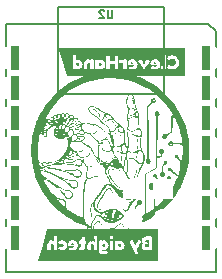
<source format=gbr>
%TF.GenerationSoftware,KiCad,Pcbnew,8.0.8-8.0.8-0~ubuntu24.04.1*%
%TF.CreationDate,2025-03-23T23:28:59+00:00*%
%TF.ProjectId,CONTROLLER_esp32xiao,434f4e54-524f-44c4-9c45-525f65737033,rev?*%
%TF.SameCoordinates,Original*%
%TF.FileFunction,Legend,Bot*%
%TF.FilePolarity,Positive*%
%FSLAX46Y46*%
G04 Gerber Fmt 4.6, Leading zero omitted, Abs format (unit mm)*
G04 Created by KiCad (PCBNEW 8.0.8-8.0.8-0~ubuntu24.04.1) date 2025-03-23 23:28:59*
%MOMM*%
%LPD*%
G01*
G04 APERTURE LIST*
G04 Aperture macros list*
%AMRoundRect*
0 Rectangle with rounded corners*
0 $1 Rounding radius*
0 $2 $3 $4 $5 $6 $7 $8 $9 X,Y pos of 4 corners*
0 Add a 4 corners polygon primitive as box body*
4,1,4,$2,$3,$4,$5,$6,$7,$8,$9,$2,$3,0*
0 Add four circle primitives for the rounded corners*
1,1,$1+$1,$2,$3*
1,1,$1+$1,$4,$5*
1,1,$1+$1,$6,$7*
1,1,$1+$1,$8,$9*
0 Add four rect primitives between the rounded corners*
20,1,$1+$1,$2,$3,$4,$5,0*
20,1,$1+$1,$4,$5,$6,$7,0*
20,1,$1+$1,$6,$7,$8,$9,0*
20,1,$1+$1,$8,$9,$2,$3,0*%
G04 Aperture macros list end*
%ADD10C,0.150000*%
%ADD11C,0.127000*%
%ADD12C,0.000000*%
%ADD13R,1.700000X1.700000*%
%ADD14O,1.700000X1.700000*%
%ADD15RoundRect,1.000000X0.375000X0.000010X-0.375000X0.000010X-0.375000X-0.000010X0.375000X-0.000010X0*%
G04 APERTURE END LIST*
D10*
X56698833Y-72577283D02*
X56698833Y-73143950D01*
X56698833Y-73143950D02*
X56665500Y-73210616D01*
X56665500Y-73210616D02*
X56632166Y-73243950D01*
X56632166Y-73243950D02*
X56565500Y-73277283D01*
X56565500Y-73277283D02*
X56432166Y-73277283D01*
X56432166Y-73277283D02*
X56365500Y-73243950D01*
X56365500Y-73243950D02*
X56332166Y-73210616D01*
X56332166Y-73210616D02*
X56298833Y-73143950D01*
X56298833Y-73143950D02*
X56298833Y-72577283D01*
X55998833Y-72643950D02*
X55965500Y-72610616D01*
X55965500Y-72610616D02*
X55898833Y-72577283D01*
X55898833Y-72577283D02*
X55732167Y-72577283D01*
X55732167Y-72577283D02*
X55665500Y-72610616D01*
X55665500Y-72610616D02*
X55632167Y-72643950D01*
X55632167Y-72643950D02*
X55598833Y-72710616D01*
X55598833Y-72710616D02*
X55598833Y-72777283D01*
X55598833Y-72777283D02*
X55632167Y-72877283D01*
X55632167Y-72877283D02*
X56032167Y-73277283D01*
X56032167Y-73277283D02*
X55598833Y-73277283D01*
D11*
%TO.C,U2*%
X65500000Y-94741750D02*
X65500000Y-74413250D01*
X47700000Y-94741750D02*
X65500000Y-94741750D01*
X65500000Y-74413250D02*
X64828459Y-73741750D01*
X61104000Y-72316750D02*
X61104000Y-79669750D01*
X52105000Y-72317750D02*
X61100000Y-72317750D01*
X52105000Y-79669750D02*
X52105000Y-72317750D01*
X61104000Y-79669750D02*
X52105000Y-79669750D01*
X64828459Y-73741750D02*
X47700000Y-73741750D01*
X47700000Y-73741750D02*
X47700000Y-94741750D01*
D12*
%TO.C,kibuzzard-6611ABB8*%
G36*
X53432969Y-92365062D02*
G01*
X53483769Y-92454756D01*
X53283744Y-92454756D01*
X53223420Y-92403956D01*
X53251200Y-92345219D01*
X53330575Y-92322994D01*
X53432969Y-92365062D01*
G37*
G36*
X56071394Y-92402369D02*
G01*
X56109494Y-92496825D01*
X56069013Y-92589694D01*
X55970588Y-92630969D01*
X55874544Y-92588900D01*
X55836444Y-92496825D01*
X55872957Y-92403162D01*
X55971382Y-92359506D01*
X56071394Y-92402369D01*
G37*
G36*
X57415213Y-92411894D02*
G01*
X57454107Y-92508731D01*
X57412832Y-92603187D01*
X57312819Y-92645256D01*
X57215189Y-92602394D01*
X57176294Y-92507938D01*
X57213600Y-92411894D01*
X57313613Y-92367444D01*
X57415213Y-92411894D01*
G37*
G36*
X59813132Y-92643669D02*
G01*
X59552782Y-92643669D01*
X59477772Y-92616680D01*
X59452769Y-92535719D01*
X59461500Y-92475393D01*
X59490869Y-92443644D01*
X59579769Y-92430944D01*
X59665494Y-92408720D01*
X59694069Y-92317437D01*
X59664701Y-92226156D01*
X59567069Y-92203932D01*
X59490869Y-92170594D01*
X59486107Y-92113444D01*
X59512300Y-92057881D01*
X59590882Y-92042006D01*
X59813132Y-92042006D01*
X59813132Y-92643669D01*
G37*
G36*
X60606749Y-93830060D02*
G01*
X60094119Y-93830060D01*
X59536907Y-93830060D01*
X58735219Y-93830060D01*
X57013576Y-93830060D01*
X56623844Y-93830060D01*
X55968207Y-93830060D01*
X54734719Y-93830060D01*
X54025107Y-93830060D01*
X53328194Y-93830060D01*
X52437608Y-93830060D01*
X51331119Y-93830059D01*
X51191419Y-93830060D01*
X51191287Y-93830060D01*
X50393251Y-93830060D01*
X50789650Y-92508731D01*
X51191419Y-92508731D01*
X51191419Y-92788131D01*
X51193800Y-92842900D01*
X51208882Y-92884969D01*
X51249760Y-92915925D01*
X51331119Y-92926244D01*
X51409701Y-92915925D01*
X51451769Y-92884969D01*
X51466850Y-92842106D01*
X51469232Y-92784956D01*
X51469232Y-92507144D01*
X51505744Y-92405544D01*
X51598613Y-92369031D01*
X51697832Y-92403162D01*
X51747044Y-92480156D01*
X51747044Y-92788131D01*
X51749425Y-92842900D01*
X51764507Y-92884969D01*
X51805385Y-92915925D01*
X51886744Y-92926244D01*
X51967310Y-92915528D01*
X52008982Y-92883381D01*
X52022475Y-92842106D01*
X52024857Y-92786544D01*
X52024857Y-92247587D01*
X52128044Y-92247587D01*
X52161382Y-92338869D01*
X52217341Y-92404353D01*
X52270919Y-92426181D01*
X52356644Y-92391256D01*
X52438400Y-92364269D01*
X52537619Y-92402369D01*
X52583657Y-92507938D01*
X52539207Y-92612712D01*
X52444750Y-92650018D01*
X52351088Y-92620649D01*
X52280445Y-92591281D01*
X52227660Y-92612316D01*
X52164558Y-92675419D01*
X52128044Y-92757970D01*
X52149872Y-92816309D01*
X52215357Y-92870681D01*
X52316163Y-92918306D01*
X52437607Y-92934181D01*
X52534797Y-92922363D01*
X52629518Y-92886909D01*
X52721769Y-92827819D01*
X52780904Y-92768486D01*
X52828132Y-92692088D01*
X52859088Y-92602791D01*
X52869407Y-92504762D01*
X52859172Y-92407926D01*
X52948782Y-92407926D01*
X52960886Y-92492856D01*
X52997200Y-92552387D01*
X53104357Y-92599219D01*
X53480594Y-92599219D01*
X53428207Y-92673831D01*
X53323432Y-92703995D01*
X53241279Y-92699232D01*
X53178969Y-92684944D01*
X53161507Y-92678594D01*
X53098007Y-92661131D01*
X53010694Y-92732569D01*
X52990057Y-92805594D01*
X53011191Y-92867407D01*
X53074591Y-92911559D01*
X53180259Y-92938051D01*
X53328194Y-92946881D01*
X53439121Y-92936761D01*
X53536950Y-92906400D01*
X53618111Y-92859369D01*
X53679032Y-92799244D01*
X53734594Y-92710167D01*
X53767932Y-92614389D01*
X53779044Y-92511906D01*
X53764668Y-92387464D01*
X53721541Y-92280837D01*
X53682425Y-92232506D01*
X53842544Y-92232506D01*
X53853260Y-92313072D01*
X53885407Y-92354744D01*
X53927474Y-92368237D01*
X53982244Y-92370619D01*
X54085432Y-92364269D01*
X54085431Y-92583344D01*
X54071938Y-92645256D01*
X54021138Y-92664306D01*
X53963988Y-92666687D01*
X53921919Y-92681769D01*
X53885407Y-92788131D01*
X53896519Y-92868697D01*
X53929857Y-92910369D01*
X53971925Y-92923862D01*
X54025107Y-92926244D01*
X54126354Y-92917953D01*
X54209962Y-92893083D01*
X54275932Y-92851631D01*
X54323557Y-92790424D01*
X54352132Y-92706287D01*
X54361657Y-92599218D01*
X54361657Y-92508731D01*
X54595019Y-92508731D01*
X54595019Y-92788131D01*
X54597400Y-92842899D01*
X54612482Y-92884969D01*
X54653361Y-92915925D01*
X54734720Y-92926244D01*
X54813300Y-92915925D01*
X54855369Y-92884969D01*
X54870449Y-92842106D01*
X54872832Y-92784956D01*
X54872832Y-92507144D01*
X54909345Y-92405544D01*
X55002213Y-92369030D01*
X55101432Y-92403162D01*
X55150644Y-92480156D01*
X55150644Y-92788130D01*
X55153026Y-92842900D01*
X55168107Y-92884969D01*
X55208985Y-92915925D01*
X55290344Y-92926244D01*
X55370910Y-92915528D01*
X55412582Y-92883381D01*
X55426076Y-92842106D01*
X55428457Y-92786544D01*
X55428457Y-92222981D01*
X55555457Y-92222981D01*
X55555457Y-92880206D01*
X55569568Y-92994065D01*
X55611901Y-93092226D01*
X55682457Y-93174688D01*
X55770651Y-93236865D01*
X55865902Y-93274171D01*
X55968207Y-93286606D01*
X56086079Y-93271922D01*
X56198394Y-93227869D01*
X56280547Y-93171908D01*
X56307932Y-93121506D01*
X56260307Y-93011969D01*
X56213475Y-92965931D01*
X56174582Y-92953231D01*
X56128544Y-92972281D01*
X56049169Y-93016334D01*
X55963444Y-93031020D01*
X55865019Y-92983394D01*
X55826920Y-92869094D01*
X55826920Y-92821469D01*
X55905104Y-92881000D01*
X56019007Y-92900844D01*
X56104996Y-92887350D01*
X56187282Y-92846869D01*
X56265863Y-92779401D01*
X56329804Y-92693940D01*
X56368168Y-92599484D01*
X56380957Y-92496031D01*
X56368080Y-92392491D01*
X56329451Y-92297770D01*
X56280536Y-92232506D01*
X56484144Y-92232506D01*
X56484144Y-92788130D01*
X56486525Y-92842899D01*
X56501607Y-92884969D01*
X56542485Y-92915925D01*
X56623844Y-92926244D01*
X56704410Y-92915528D01*
X56746082Y-92883381D01*
X56759575Y-92842105D01*
X56761957Y-92786544D01*
X56761957Y-92229331D01*
X56888957Y-92229331D01*
X56888957Y-92784956D01*
X56891338Y-92839725D01*
X56904832Y-92881794D01*
X56943130Y-92912750D01*
X57013575Y-92923069D01*
X57129463Y-92901637D01*
X57163594Y-92838931D01*
X57241977Y-92902034D01*
X57359650Y-92923069D01*
X57448991Y-92909134D01*
X57533923Y-92867330D01*
X57614444Y-92797656D01*
X57679708Y-92709550D01*
X57718866Y-92612448D01*
X57731919Y-92506350D01*
X57718778Y-92400340D01*
X57679355Y-92303503D01*
X57613650Y-92215837D01*
X57594052Y-92199169D01*
X58197057Y-92199169D01*
X58209757Y-92253144D01*
X58222457Y-92280131D01*
X58638382Y-93210406D01*
X58659813Y-93256444D01*
X58687594Y-93286606D01*
X58735219Y-93300894D01*
X58819357Y-93277081D01*
X58889604Y-93231837D01*
X58913019Y-93178656D01*
X58903494Y-93141648D01*
X58874919Y-93068722D01*
X58827294Y-92959879D01*
X58760619Y-92815119D01*
X58917161Y-92551594D01*
X59171781Y-92551594D01*
X59185275Y-92651694D01*
X59221523Y-92740330D01*
X59280524Y-92817500D01*
X59355932Y-92877031D01*
X59441392Y-92912750D01*
X59536907Y-92924656D01*
X59954419Y-92924656D01*
X60042525Y-92909575D01*
X60084594Y-92864330D01*
X60094119Y-92781781D01*
X60094119Y-91900719D01*
X60091738Y-91845155D01*
X60076657Y-91803881D01*
X60034588Y-91771734D01*
X59952832Y-91761019D01*
X59552782Y-91761019D01*
X59460707Y-91772308D01*
X59379215Y-91806174D01*
X59308307Y-91862619D01*
X59250980Y-91935997D01*
X59216584Y-92018547D01*
X59205119Y-92110269D01*
X59220200Y-92210678D01*
X59265444Y-92302357D01*
X59213409Y-92379438D01*
X59182189Y-92462517D01*
X59171781Y-92551594D01*
X58917161Y-92551594D01*
X59076532Y-92283306D01*
X59108282Y-92205519D01*
X59086849Y-92154719D01*
X59022557Y-92103918D01*
X58938419Y-92072169D01*
X58889207Y-92084869D01*
X58861425Y-92111062D01*
X58835232Y-92154719D01*
X58774113Y-92258701D01*
X58722519Y-92346101D01*
X58672513Y-92429444D01*
X58624094Y-92508731D01*
X58598694Y-92447017D01*
X58538369Y-92312675D01*
X58478639Y-92181905D01*
X58455025Y-92130906D01*
X58436769Y-92103919D01*
X58378825Y-92076931D01*
X58290719Y-92099156D01*
X58220472Y-92144797D01*
X58197057Y-92199169D01*
X57594052Y-92199169D01*
X57532248Y-92146605D01*
X57445728Y-92105065D01*
X57354094Y-92091219D01*
X57255669Y-92110269D01*
X57193757Y-92145987D01*
X57165182Y-92178532D01*
X57129066Y-92111856D01*
X57039769Y-92089631D01*
X56947694Y-92099156D01*
X56905625Y-92132494D01*
X56891338Y-92174562D01*
X56888957Y-92229331D01*
X56761957Y-92229331D01*
X56759575Y-92174563D01*
X56746082Y-92132494D01*
X56704013Y-92101537D01*
X56623050Y-92091319D01*
X56622257Y-92091219D01*
X56514306Y-92118206D01*
X56485732Y-92186469D01*
X56484144Y-92232506D01*
X56280536Y-92232506D01*
X56265069Y-92211869D01*
X56185341Y-92143959D01*
X56100675Y-92103213D01*
X56011069Y-92089631D01*
X55912643Y-92109475D01*
X55851525Y-92145987D01*
X55825332Y-92176943D01*
X55792788Y-92109476D01*
X55703094Y-92086456D01*
X55612607Y-92095981D01*
X55572126Y-92128525D01*
X55557839Y-92169006D01*
X55555457Y-92222981D01*
X55428457Y-92222981D01*
X55428457Y-91838806D01*
X56484144Y-91838806D01*
X56486525Y-91893575D01*
X56500813Y-91934850D01*
X56542882Y-91967394D01*
X56623050Y-91976919D01*
X56703219Y-91967394D01*
X56745288Y-91934056D01*
X56759575Y-91891987D01*
X56761957Y-91837219D01*
X56759575Y-91782451D01*
X56746082Y-91741969D01*
X56704013Y-91709822D01*
X56622257Y-91699106D01*
X56542088Y-91709822D01*
X56501607Y-91741969D01*
X56486525Y-91784037D01*
X56484144Y-91838806D01*
X55428457Y-91838806D01*
X55428457Y-91837220D01*
X55426076Y-91782450D01*
X55412582Y-91741969D01*
X55370513Y-91709822D01*
X55288757Y-91699106D01*
X55208588Y-91709822D01*
X55168107Y-91741969D01*
X55153025Y-91784037D01*
X55150644Y-91838806D01*
X55150644Y-92189644D01*
X55064522Y-92117016D01*
X54964907Y-92092805D01*
X54864982Y-92106212D01*
X54776876Y-92146428D01*
X54700588Y-92213456D01*
X54641939Y-92299887D01*
X54606749Y-92398312D01*
X54595019Y-92508731D01*
X54361657Y-92508731D01*
X54361657Y-92364269D01*
X54426743Y-92369031D01*
X54484688Y-92342044D01*
X54507707Y-92249968D01*
X54499769Y-92155512D01*
X54477544Y-92113444D01*
X54414044Y-92092806D01*
X54361656Y-92099156D01*
X54361657Y-91935644D01*
X54359276Y-91881669D01*
X54344194Y-91843569D01*
X54303316Y-91813803D01*
X54221958Y-91803881D01*
X54135835Y-91818566D01*
X54093369Y-91862619D01*
X54085432Y-91943581D01*
X54085432Y-92099156D01*
X53979863Y-92092806D01*
X53925888Y-92095187D01*
X53883819Y-92110269D01*
X53852863Y-92151147D01*
X53842544Y-92232506D01*
X53682425Y-92232506D01*
X53649663Y-92192025D01*
X53556265Y-92125438D01*
X53448580Y-92085486D01*
X53326607Y-92072169D01*
X53223618Y-92081892D01*
X53135313Y-92111062D01*
X53061693Y-92159680D01*
X53002757Y-92227743D01*
X52962275Y-92314064D01*
X52948782Y-92407926D01*
X52859172Y-92407926D01*
X52859088Y-92407131D01*
X52828132Y-92319025D01*
X52780904Y-92243817D01*
X52721769Y-92184881D01*
X52631988Y-92126673D01*
X52538325Y-92091748D01*
X52440782Y-92080106D01*
X52323307Y-92096775D01*
X52239169Y-92129319D01*
X52213769Y-92145194D01*
X52169319Y-92175356D01*
X52128044Y-92247587D01*
X52024857Y-92247587D01*
X52024857Y-91837219D01*
X52022475Y-91782450D01*
X52008982Y-91741970D01*
X51966913Y-91709822D01*
X51885157Y-91699105D01*
X51804988Y-91709822D01*
X51764507Y-91741970D01*
X51749425Y-91784037D01*
X51747044Y-91838806D01*
X51747044Y-92189644D01*
X51660921Y-92117016D01*
X51561307Y-92092806D01*
X51461382Y-92106212D01*
X51373276Y-92146428D01*
X51296988Y-92213456D01*
X51238339Y-92299887D01*
X51203149Y-92398312D01*
X51191419Y-92508731D01*
X50789650Y-92508731D01*
X51191287Y-91169940D01*
X51191419Y-91169940D01*
X60094119Y-91169940D01*
X60606749Y-91169940D01*
X60606749Y-93830060D01*
G37*
%TO.C,G\u002A\u002A\u002A*%
G36*
X50655060Y-82826722D02*
G01*
X50676844Y-82839647D01*
X50707427Y-82864035D01*
X50740305Y-82894137D01*
X50768972Y-82924205D01*
X50786923Y-82948492D01*
X50792895Y-82964136D01*
X50789158Y-82974147D01*
X50784511Y-82972607D01*
X50763687Y-82957146D01*
X50734418Y-82929987D01*
X50702513Y-82897246D01*
X50673783Y-82865038D01*
X50654034Y-82839479D01*
X50649078Y-82826683D01*
X50655060Y-82826722D01*
G37*
G36*
X53195218Y-84574678D02*
G01*
X53201933Y-84612460D01*
X53208777Y-84675165D01*
X53212208Y-84725048D01*
X53211107Y-84763175D01*
X53204538Y-84776457D01*
X53202765Y-84776189D01*
X53190288Y-84760356D01*
X53179118Y-84726007D01*
X53170519Y-84681413D01*
X53165756Y-84634847D01*
X53166095Y-84594581D01*
X53172799Y-84568888D01*
X53178117Y-84561897D01*
X53187617Y-84558822D01*
X53195218Y-84574678D01*
G37*
G36*
X55359329Y-85213050D02*
G01*
X55390915Y-85236196D01*
X55428019Y-85276270D01*
X55466857Y-85327647D01*
X55503647Y-85384701D01*
X55534609Y-85441804D01*
X55555959Y-85493331D01*
X55563917Y-85533656D01*
X55563911Y-85535298D01*
X55559623Y-85565432D01*
X55547817Y-85569253D01*
X55529157Y-85547140D01*
X55504310Y-85499477D01*
X55502944Y-85496557D01*
X55475835Y-85447588D01*
X55438467Y-85390310D01*
X55398500Y-85336516D01*
X55391110Y-85327268D01*
X55351104Y-85273405D01*
X55330696Y-85236888D01*
X55329234Y-85216136D01*
X55346065Y-85209571D01*
X55359329Y-85213050D01*
G37*
G36*
X58095855Y-87125949D02*
G01*
X58160512Y-87138990D01*
X58161494Y-87139336D01*
X58192695Y-87154690D01*
X58204464Y-87168505D01*
X58195897Y-87175612D01*
X58166089Y-87170845D01*
X58149252Y-87166184D01*
X58065512Y-87158179D01*
X57985459Y-87177041D01*
X57908156Y-87223124D01*
X57832667Y-87296783D01*
X57813792Y-87318313D01*
X57783217Y-87349301D01*
X57767709Y-87358120D01*
X57767759Y-87344650D01*
X57783852Y-87308773D01*
X57797194Y-87285435D01*
X57842516Y-87225834D01*
X57896021Y-87175312D01*
X57949084Y-87142545D01*
X57959800Y-87138496D01*
X58024082Y-87125866D01*
X58095855Y-87125949D01*
G37*
G36*
X54805380Y-84692708D02*
G01*
X54821290Y-84702740D01*
X54817538Y-84730307D01*
X54794013Y-84776457D01*
X54781351Y-84796439D01*
X54707677Y-84884131D01*
X54616917Y-84955423D01*
X54515987Y-85004638D01*
X54478800Y-85017294D01*
X54449138Y-85025566D01*
X54435525Y-85025333D01*
X54432286Y-85017464D01*
X54436329Y-85012162D01*
X54459517Y-84997727D01*
X54496420Y-84980629D01*
X54500176Y-84979032D01*
X54553585Y-84948320D01*
X54613534Y-84902612D01*
X54672237Y-84848974D01*
X54721913Y-84794469D01*
X54754776Y-84746161D01*
X54762236Y-84732821D01*
X54784173Y-84704084D01*
X54802759Y-84692629D01*
X54805380Y-84692708D01*
G37*
G36*
X55463063Y-82660981D02*
G01*
X55459723Y-82698257D01*
X55458834Y-82705770D01*
X55433592Y-82797902D01*
X55384928Y-82884803D01*
X55317026Y-82961658D01*
X55234071Y-83023652D01*
X55140246Y-83065969D01*
X55125898Y-83070226D01*
X55086703Y-83079257D01*
X55060946Y-83081462D01*
X55044519Y-83075424D01*
X55040894Y-83059855D01*
X55057349Y-83040865D01*
X55091066Y-83023847D01*
X55092462Y-83023364D01*
X55174159Y-82986478D01*
X55256122Y-82935188D01*
X55324333Y-82878244D01*
X55348947Y-82851139D01*
X55381331Y-82805730D01*
X55414182Y-82746411D01*
X55451349Y-82666776D01*
X55455260Y-82658221D01*
X55461825Y-82648573D01*
X55463063Y-82660981D01*
G37*
G36*
X57813312Y-88017821D02*
G01*
X57817697Y-88028105D01*
X57824277Y-88064705D01*
X57826901Y-88111876D01*
X57825199Y-88157965D01*
X57818802Y-88191321D01*
X57807885Y-88207718D01*
X57792721Y-88212664D01*
X57785369Y-88198625D01*
X57783595Y-88193004D01*
X57769199Y-88193823D01*
X57761779Y-88194605D01*
X57758351Y-88177607D01*
X57762213Y-88136812D01*
X57764881Y-88116850D01*
X57770451Y-88071823D01*
X57773746Y-88040321D01*
X57776112Y-88036740D01*
X57780315Y-88056103D01*
X57785369Y-88094664D01*
X57794643Y-88178493D01*
X57797205Y-88087678D01*
X57797357Y-88082614D01*
X57800268Y-88035740D01*
X57805445Y-88014757D01*
X57813312Y-88017821D01*
G37*
G36*
X58685713Y-81746182D02*
G01*
X58687539Y-81748625D01*
X58696284Y-81775911D01*
X58704996Y-81826367D01*
X58713264Y-81896063D01*
X58720676Y-81981067D01*
X58726821Y-82077446D01*
X58731287Y-82181270D01*
X58732365Y-82216656D01*
X58734096Y-82308236D01*
X58733513Y-82374835D01*
X58730640Y-82415496D01*
X58725497Y-82429263D01*
X58721423Y-82421417D01*
X58716098Y-82388452D01*
X58711032Y-82332187D01*
X58706450Y-82255260D01*
X58702577Y-82160313D01*
X58699265Y-82075537D01*
X58694997Y-81990669D01*
X58690297Y-81916129D01*
X58685536Y-81857785D01*
X58681088Y-81821507D01*
X58680947Y-81820719D01*
X58673808Y-81769455D01*
X58675395Y-81744641D01*
X58685713Y-81746182D01*
G37*
G36*
X56645068Y-81984281D02*
G01*
X56681457Y-82001667D01*
X56727326Y-82032787D01*
X56776197Y-82072982D01*
X56821590Y-82117591D01*
X56853933Y-82154659D01*
X56897502Y-82209450D01*
X56937971Y-82265156D01*
X56971561Y-82316254D01*
X56994488Y-82357220D01*
X57002971Y-82382529D01*
X57002966Y-82383841D01*
X57001104Y-82397737D01*
X56993784Y-82396060D01*
X56977970Y-82376053D01*
X56950628Y-82334956D01*
X56938739Y-82317914D01*
X56900898Y-82270794D01*
X56852335Y-82216296D01*
X56798715Y-82160235D01*
X56745704Y-82108428D01*
X56698965Y-82066691D01*
X56664164Y-82040840D01*
X56650048Y-82030744D01*
X56630678Y-82009051D01*
X56623699Y-81990218D01*
X56633285Y-81982178D01*
X56645068Y-81984281D01*
G37*
G36*
X57356836Y-83122210D02*
G01*
X57372397Y-83152722D01*
X57392565Y-83200906D01*
X57415285Y-83261794D01*
X57438504Y-83330418D01*
X57444969Y-83358281D01*
X57451992Y-83417220D01*
X57455774Y-83489356D01*
X57456315Y-83566499D01*
X57453615Y-83640459D01*
X57447674Y-83703045D01*
X57438493Y-83746067D01*
X57436414Y-83751746D01*
X57419475Y-83785786D01*
X57405162Y-83797813D01*
X57397317Y-83787133D01*
X57399783Y-83753052D01*
X57401893Y-83739991D01*
X57407061Y-83695971D01*
X57412429Y-83637340D01*
X57417125Y-83573144D01*
X57418319Y-83549614D01*
X57414458Y-83417201D01*
X57393868Y-83289359D01*
X57358015Y-83175952D01*
X57352146Y-83161748D01*
X57340858Y-83130907D01*
X57340119Y-83117063D01*
X57349004Y-83113861D01*
X57356836Y-83122210D01*
G37*
G36*
X57491969Y-84846314D02*
G01*
X57495138Y-84853848D01*
X57500989Y-84889000D01*
X57504247Y-84942868D01*
X57504920Y-85009005D01*
X57503016Y-85080963D01*
X57498544Y-85152296D01*
X57491511Y-85216556D01*
X57481904Y-85272271D01*
X57465649Y-85347441D01*
X57447839Y-85415649D01*
X57444988Y-85425161D01*
X57429323Y-85471753D01*
X57415456Y-85504545D01*
X57406106Y-85516941D01*
X57399256Y-85514566D01*
X57395277Y-85502042D01*
X57397420Y-85475019D01*
X57406100Y-85429344D01*
X57421733Y-85360866D01*
X57429171Y-85324012D01*
X57440077Y-85254820D01*
X57451021Y-85171124D01*
X57461154Y-85080676D01*
X57469624Y-84991224D01*
X57475582Y-84910521D01*
X57478178Y-84846314D01*
X57478242Y-84842835D01*
X57481045Y-84832405D01*
X57491969Y-84846314D01*
G37*
G36*
X58810241Y-83413919D02*
G01*
X58820945Y-83444737D01*
X58831432Y-83497398D01*
X58841148Y-83568322D01*
X58849538Y-83653927D01*
X58856049Y-83750635D01*
X58856816Y-83768034D01*
X58857802Y-83836025D01*
X58856665Y-83915838D01*
X58853727Y-84001791D01*
X58849313Y-84088205D01*
X58843746Y-84169398D01*
X58837349Y-84239691D01*
X58830445Y-84293402D01*
X58823359Y-84324852D01*
X58818105Y-84336652D01*
X58812051Y-84339225D01*
X58810209Y-84317266D01*
X58812543Y-84269739D01*
X58819019Y-84195607D01*
X58819412Y-84191510D01*
X58826492Y-84093157D01*
X58830437Y-83985008D01*
X58831404Y-83872444D01*
X58829547Y-83760845D01*
X58825022Y-83655591D01*
X58817984Y-83562064D01*
X58808588Y-83485644D01*
X58796989Y-83431710D01*
X58795081Y-83418014D01*
X58802905Y-83407260D01*
X58810241Y-83413919D01*
G37*
G36*
X54773174Y-91166027D02*
G01*
X54790154Y-91193536D01*
X54810155Y-91242404D01*
X54832033Y-91308755D01*
X54854645Y-91388710D01*
X54876848Y-91478392D01*
X54897498Y-91573924D01*
X54915452Y-91671427D01*
X54927278Y-91765356D01*
X54935325Y-91887038D01*
X54938154Y-92019170D01*
X54935764Y-92152843D01*
X54928159Y-92279146D01*
X54915339Y-92389168D01*
X54908001Y-92434419D01*
X54898336Y-92488810D01*
X54890278Y-92528323D01*
X54885055Y-92546574D01*
X54878759Y-92554609D01*
X54869609Y-92554644D01*
X54862520Y-92535563D01*
X54857300Y-92495606D01*
X54853757Y-92433012D01*
X54851700Y-92346019D01*
X54850937Y-92232866D01*
X54850647Y-92161770D01*
X54847201Y-91949456D01*
X54839970Y-91760748D01*
X54829019Y-91596673D01*
X54814410Y-91458259D01*
X54796208Y-91346536D01*
X54787568Y-91304962D01*
X54775278Y-91248595D01*
X54765227Y-91205725D01*
X54758999Y-91183310D01*
X54756754Y-91171662D01*
X54765048Y-91161386D01*
X54773174Y-91166027D01*
G37*
G36*
X55031862Y-88906396D02*
G01*
X55035765Y-88914262D01*
X55033523Y-88930203D01*
X55023884Y-88958605D01*
X55005594Y-89003854D01*
X54977400Y-89070335D01*
X54966720Y-89095697D01*
X54936388Y-89174509D01*
X54914589Y-89246903D01*
X54901176Y-89317642D01*
X54896006Y-89391487D01*
X54898934Y-89473198D01*
X54909816Y-89567538D01*
X54928506Y-89679267D01*
X54954862Y-89813146D01*
X54964741Y-89862685D01*
X54981447Y-89953325D01*
X54995969Y-90040543D01*
X55007015Y-90116389D01*
X55013294Y-90172909D01*
X55017104Y-90224931D01*
X55018458Y-90263748D01*
X55015768Y-90284795D01*
X55008228Y-90293467D01*
X54995031Y-90295159D01*
X54983635Y-90293611D01*
X54972058Y-90282748D01*
X54964597Y-90256197D01*
X54958706Y-90207838D01*
X54957682Y-90198680D01*
X54949583Y-90147105D01*
X54936345Y-90078326D01*
X54919557Y-90000218D01*
X54900806Y-89920660D01*
X54866442Y-89772680D01*
X54842241Y-89643854D01*
X54828908Y-89531779D01*
X54826601Y-89431863D01*
X54835483Y-89339512D01*
X54855713Y-89250133D01*
X54887454Y-89159132D01*
X54930864Y-89061918D01*
X54937045Y-89049255D01*
X54967251Y-88990410D01*
X54993801Y-88943410D01*
X55014017Y-88912767D01*
X55025221Y-88902993D01*
X55031862Y-88906396D01*
G37*
G36*
X58808070Y-85593784D02*
G01*
X58813865Y-85609052D01*
X58820440Y-85651960D01*
X58824026Y-85712677D01*
X58824721Y-85785123D01*
X58822620Y-85863215D01*
X58817821Y-85940876D01*
X58810419Y-86012022D01*
X58800510Y-86070575D01*
X58791369Y-86109397D01*
X58771398Y-86183327D01*
X58745064Y-86269414D01*
X58711256Y-86371061D01*
X58668866Y-86491673D01*
X58616786Y-86634653D01*
X58579297Y-86739131D01*
X58548486Y-86833752D01*
X58525937Y-86916840D01*
X58509951Y-86995610D01*
X58498827Y-87077278D01*
X58490866Y-87169059D01*
X58487746Y-87206598D01*
X58481633Y-87257435D01*
X58474947Y-87292322D01*
X58468663Y-87305280D01*
X58468397Y-87305271D01*
X58460459Y-87291660D01*
X58456705Y-87255540D01*
X58456720Y-87201832D01*
X58460087Y-87135457D01*
X58466389Y-87061339D01*
X58475210Y-86984398D01*
X58486133Y-86909556D01*
X58498742Y-86841736D01*
X58512620Y-86785859D01*
X58522058Y-86756008D01*
X58542591Y-86695539D01*
X58569173Y-86620457D01*
X58599404Y-86537506D01*
X58630885Y-86453432D01*
X58665023Y-86360981D01*
X58722493Y-86187801D01*
X58764039Y-86033308D01*
X58790184Y-85895011D01*
X58801454Y-85770419D01*
X58798371Y-85657040D01*
X58794884Y-85614832D01*
X58794541Y-85588268D01*
X58798745Y-85582496D01*
X58808070Y-85593784D01*
G37*
G36*
X55757007Y-84110102D02*
G01*
X55758520Y-84136760D01*
X55757996Y-84182275D01*
X55755417Y-84248898D01*
X55750761Y-84338882D01*
X55744010Y-84454476D01*
X55737626Y-84583400D01*
X55735409Y-84700771D01*
X55737711Y-84811857D01*
X55744546Y-84927512D01*
X55749346Y-84986609D01*
X55758440Y-85080553D01*
X55768634Y-85168643D01*
X55779304Y-85246477D01*
X55789825Y-85309651D01*
X55799573Y-85353762D01*
X55807923Y-85374406D01*
X55822436Y-85375949D01*
X55856965Y-85371973D01*
X55903110Y-85363012D01*
X55944473Y-85354846D01*
X55998640Y-85347164D01*
X56039484Y-85344749D01*
X56051510Y-85345954D01*
X56090086Y-85354819D01*
X56137819Y-85369906D01*
X56187508Y-85388421D01*
X56231953Y-85407571D01*
X56263951Y-85424564D01*
X56276303Y-85436606D01*
X56274633Y-85442395D01*
X56258444Y-85446216D01*
X56222820Y-85438235D01*
X56165038Y-85417998D01*
X56146578Y-85411460D01*
X56071309Y-85395761D01*
X55991329Y-85398235D01*
X55898405Y-85418908D01*
X55850358Y-85429751D01*
X55800092Y-85428652D01*
X55766520Y-85407915D01*
X55746937Y-85366608D01*
X55744116Y-85355184D01*
X55729666Y-85276145D01*
X55717756Y-85174981D01*
X55708772Y-85056565D01*
X55703100Y-84925766D01*
X55701123Y-84787455D01*
X55701566Y-84725786D01*
X55703772Y-84627266D01*
X55707566Y-84525980D01*
X55712652Y-84426316D01*
X55718734Y-84332659D01*
X55725515Y-84249396D01*
X55732700Y-84180912D01*
X55739994Y-84131595D01*
X55747100Y-84105830D01*
X55747954Y-84104351D01*
X55753479Y-84100050D01*
X55757007Y-84110102D01*
G37*
G36*
X56596165Y-86027564D02*
G01*
X56681628Y-86054840D01*
X56722687Y-86070526D01*
X56768509Y-86084418D01*
X56799964Y-86089769D01*
X56823432Y-86093892D01*
X56835314Y-86112281D01*
X56834249Y-86118071D01*
X56818585Y-86127509D01*
X56782847Y-86125833D01*
X56725279Y-86112822D01*
X56644125Y-86088257D01*
X56597834Y-86074065D01*
X56565620Y-86067957D01*
X56541677Y-86070547D01*
X56516774Y-86081334D01*
X56488748Y-86101731D01*
X56453128Y-86152112D01*
X56430345Y-86219387D01*
X56422022Y-86297942D01*
X56429783Y-86382161D01*
X56430264Y-86384618D01*
X56452879Y-86462380D01*
X56491549Y-86555163D01*
X56543909Y-86659624D01*
X56607592Y-86772423D01*
X56680235Y-86890218D01*
X56759471Y-87009667D01*
X56842935Y-87127431D01*
X56928262Y-87240167D01*
X57013086Y-87344533D01*
X57095042Y-87437190D01*
X57171765Y-87514794D01*
X57240888Y-87574006D01*
X57300048Y-87611484D01*
X57313929Y-87617548D01*
X57385126Y-87635560D01*
X57458983Y-87636749D01*
X57523405Y-87620620D01*
X57539230Y-87615892D01*
X57547621Y-87621379D01*
X57539493Y-87635560D01*
X57516419Y-87651485D01*
X57501616Y-87656615D01*
X57459980Y-87664197D01*
X57411169Y-87667591D01*
X57359521Y-87663553D01*
X57292335Y-87643809D01*
X57222398Y-87606326D01*
X57147822Y-87549623D01*
X57066718Y-87472220D01*
X56977197Y-87372638D01*
X56877368Y-87249395D01*
X56798670Y-87147380D01*
X56697447Y-87012189D01*
X56612685Y-86893356D01*
X56542767Y-86788515D01*
X56486073Y-86695301D01*
X56440987Y-86611348D01*
X56423445Y-86575830D01*
X56397578Y-86520615D01*
X56380975Y-86477356D01*
X56371239Y-86437555D01*
X56365967Y-86392711D01*
X56362761Y-86334327D01*
X56361598Y-86304838D01*
X56361001Y-86248065D01*
X56364536Y-86207067D01*
X56373329Y-86173269D01*
X56388505Y-86138099D01*
X56416962Y-86090423D01*
X56465226Y-86044959D01*
X56524495Y-86024138D01*
X56596165Y-86027564D01*
G37*
G36*
X55594555Y-90454062D02*
G01*
X55651444Y-90495560D01*
X55660189Y-90504776D01*
X55691551Y-90541695D01*
X55729759Y-90590469D01*
X55770769Y-90645483D01*
X55810536Y-90701119D01*
X55845013Y-90751761D01*
X55870157Y-90791791D01*
X55881922Y-90815594D01*
X55884402Y-90835112D01*
X55873977Y-90838353D01*
X55848563Y-90818120D01*
X55808201Y-90774447D01*
X55752932Y-90707369D01*
X55720106Y-90667172D01*
X55650981Y-90590974D01*
X55592323Y-90539648D01*
X55543535Y-90512722D01*
X55504021Y-90509720D01*
X55499899Y-90511245D01*
X55473103Y-90527736D01*
X55431894Y-90558457D01*
X55381090Y-90599686D01*
X55325511Y-90647697D01*
X55257399Y-90709684D01*
X55202498Y-90764986D01*
X55164011Y-90813836D01*
X55139068Y-90861866D01*
X55124803Y-90914703D01*
X55118347Y-90977977D01*
X55116832Y-91057317D01*
X55117963Y-91127047D01*
X55121649Y-91210959D01*
X55128105Y-91309475D01*
X55137546Y-91425209D01*
X55150183Y-91560776D01*
X55166233Y-91718792D01*
X55185908Y-91901870D01*
X55191952Y-91957463D01*
X55201539Y-92047548D01*
X55210342Y-92132451D01*
X55217586Y-92204645D01*
X55222494Y-92256600D01*
X55224687Y-92283413D01*
X55226765Y-92330457D01*
X55224079Y-92354037D01*
X55216456Y-92357068D01*
X55214634Y-92355608D01*
X55204708Y-92333141D01*
X55200660Y-92297307D01*
X55200550Y-92292968D01*
X55198172Y-92260030D01*
X55193001Y-92204347D01*
X55185448Y-92129890D01*
X55175926Y-92040630D01*
X55164845Y-91940537D01*
X55152616Y-91833583D01*
X55140854Y-91731612D01*
X55121768Y-91561724D01*
X55106284Y-91415964D01*
X55094316Y-91292014D01*
X55085779Y-91187555D01*
X55080589Y-91100268D01*
X55078660Y-91027835D01*
X55079907Y-90967935D01*
X55084245Y-90918252D01*
X55091589Y-90876465D01*
X55101854Y-90840257D01*
X55114955Y-90807307D01*
X55130105Y-90782296D01*
X55164804Y-90738109D01*
X55212107Y-90684849D01*
X55267060Y-90627488D01*
X55324711Y-90571000D01*
X55380106Y-90520357D01*
X55428294Y-90480533D01*
X55464321Y-90456502D01*
X55473697Y-90452052D01*
X55534530Y-90439398D01*
X55594555Y-90454062D01*
G37*
G36*
X57429431Y-90661908D02*
G01*
X57512593Y-90685009D01*
X57584150Y-90733393D01*
X57643817Y-90806793D01*
X57691308Y-90904947D01*
X57695858Y-90917370D01*
X57703288Y-90940238D01*
X57709158Y-90964605D01*
X57713656Y-90993775D01*
X57716965Y-91031054D01*
X57719273Y-91079749D01*
X57720764Y-91143163D01*
X57721625Y-91224604D01*
X57722042Y-91327376D01*
X57722199Y-91454785D01*
X57722170Y-91533484D01*
X57721866Y-91640149D01*
X57721284Y-91735915D01*
X57720462Y-91817375D01*
X57719436Y-91881118D01*
X57718244Y-91923736D01*
X57716923Y-91941821D01*
X57709861Y-91951646D01*
X57697998Y-91936957D01*
X57696686Y-91932690D01*
X57693226Y-91903456D01*
X57689939Y-91851006D01*
X57686951Y-91778781D01*
X57684389Y-91690222D01*
X57682381Y-91588770D01*
X57681054Y-91477865D01*
X57680354Y-91398841D01*
X57679099Y-91290189D01*
X57677513Y-91203788D01*
X57675380Y-91136104D01*
X57672484Y-91083609D01*
X57668606Y-91042769D01*
X57663531Y-91010056D01*
X57657040Y-90981936D01*
X57648918Y-90954880D01*
X57633063Y-90912499D01*
X57607851Y-90858719D01*
X57583306Y-90818530D01*
X57549568Y-90783588D01*
X57502026Y-90748909D01*
X57453009Y-90723957D01*
X57412190Y-90714608D01*
X57392919Y-90716756D01*
X57342813Y-90735420D01*
X57281020Y-90774048D01*
X57206098Y-90833618D01*
X57116605Y-90915109D01*
X57094044Y-90936483D01*
X57015483Y-91007536D01*
X56948893Y-91060488D01*
X56889534Y-91097996D01*
X56832664Y-91122719D01*
X56773542Y-91137312D01*
X56707427Y-91144433D01*
X56682360Y-91145449D01*
X56617617Y-91144087D01*
X56556820Y-91137868D01*
X56505967Y-91127848D01*
X56471054Y-91115078D01*
X56458079Y-91100614D01*
X56461181Y-91096062D01*
X56484956Y-91089552D01*
X56533470Y-91085768D01*
X56608272Y-91084543D01*
X56615100Y-91084540D01*
X56682165Y-91083800D01*
X56730055Y-91080763D01*
X56766841Y-91073995D01*
X56800596Y-91062065D01*
X56839393Y-91043541D01*
X56840005Y-91043229D01*
X56883561Y-91016347D01*
X56940516Y-90974501D01*
X57004695Y-90922474D01*
X57069921Y-90865047D01*
X57111416Y-90827575D01*
X57193668Y-90758684D01*
X57263380Y-90709415D01*
X57323649Y-90678012D01*
X57377574Y-90662717D01*
X57428252Y-90661773D01*
X57429431Y-90661908D01*
G37*
G36*
X56486100Y-87666475D02*
G01*
X56547496Y-87697871D01*
X56553297Y-87703456D01*
X56576150Y-87733823D01*
X56606633Y-87782044D01*
X56641466Y-87842749D01*
X56677371Y-87910568D01*
X56710049Y-87973536D01*
X56748511Y-88041906D01*
X56784184Y-88096452D01*
X56821684Y-88144068D01*
X56865626Y-88191645D01*
X56891170Y-88218209D01*
X56925606Y-88255674D01*
X56948175Y-88282473D01*
X56954922Y-88294069D01*
X56953122Y-88295339D01*
X56933632Y-88290910D01*
X56902144Y-88268639D01*
X56862541Y-88232550D01*
X56818706Y-88186669D01*
X56774522Y-88135018D01*
X56733871Y-88081624D01*
X56700637Y-88030510D01*
X56698473Y-88026780D01*
X56668445Y-87974856D01*
X56632511Y-87912494D01*
X56597979Y-87852374D01*
X56574635Y-87814016D01*
X56530798Y-87757758D01*
X56486849Y-87725518D01*
X56439045Y-87715060D01*
X56383645Y-87724145D01*
X56351973Y-87736235D01*
X56305052Y-87764801D01*
X56257317Y-87807889D01*
X56206901Y-87867801D01*
X56151939Y-87946839D01*
X56090561Y-88047307D01*
X56020902Y-88171507D01*
X56003969Y-88200774D01*
X55969769Y-88255808D01*
X55926048Y-88323285D01*
X55876659Y-88397286D01*
X55825453Y-88471892D01*
X55737810Y-88600704D01*
X55650971Y-88737241D01*
X55582056Y-88857667D01*
X55530098Y-88963991D01*
X55494132Y-89058221D01*
X55473189Y-89142369D01*
X55466304Y-89218443D01*
X55468218Y-89260718D01*
X55486584Y-89339644D01*
X55523903Y-89398168D01*
X55579549Y-89435775D01*
X55652895Y-89451951D01*
X55743316Y-89446180D01*
X55790269Y-89439162D01*
X55825964Y-89435781D01*
X55841978Y-89436881D01*
X55845090Y-89442987D01*
X55833329Y-89457156D01*
X55798846Y-89470929D01*
X55745182Y-89482632D01*
X55659010Y-89490568D01*
X55573850Y-89481065D01*
X55507077Y-89450650D01*
X55458229Y-89398974D01*
X55426845Y-89325687D01*
X55412463Y-89230439D01*
X55413026Y-89168259D01*
X55427284Y-89076546D01*
X55457939Y-88975828D01*
X55505856Y-88864157D01*
X55571901Y-88739585D01*
X55656939Y-88600165D01*
X55761835Y-88443949D01*
X55805300Y-88380486D01*
X55861397Y-88295855D01*
X55914460Y-88213047D01*
X55960053Y-88139010D01*
X55993740Y-88080693D01*
X56016021Y-88040381D01*
X56081590Y-87929246D01*
X56140653Y-87841783D01*
X56194798Y-87775775D01*
X56245613Y-87729004D01*
X56263518Y-87716075D01*
X56340065Y-87675994D01*
X56415608Y-87659322D01*
X56486100Y-87666475D01*
G37*
G36*
X61336750Y-85577573D02*
G01*
X61304185Y-85630575D01*
X61252197Y-85664255D01*
X61182602Y-85676747D01*
X61157023Y-85678892D01*
X61130233Y-85688853D01*
X61101892Y-85711420D01*
X61064343Y-85751429D01*
X61055718Y-85761110D01*
X61034226Y-85785926D01*
X61018459Y-85808181D01*
X61007768Y-85832228D01*
X61001507Y-85862422D01*
X60999028Y-85903117D01*
X60999685Y-85958667D01*
X61002829Y-86033427D01*
X61007815Y-86131749D01*
X61016726Y-86306458D01*
X61060151Y-86328510D01*
X61087482Y-86347646D01*
X61126678Y-86393995D01*
X61155110Y-86450392D01*
X61166217Y-86505866D01*
X61164556Y-86517279D01*
X61157226Y-86567645D01*
X61126443Y-86633243D01*
X61078439Y-86685894D01*
X61018080Y-86718612D01*
X61002318Y-86722579D01*
X60942133Y-86725753D01*
X60880480Y-86715035D01*
X60831133Y-86692358D01*
X60826372Y-86688705D01*
X60793959Y-86657303D01*
X60763525Y-86619397D01*
X60744151Y-86585410D01*
X60735644Y-86548519D01*
X60736578Y-86506810D01*
X60856153Y-86506810D01*
X60860975Y-86551108D01*
X60891869Y-86586181D01*
X60923527Y-86601771D01*
X60970840Y-86603123D01*
X61012762Y-86578768D01*
X61028728Y-86554502D01*
X61039299Y-86517279D01*
X61039076Y-86482028D01*
X61026733Y-86460011D01*
X61016779Y-86465014D01*
X61012762Y-86491320D01*
X61007738Y-86526071D01*
X60984515Y-86555265D01*
X60941605Y-86564796D01*
X60932475Y-86564415D01*
X60905629Y-86554207D01*
X60891118Y-86526464D01*
X60885884Y-86476332D01*
X60884749Y-86432068D01*
X60866815Y-86472705D01*
X60856153Y-86506810D01*
X60736578Y-86506810D01*
X60736779Y-86497853D01*
X60751961Y-86424734D01*
X60786900Y-86366970D01*
X60842162Y-86327282D01*
X60886414Y-86306325D01*
X60886717Y-86036030D01*
X60887019Y-85765735D01*
X60961590Y-85679760D01*
X60981348Y-85656754D01*
X61010782Y-85619652D01*
X61026375Y-85592120D01*
X61031655Y-85566771D01*
X61030152Y-85536216D01*
X61030741Y-85511865D01*
X61144972Y-85511865D01*
X61152475Y-85537898D01*
X61162961Y-85548315D01*
X61192550Y-85557634D01*
X61220863Y-85539669D01*
X61221086Y-85539398D01*
X61230318Y-85511467D01*
X61219901Y-85486095D01*
X61194606Y-85475027D01*
X61187608Y-85475439D01*
X61158665Y-85488086D01*
X61144972Y-85511865D01*
X61030741Y-85511865D01*
X61031371Y-85485853D01*
X61052157Y-85427281D01*
X61090606Y-85383031D01*
X61141935Y-85356497D01*
X61201358Y-85351075D01*
X61264092Y-85370162D01*
X61300548Y-85394612D01*
X61336256Y-85443479D01*
X61348075Y-85506773D01*
X61348075Y-85507114D01*
X61347375Y-85511467D01*
X61336750Y-85577573D01*
G37*
G36*
X60350120Y-87341540D02*
G01*
X60385590Y-87421438D01*
X60398020Y-87514851D01*
X60390602Y-87577722D01*
X60388953Y-87591694D01*
X60388421Y-87596202D01*
X60354893Y-87678602D01*
X60336327Y-87701136D01*
X60299214Y-87746182D01*
X60223378Y-87795734D01*
X60217340Y-87798385D01*
X60156242Y-87815410D01*
X60085554Y-87821915D01*
X60068179Y-87821543D01*
X59980929Y-87805268D01*
X59906515Y-87767820D01*
X59846894Y-87713178D01*
X59840758Y-87703465D01*
X60062707Y-87703465D01*
X60069692Y-87710451D01*
X60074804Y-87705339D01*
X60093121Y-87705339D01*
X60104621Y-87710451D01*
X60112017Y-87709442D01*
X60113935Y-87701136D01*
X60111887Y-87699464D01*
X60095306Y-87701136D01*
X60094095Y-87703465D01*
X60093121Y-87705339D01*
X60074804Y-87705339D01*
X60076678Y-87703465D01*
X60069692Y-87696479D01*
X60062707Y-87703465D01*
X59840758Y-87703465D01*
X59804025Y-87645323D01*
X59787219Y-87591694D01*
X59909021Y-87591694D01*
X59916007Y-87598680D01*
X59922993Y-87591694D01*
X59916007Y-87584708D01*
X59909021Y-87591694D01*
X59787219Y-87591694D01*
X59779867Y-87568234D01*
X59778481Y-87535527D01*
X59898035Y-87535527D01*
X59899707Y-87552108D01*
X59903909Y-87554294D01*
X59909021Y-87542794D01*
X59908013Y-87535398D01*
X59899707Y-87533480D01*
X59898035Y-87535527D01*
X59778481Y-87535527D01*
X59777926Y-87522435D01*
X60025682Y-87522435D01*
X60036688Y-87542794D01*
X60040465Y-87549780D01*
X60047242Y-87558846D01*
X60078717Y-87579903D01*
X60111075Y-87578293D01*
X60111737Y-87577722D01*
X60258306Y-87577722D01*
X60265292Y-87584708D01*
X60272277Y-87577722D01*
X60265292Y-87570737D01*
X60258306Y-87577722D01*
X60111737Y-87577722D01*
X60136340Y-87556486D01*
X60146535Y-87516951D01*
X60145860Y-87507585D01*
X60275262Y-87507585D01*
X60276207Y-87516951D01*
X60276935Y-87524165D01*
X60281137Y-87526351D01*
X60286249Y-87514851D01*
X60285241Y-87507455D01*
X60276935Y-87505537D01*
X60275262Y-87507585D01*
X60145860Y-87507585D01*
X60145331Y-87500253D01*
X60130223Y-87463571D01*
X60103164Y-87446369D01*
X60070973Y-87451026D01*
X60040465Y-87479923D01*
X60036345Y-87486908D01*
X60028073Y-87500934D01*
X60025682Y-87522435D01*
X59777926Y-87522435D01*
X59776378Y-87485891D01*
X59777808Y-87479642D01*
X59898035Y-87479642D01*
X59899707Y-87496223D01*
X59903909Y-87498408D01*
X59909021Y-87486908D01*
X59908013Y-87479512D01*
X59899707Y-87477594D01*
X59898035Y-87479642D01*
X59777808Y-87479642D01*
X59795516Y-87402274D01*
X59836607Y-87326237D01*
X60048735Y-87326237D01*
X60055721Y-87333223D01*
X60062707Y-87326237D01*
X60055721Y-87319252D01*
X60048735Y-87326237D01*
X59836607Y-87326237D01*
X59839240Y-87321364D01*
X59849657Y-87307897D01*
X59912989Y-87252585D01*
X59993167Y-87218875D01*
X60088631Y-87207480D01*
X60132799Y-87210073D01*
X60220993Y-87233143D01*
X60294344Y-87277870D01*
X60336714Y-87326237D01*
X60350120Y-87341540D01*
G37*
G36*
X60405971Y-80290386D02*
G01*
X60387951Y-80356693D01*
X60350448Y-80413039D01*
X60296754Y-80455151D01*
X60230158Y-80478758D01*
X60153949Y-80479587D01*
X60095031Y-80470751D01*
X59925739Y-80662779D01*
X59756448Y-80854807D01*
X59763455Y-82951853D01*
X59763604Y-82996053D01*
X59764467Y-83235986D01*
X59765391Y-83468724D01*
X59766367Y-83692670D01*
X59767384Y-83906230D01*
X59768431Y-84107806D01*
X59769498Y-84295804D01*
X59770576Y-84468626D01*
X59771652Y-84624678D01*
X59772718Y-84762362D01*
X59773763Y-84880084D01*
X59774776Y-84976247D01*
X59775747Y-85049255D01*
X59776666Y-85097513D01*
X59777522Y-85119424D01*
X59779594Y-85138036D01*
X59787472Y-85174390D01*
X59803169Y-85196870D01*
X59832585Y-85215798D01*
X59859429Y-85235452D01*
X59898138Y-85282612D01*
X59926166Y-85339437D01*
X59936964Y-85394700D01*
X59936523Y-85399746D01*
X59934112Y-85427303D01*
X59909841Y-85495669D01*
X59864892Y-85554074D01*
X59804236Y-85595019D01*
X59758254Y-85609744D01*
X59688850Y-85609730D01*
X59615798Y-85582957D01*
X59591465Y-85568536D01*
X59539936Y-85519901D01*
X59512348Y-85457741D01*
X59508297Y-85390387D01*
X59620032Y-85390387D01*
X59620821Y-85414571D01*
X59639027Y-85443995D01*
X59654581Y-85461025D01*
X59696869Y-85483985D01*
X59742280Y-85484617D01*
X59782455Y-85461880D01*
X59798880Y-85437177D01*
X59809792Y-85399746D01*
X59809707Y-85364416D01*
X59797250Y-85342299D01*
X59788091Y-85344509D01*
X59783279Y-85366308D01*
X59780950Y-85384704D01*
X59766777Y-85420346D01*
X59745322Y-85449141D01*
X59723108Y-85460842D01*
X59704252Y-85457577D01*
X59675105Y-85432414D01*
X59657927Y-85382175D01*
X59648272Y-85328328D01*
X59629520Y-85367153D01*
X59620032Y-85390387D01*
X59508297Y-85390387D01*
X59507681Y-85380141D01*
X59522866Y-85306069D01*
X59557714Y-85248910D01*
X59613014Y-85209571D01*
X59657601Y-85188614D01*
X59648306Y-82994885D01*
X59639010Y-80801156D01*
X59821925Y-80593602D01*
X59879652Y-80527778D01*
X59927384Y-80472135D01*
X59960561Y-80431210D01*
X59981389Y-80401865D01*
X59992077Y-80380958D01*
X59994831Y-80365351D01*
X59991859Y-80351905D01*
X59989787Y-80345703D01*
X59982039Y-80305598D01*
X59979699Y-80270754D01*
X60092594Y-80270754D01*
X60099049Y-80296971D01*
X60124943Y-80327202D01*
X60128175Y-80330322D01*
X60170511Y-80355146D01*
X60213911Y-80357799D01*
X60251684Y-80341084D01*
X60277138Y-80307804D01*
X60283580Y-80260761D01*
X60280188Y-80242400D01*
X60258021Y-80202265D01*
X60222758Y-80178626D01*
X60181671Y-80173087D01*
X60142034Y-80187252D01*
X60111119Y-80222725D01*
X60104034Y-80236885D01*
X60092594Y-80270754D01*
X59979699Y-80270754D01*
X59978930Y-80259294D01*
X59985295Y-80206860D01*
X60012156Y-80146383D01*
X60055519Y-80100121D01*
X60110472Y-80069066D01*
X60172104Y-80054213D01*
X60235502Y-80056555D01*
X60295755Y-80077087D01*
X60347949Y-80116801D01*
X60387174Y-80176693D01*
X60401221Y-80218390D01*
X60404016Y-80260761D01*
X60405971Y-80290386D01*
G37*
G36*
X53111932Y-83950626D02*
G01*
X53104506Y-83983490D01*
X53106645Y-83999881D01*
X53114548Y-84060433D01*
X53115920Y-84063916D01*
X53137935Y-84119802D01*
X53148942Y-84147744D01*
X53149439Y-84149006D01*
X53167304Y-84180972D01*
X53220669Y-84255441D01*
X53269350Y-84310334D01*
X53288908Y-84332388D01*
X53365119Y-84404981D01*
X53369463Y-84408433D01*
X53442402Y-84466389D01*
X53506752Y-84505464D01*
X53513856Y-84509778D01*
X53559621Y-84529810D01*
X53572061Y-84533532D01*
X53669720Y-84562750D01*
X53782008Y-84577435D01*
X53891518Y-84574243D01*
X53993282Y-84553550D01*
X54082334Y-84515734D01*
X54153706Y-84461172D01*
X54173062Y-84442639D01*
X54205728Y-84419085D01*
X54228245Y-84413618D01*
X54236634Y-84427838D01*
X54227505Y-84444311D01*
X54203359Y-84473736D01*
X54169454Y-84509654D01*
X54151057Y-84527340D01*
X54098138Y-84569036D01*
X54040902Y-84598316D01*
X54018726Y-84604466D01*
X53973566Y-84616990D01*
X53890343Y-84626867D01*
X53785446Y-84629758D01*
X53731209Y-84629871D01*
X53678628Y-84630836D01*
X53645420Y-84633554D01*
X53626661Y-84638922D01*
X53617423Y-84647836D01*
X53612782Y-84661193D01*
X53600588Y-84683864D01*
X53578974Y-84692344D01*
X53558672Y-84678092D01*
X53553018Y-84675494D01*
X53530556Y-84684886D01*
X53497134Y-84711035D01*
X53476593Y-84729017D01*
X53369447Y-84809699D01*
X53236030Y-84892272D01*
X53077591Y-84976012D01*
X52895380Y-85060193D01*
X52836840Y-85085215D01*
X52722380Y-85132251D01*
X52598653Y-85181054D01*
X52505489Y-85216556D01*
X52469173Y-85230395D01*
X52337456Y-85279044D01*
X52207015Y-85325769D01*
X52199636Y-85328328D01*
X52081367Y-85369342D01*
X51964025Y-85408530D01*
X51858504Y-85442104D01*
X51768320Y-85468834D01*
X51696986Y-85487489D01*
X51648018Y-85496839D01*
X51616069Y-85500991D01*
X51585828Y-85507758D01*
X51574219Y-85517359D01*
X51575610Y-85532574D01*
X51577869Y-85540119D01*
X51579223Y-85554184D01*
X51569507Y-85555580D01*
X51544605Y-85543451D01*
X51500398Y-85516941D01*
X51456057Y-85493175D01*
X51394250Y-85476097D01*
X51338006Y-85483732D01*
X51282792Y-85516060D01*
X51231159Y-85557093D01*
X51284364Y-85573523D01*
X51285734Y-85573931D01*
X51321554Y-85580764D01*
X51377471Y-85587358D01*
X51446095Y-85592982D01*
X51520036Y-85596902D01*
X51540567Y-85597681D01*
X51609344Y-85599928D01*
X51658344Y-85600001D01*
X51694114Y-85597018D01*
X51723201Y-85590100D01*
X51731348Y-85586798D01*
X52126578Y-85586798D01*
X52172172Y-85584357D01*
X52251425Y-85579501D01*
X52418804Y-85564686D01*
X52494098Y-85556359D01*
X52489979Y-85507627D01*
X52560066Y-85507627D01*
X52560168Y-85513354D01*
X52567388Y-85538209D01*
X52590174Y-85544884D01*
X52609742Y-85543771D01*
X52611263Y-85535670D01*
X52593816Y-85513449D01*
X52574428Y-85489999D01*
X52563708Y-85476191D01*
X52561209Y-85482418D01*
X52560066Y-85507627D01*
X52489979Y-85507627D01*
X52485346Y-85452822D01*
X52483231Y-85423773D01*
X52482798Y-85375481D01*
X52489102Y-85352896D01*
X52502749Y-85354890D01*
X52524346Y-85380336D01*
X52530224Y-85388641D01*
X52541233Y-85400675D01*
X52545427Y-85391553D01*
X52546095Y-85357884D01*
X52545893Y-85346266D01*
X52540903Y-85316497D01*
X52528631Y-85311331D01*
X52513407Y-85317389D01*
X52476550Y-85332054D01*
X52424895Y-85352606D01*
X52364467Y-85376650D01*
X52315971Y-85396283D01*
X52255891Y-85422893D01*
X52214109Y-85446345D01*
X52185603Y-85470304D01*
X52174190Y-85486158D01*
X52165352Y-85498436D01*
X52148336Y-85534406D01*
X52126578Y-85586798D01*
X51731348Y-85586798D01*
X51737213Y-85584421D01*
X51868482Y-85584421D01*
X51985241Y-85585610D01*
X51998370Y-85585721D01*
X52050927Y-85585228D01*
X52081218Y-85582307D01*
X52093970Y-85576093D01*
X52093911Y-85565720D01*
X52091834Y-85543881D01*
X52099056Y-85509834D01*
X52105348Y-85486158D01*
X52102157Y-85475446D01*
X52097741Y-85476672D01*
X52072458Y-85487114D01*
X52031192Y-85505881D01*
X51980253Y-85530143D01*
X51868482Y-85584421D01*
X51737213Y-85584421D01*
X51752153Y-85578366D01*
X51787517Y-85560936D01*
X51827624Y-85541246D01*
X51881149Y-85516514D01*
X51943429Y-85489407D01*
X52017386Y-85458738D01*
X52105941Y-85423325D01*
X52212016Y-85381981D01*
X52338532Y-85333524D01*
X52407958Y-85307234D01*
X52564325Y-85307234D01*
X52570337Y-85336439D01*
X52576448Y-85357884D01*
X52581817Y-85376722D01*
X52596212Y-85419360D01*
X52610971Y-85455627D01*
X52611158Y-85456024D01*
X52635729Y-85491180D01*
X52666182Y-85515006D01*
X52704299Y-85527556D01*
X52755698Y-85525864D01*
X52812946Y-85501102D01*
X52844902Y-85478805D01*
X52889496Y-85424143D01*
X52914431Y-85350886D01*
X52915914Y-85340416D01*
X52915677Y-85296734D01*
X52908554Y-85250053D01*
X52896615Y-85210683D01*
X52881930Y-85188936D01*
X52881736Y-85188842D01*
X52864940Y-85191463D01*
X52828740Y-85201662D01*
X52779578Y-85217223D01*
X52723897Y-85235931D01*
X52668140Y-85255571D01*
X52618750Y-85273929D01*
X52582169Y-85288790D01*
X52564841Y-85297939D01*
X52564325Y-85307234D01*
X52407958Y-85307234D01*
X52488412Y-85276768D01*
X52609357Y-85231329D01*
X52786575Y-85165589D01*
X52941953Y-85109207D01*
X53077963Y-85061386D01*
X53197077Y-85021326D01*
X53301768Y-84988230D01*
X53394510Y-84961298D01*
X53477774Y-84939733D01*
X53554033Y-84922736D01*
X53625760Y-84909509D01*
X53678527Y-84900793D01*
X53654437Y-84860012D01*
X53640906Y-84831892D01*
X53640391Y-84811557D01*
X53657108Y-84811995D01*
X53688402Y-84835147D01*
X53691087Y-84837622D01*
X53725916Y-84866099D01*
X53757066Y-84886452D01*
X53761086Y-84888491D01*
X53774489Y-84893488D01*
X53777117Y-84887010D01*
X53768301Y-84864598D01*
X53747374Y-84821795D01*
X53729236Y-84782760D01*
X53709556Y-84733320D01*
X53698412Y-84696122D01*
X53695294Y-84667065D01*
X53701705Y-84650863D01*
X53717567Y-84656921D01*
X53740515Y-84684056D01*
X53768187Y-84731083D01*
X53780478Y-84753155D01*
X53832472Y-84826787D01*
X53897168Y-84897676D01*
X53966912Y-84958072D01*
X54034049Y-85000227D01*
X54035166Y-85000761D01*
X54119695Y-85027067D01*
X54220894Y-85034674D01*
X54334434Y-85023252D01*
X54357193Y-85019321D01*
X54381449Y-85016637D01*
X54384286Y-85021243D01*
X54369630Y-85034379D01*
X54365655Y-85037363D01*
X54330820Y-85056494D01*
X54288320Y-85072766D01*
X54257685Y-85083740D01*
X54242032Y-85097520D01*
X54243020Y-85117767D01*
X54246447Y-85130884D01*
X54255476Y-85170418D01*
X54265185Y-85217481D01*
X54275009Y-85258836D01*
X54300373Y-85339863D01*
X54334019Y-85429180D01*
X54372177Y-85517061D01*
X54411078Y-85593784D01*
X54438119Y-85639311D01*
X54505212Y-85730644D01*
X54575159Y-85797171D01*
X54646718Y-85837850D01*
X54718647Y-85851641D01*
X54743272Y-85849684D01*
X54813131Y-85826734D01*
X54891085Y-85778515D01*
X54975957Y-85705695D01*
X54999050Y-85683680D01*
X55037646Y-85648261D01*
X55066237Y-85623841D01*
X55079888Y-85614741D01*
X55080537Y-85614776D01*
X55082809Y-85625562D01*
X55070454Y-85651963D01*
X55046849Y-85688695D01*
X55015370Y-85730475D01*
X54979393Y-85772017D01*
X54961069Y-85790766D01*
X54877818Y-85857206D01*
X54790234Y-85898759D01*
X54701267Y-85913919D01*
X54628001Y-85915126D01*
X54627978Y-85929310D01*
X54627898Y-85977997D01*
X54627765Y-85985483D01*
X54624208Y-86033908D01*
X54616802Y-86095788D01*
X54606876Y-86159626D01*
X54602815Y-86185633D01*
X54594977Y-86258196D01*
X54589466Y-86342637D01*
X54586292Y-86433281D01*
X54585465Y-86524455D01*
X54586994Y-86610485D01*
X54590889Y-86685697D01*
X54597159Y-86744416D01*
X54605815Y-86780970D01*
X54618317Y-86804466D01*
X54650107Y-86832766D01*
X54695340Y-86841802D01*
X54756501Y-86831811D01*
X54836073Y-86803030D01*
X54913467Y-86770535D01*
X54993781Y-86738630D01*
X55059978Y-86715608D01*
X55118325Y-86699836D01*
X55175090Y-86689677D01*
X55236539Y-86683498D01*
X55308939Y-86679662D01*
X55386648Y-86677409D01*
X55440130Y-86678049D01*
X55470491Y-86681755D01*
X55480088Y-86688652D01*
X55477616Y-86693447D01*
X55454131Y-86701568D01*
X55409642Y-86704510D01*
X55326535Y-86709227D01*
X55210989Y-86731050D01*
X55086730Y-86771796D01*
X54949175Y-86832741D01*
X54909150Y-86852228D01*
X54846730Y-86881381D01*
X54799937Y-86900510D01*
X54762765Y-86911609D01*
X54729206Y-86916671D01*
X54693256Y-86917691D01*
X54655750Y-86918133D01*
X54620083Y-86923667D01*
X54591371Y-86939034D01*
X54557537Y-86968781D01*
X54512289Y-87022991D01*
X54465684Y-87104392D01*
X54426792Y-87200769D01*
X54398839Y-87305280D01*
X54393906Y-87333833D01*
X54385436Y-87397629D01*
X54376915Y-87477290D01*
X54369106Y-87565405D01*
X54362776Y-87654565D01*
X54359376Y-87707923D01*
X54352976Y-87799715D01*
X54346260Y-87887206D01*
X54339842Y-87962531D01*
X54334340Y-88017821D01*
X54324656Y-88110867D01*
X54313794Y-88243784D01*
X54305740Y-88385103D01*
X54300422Y-88538065D01*
X54297770Y-88705909D01*
X54297709Y-88891875D01*
X54300168Y-89099203D01*
X54305075Y-89331133D01*
X54307209Y-89416488D01*
X54311441Y-89582305D01*
X54315230Y-89723600D01*
X54318698Y-89842713D01*
X54321966Y-89941979D01*
X54325154Y-90023737D01*
X54328385Y-90090324D01*
X54331780Y-90144077D01*
X54335460Y-90187334D01*
X54339545Y-90222431D01*
X54344158Y-90251707D01*
X54349420Y-90277500D01*
X54355452Y-90302145D01*
X54355731Y-90303216D01*
X54379280Y-90378937D01*
X54410032Y-90447810D01*
X54451671Y-90515870D01*
X54507885Y-90589154D01*
X54582360Y-90673698D01*
X54590269Y-90682331D01*
X54644022Y-90742885D01*
X54694527Y-90802710D01*
X54736430Y-90855316D01*
X54764376Y-90894217D01*
X54770042Y-90903375D01*
X54793499Y-90948955D01*
X54811494Y-90995633D01*
X54822237Y-91036904D01*
X54823935Y-91066262D01*
X54814794Y-91077200D01*
X54812313Y-91076097D01*
X54796106Y-91058856D01*
X54770985Y-91025081D01*
X54741246Y-90980428D01*
X54712071Y-90937673D01*
X54678539Y-90893739D01*
X54644926Y-90853652D01*
X54614646Y-90821080D01*
X54591116Y-90799689D01*
X54577749Y-90793145D01*
X54577962Y-90805115D01*
X54580842Y-90813835D01*
X54591247Y-90849100D01*
X54605429Y-90900033D01*
X54621185Y-90958801D01*
X54628082Y-90985466D01*
X54649706Y-91078569D01*
X54665318Y-91166624D01*
X54675518Y-91256195D01*
X54680904Y-91353849D01*
X54682076Y-91466150D01*
X54679630Y-91599666D01*
X54675044Y-91716295D01*
X54663867Y-91864393D01*
X54645950Y-92001783D01*
X54619917Y-92138355D01*
X54584390Y-92284001D01*
X54580866Y-92296377D01*
X54570662Y-92323455D01*
X54563292Y-92330985D01*
X54562553Y-92326373D01*
X54562008Y-92298048D01*
X54562540Y-92246967D01*
X54564070Y-92176522D01*
X54566518Y-92090108D01*
X54569804Y-91991116D01*
X54573848Y-91882939D01*
X54578531Y-91748002D01*
X54582111Y-91574399D01*
X54581819Y-91422947D01*
X54577532Y-91290369D01*
X54569125Y-91173384D01*
X54556474Y-91068714D01*
X54539456Y-90973080D01*
X54522027Y-90889559D01*
X54333923Y-90825057D01*
X54314227Y-90818268D01*
X53934404Y-90673282D01*
X53566075Y-90505190D01*
X53207036Y-90312815D01*
X52855081Y-90094979D01*
X52508005Y-89850505D01*
X52419231Y-89783455D01*
X52316920Y-89703725D01*
X52222978Y-89626989D01*
X52131960Y-89548523D01*
X52038421Y-89463605D01*
X51936916Y-89367512D01*
X51821999Y-89255521D01*
X51702814Y-89135361D01*
X51415531Y-88819486D01*
X51375372Y-88769203D01*
X52140924Y-88769203D01*
X52141926Y-88771812D01*
X52157398Y-88791187D01*
X52188734Y-88824659D01*
X52232259Y-88868661D01*
X52284302Y-88919627D01*
X52341188Y-88973993D01*
X52399246Y-89028192D01*
X52454801Y-89078659D01*
X52504181Y-89121829D01*
X52531164Y-89144761D01*
X52575934Y-89182727D01*
X52611262Y-89212580D01*
X52631233Y-89229318D01*
X52639305Y-89235001D01*
X52651163Y-89234746D01*
X52662308Y-89216615D01*
X52676640Y-89176032D01*
X52687231Y-89132061D01*
X52696296Y-89067669D01*
X52699780Y-89004075D01*
X52698770Y-88955867D01*
X52692995Y-88911699D01*
X52679251Y-88873198D01*
X52654373Y-88828089D01*
X52613207Y-88768976D01*
X52551862Y-88711765D01*
X52479393Y-88677330D01*
X52391250Y-88662813D01*
X52373886Y-88661879D01*
X52326397Y-88661107D01*
X52292079Y-88666550D01*
X52259496Y-88681172D01*
X52217210Y-88707940D01*
X52179854Y-88734111D01*
X52151693Y-88756634D01*
X52140924Y-88769203D01*
X51375372Y-88769203D01*
X51152155Y-88489716D01*
X51052194Y-88346273D01*
X51761091Y-88346273D01*
X51775332Y-88367983D01*
X51807238Y-88407607D01*
X51857255Y-88466002D01*
X51925830Y-88544024D01*
X51943057Y-88563466D01*
X51991615Y-88618035D01*
X52033803Y-88665122D01*
X52065584Y-88700235D01*
X52082924Y-88718880D01*
X52084975Y-88720935D01*
X52098650Y-88730754D01*
X52113873Y-88729026D01*
X52136831Y-88713134D01*
X52173712Y-88680459D01*
X52174511Y-88679728D01*
X52205901Y-88648903D01*
X52223939Y-88626954D01*
X52224740Y-88618592D01*
X52204049Y-88614264D01*
X52160492Y-88596518D01*
X52103786Y-88567945D01*
X52039403Y-88531664D01*
X51972816Y-88490796D01*
X51909497Y-88448460D01*
X51854920Y-88407775D01*
X51819897Y-88380050D01*
X51783820Y-88353164D01*
X51764069Y-88341619D01*
X51761091Y-88346273D01*
X51052194Y-88346273D01*
X50911780Y-88144781D01*
X50693494Y-87783412D01*
X50496391Y-87404339D01*
X50409723Y-87217744D01*
X50263868Y-86865969D01*
X50185679Y-86641034D01*
X50788801Y-86641034D01*
X50789688Y-86652764D01*
X50798237Y-86679784D01*
X50804907Y-86690113D01*
X50835613Y-86719914D01*
X50889871Y-86763392D01*
X50967315Y-86820259D01*
X51067577Y-86890232D01*
X51200930Y-86982634D01*
X51404772Y-87127225D01*
X51619651Y-87283212D01*
X51839781Y-87446382D01*
X52059377Y-87612521D01*
X52103114Y-87646524D01*
X52193218Y-87719673D01*
X52283912Y-87796954D01*
X52371390Y-87874861D01*
X52451846Y-87949886D01*
X52521473Y-88018524D01*
X52576466Y-88077266D01*
X52613019Y-88122607D01*
X52619318Y-88131616D01*
X52636534Y-88152750D01*
X52648511Y-88153640D01*
X52663546Y-88136578D01*
X52678203Y-88121340D01*
X52685445Y-88122607D01*
X52686981Y-88136614D01*
X52692057Y-88172034D01*
X52699357Y-88218320D01*
X52703439Y-88240052D01*
X52733817Y-88331136D01*
X52781585Y-88404855D01*
X52844490Y-88457493D01*
X52913721Y-88488654D01*
X52993285Y-88501354D01*
X53067437Y-88488562D01*
X53132982Y-88450915D01*
X53186724Y-88389054D01*
X53207445Y-88353595D01*
X53243943Y-88263957D01*
X53255961Y-88178973D01*
X53243355Y-88101311D01*
X53205979Y-88033636D01*
X53162560Y-87990535D01*
X53097811Y-87948412D01*
X53025826Y-87918959D01*
X52953211Y-87904084D01*
X52886575Y-87905699D01*
X52832525Y-87925712D01*
X52827806Y-87928672D01*
X52792007Y-87942163D01*
X52765821Y-87937157D01*
X52755666Y-87914585D01*
X52755636Y-87913797D01*
X52742137Y-87896975D01*
X52710259Y-87884644D01*
X52704966Y-87883470D01*
X52672732Y-87874369D01*
X52635739Y-87860479D01*
X52592603Y-87840922D01*
X52541939Y-87814820D01*
X52482363Y-87781294D01*
X52412489Y-87739465D01*
X52330933Y-87688455D01*
X52236310Y-87627385D01*
X52127235Y-87555377D01*
X52002323Y-87471553D01*
X51860190Y-87375033D01*
X51699450Y-87264940D01*
X51518719Y-87140394D01*
X51316612Y-87000517D01*
X51225296Y-86937313D01*
X51123954Y-86867412D01*
X51031785Y-86804100D01*
X50951081Y-86748937D01*
X50884137Y-86703487D01*
X50833246Y-86669311D01*
X50800703Y-86647973D01*
X50788801Y-86641034D01*
X50185679Y-86641034D01*
X50141106Y-86512806D01*
X50050649Y-86192101D01*
X50638133Y-86192101D01*
X50642495Y-86213016D01*
X50653875Y-86254058D01*
X50670835Y-86310235D01*
X50691937Y-86376556D01*
X50750770Y-86557320D01*
X50911441Y-86673467D01*
X50950750Y-86701726D01*
X51039416Y-86764666D01*
X51139963Y-86835204D01*
X51248062Y-86910369D01*
X51359377Y-86987185D01*
X51469579Y-87062680D01*
X51574334Y-87133880D01*
X51669310Y-87197811D01*
X51750175Y-87251501D01*
X51812596Y-87291976D01*
X51825144Y-87299943D01*
X51999875Y-87410086D01*
X52156369Y-87507173D01*
X52293679Y-87590636D01*
X52410857Y-87659905D01*
X52506954Y-87714410D01*
X52581023Y-87753582D01*
X52631758Y-87778614D01*
X52679861Y-87800341D01*
X52720980Y-87814534D01*
X52763833Y-87823488D01*
X52817142Y-87829502D01*
X52889625Y-87834870D01*
X52944283Y-87838983D01*
X53007880Y-87845754D01*
X53055809Y-87854560D01*
X53095435Y-87866887D01*
X53134124Y-87884224D01*
X53208426Y-87927828D01*
X53271616Y-87983837D01*
X53317149Y-88051343D01*
X53333949Y-88101297D01*
X53342420Y-88173851D01*
X53342250Y-88178973D01*
X53339784Y-88253480D01*
X53326448Y-88330455D01*
X53302816Y-88395049D01*
X53297236Y-88405555D01*
X53237395Y-88493311D01*
X53166875Y-88555445D01*
X53085017Y-88592400D01*
X52991162Y-88604620D01*
X52925271Y-88599594D01*
X52841771Y-88573992D01*
X52770011Y-88525415D01*
X52708049Y-88452419D01*
X52653944Y-88353559D01*
X52638949Y-88321495D01*
X52592764Y-88235632D01*
X52538415Y-88154293D01*
X52471002Y-88070615D01*
X52385626Y-87977734D01*
X52323199Y-87915006D01*
X52241929Y-87838597D01*
X52147937Y-87755382D01*
X52038629Y-87663127D01*
X51911413Y-87559604D01*
X51763697Y-87442579D01*
X51681131Y-87378488D01*
X51581675Y-87302706D01*
X51479426Y-87226110D01*
X51376887Y-87150473D01*
X51276561Y-87077570D01*
X51180952Y-87009172D01*
X51092562Y-86947054D01*
X51013894Y-86892990D01*
X50947451Y-86848752D01*
X50895736Y-86816114D01*
X50861253Y-86796850D01*
X50846504Y-86792733D01*
X50846227Y-86793234D01*
X50850278Y-86810771D01*
X50864916Y-86848939D01*
X50888324Y-86903854D01*
X50918685Y-86971635D01*
X50954183Y-87048396D01*
X50993001Y-87130257D01*
X51033323Y-87213333D01*
X51073330Y-87293741D01*
X51111208Y-87367599D01*
X51145138Y-87431023D01*
X51169223Y-87474408D01*
X51304696Y-87705807D01*
X51451920Y-87935759D01*
X51456147Y-87942018D01*
X51500058Y-87999481D01*
X51557162Y-88061949D01*
X51630051Y-88131928D01*
X51721318Y-88211921D01*
X51833554Y-88304432D01*
X51897274Y-88354861D01*
X51991197Y-88424126D01*
X52074778Y-88477366D01*
X52153568Y-88517236D01*
X52233119Y-88546388D01*
X52318984Y-88567476D01*
X52416715Y-88583154D01*
X52477880Y-88592108D01*
X52537416Y-88604379D01*
X52579556Y-88618592D01*
X52581474Y-88619239D01*
X52617072Y-88638632D01*
X52628314Y-88646477D01*
X52689628Y-88703816D01*
X52739913Y-88774474D01*
X52771301Y-88847780D01*
X52777101Y-88875695D01*
X52782042Y-88952337D01*
X52778721Y-89004075D01*
X52776453Y-89039403D01*
X52761310Y-89126606D01*
X52737588Y-89203658D01*
X52702583Y-89290320D01*
X52840513Y-89394776D01*
X52869353Y-89416359D01*
X52982486Y-89497391D01*
X53110789Y-89584675D01*
X53246702Y-89673254D01*
X53382665Y-89758172D01*
X53511118Y-89834472D01*
X53551550Y-89857148D01*
X53631409Y-89899914D01*
X53724757Y-89948130D01*
X53825256Y-89998661D01*
X53926566Y-90048374D01*
X54022348Y-90094134D01*
X54106265Y-90132806D01*
X54171976Y-90161256D01*
X54185130Y-90166573D01*
X54216374Y-90178591D01*
X54231404Y-90183388D01*
X54232095Y-90181335D01*
X54233090Y-90158702D01*
X54232988Y-90115019D01*
X54231832Y-90055234D01*
X54229665Y-89984296D01*
X54228868Y-89961775D01*
X54219947Y-89698202D01*
X54212730Y-89460741D01*
X54207193Y-89247744D01*
X54203315Y-89057566D01*
X54201074Y-88888561D01*
X54200446Y-88739083D01*
X54201409Y-88607487D01*
X54203942Y-88492128D01*
X54208021Y-88391358D01*
X54209905Y-88355518D01*
X54214794Y-88268463D01*
X54219523Y-88192074D01*
X54223800Y-88130662D01*
X54227331Y-88088539D01*
X54229826Y-88070016D01*
X54231225Y-88061933D01*
X54234702Y-88028657D01*
X54239358Y-87974114D01*
X54244868Y-87902423D01*
X54250906Y-87817703D01*
X54257147Y-87724076D01*
X54261568Y-87656959D01*
X54269874Y-87541636D01*
X54277952Y-87447929D01*
X54286381Y-87371632D01*
X54295738Y-87308543D01*
X54306601Y-87254458D01*
X54319548Y-87205172D01*
X54335155Y-87156483D01*
X54365311Y-87080450D01*
X54419493Y-86985611D01*
X54486839Y-86909914D01*
X54542992Y-86859183D01*
X54520934Y-86806393D01*
X54513194Y-86782945D01*
X54506387Y-86745623D01*
X54501978Y-86694056D01*
X54499603Y-86623688D01*
X54498899Y-86529964D01*
X54498903Y-86522479D01*
X54499891Y-86426143D01*
X54503196Y-86347825D01*
X54509660Y-86278268D01*
X54520125Y-86208218D01*
X54535434Y-86128419D01*
X54537397Y-86118826D01*
X54550887Y-86051125D01*
X54561864Y-85993031D01*
X54569246Y-85950455D01*
X54571947Y-85929310D01*
X54571714Y-85927429D01*
X54559484Y-85905788D01*
X54532365Y-85872788D01*
X54495491Y-85834774D01*
X54454341Y-85791199D01*
X54406918Y-85732791D01*
X54369792Y-85678506D01*
X54358535Y-85658879D01*
X54316106Y-85574204D01*
X54275011Y-85477398D01*
X54238591Y-85377435D01*
X54210186Y-85283289D01*
X54193137Y-85203934D01*
X54177352Y-85097799D01*
X54115730Y-85097799D01*
X54079198Y-85095373D01*
X53992039Y-85071095D01*
X53909058Y-85022644D01*
X53862957Y-84997122D01*
X53797099Y-84974631D01*
X53724796Y-84959866D01*
X53657100Y-84955760D01*
X53617464Y-84959637D01*
X53560876Y-84968711D01*
X53502149Y-84980846D01*
X53403363Y-85003927D01*
X53407997Y-85059817D01*
X53409502Y-85077964D01*
X53410549Y-85101741D01*
X53399116Y-85172645D01*
X53363611Y-85230141D01*
X53302831Y-85276467D01*
X53245814Y-85298594D01*
X53172670Y-85308212D01*
X53100559Y-85301468D01*
X53040236Y-85278288D01*
X53030679Y-85272188D01*
X53003902Y-85252433D01*
X52993110Y-85239867D01*
X52992496Y-85237412D01*
X52980589Y-85217670D01*
X52958302Y-85188614D01*
X52929706Y-85154110D01*
X52998375Y-85154110D01*
X53012465Y-85179006D01*
X53041343Y-85206985D01*
X53079774Y-85231958D01*
X53087005Y-85235465D01*
X53148855Y-85249907D01*
X53212749Y-85242186D01*
X53272765Y-85215810D01*
X53322985Y-85174285D01*
X53357489Y-85121118D01*
X53370355Y-85059817D01*
X53366134Y-85027978D01*
X53352943Y-85020413D01*
X53333782Y-85026508D01*
X53293725Y-85039245D01*
X53238766Y-85056718D01*
X53174808Y-85077050D01*
X53111706Y-85097759D01*
X53057693Y-85116718D01*
X53018947Y-85131688D01*
X53001194Y-85140573D01*
X52998375Y-85154110D01*
X52929706Y-85154110D01*
X52923564Y-85146699D01*
X52952990Y-85215213D01*
X52953694Y-85216864D01*
X52974340Y-85296153D01*
X52971256Y-85340416D01*
X52968716Y-85376881D01*
X52936598Y-85462421D01*
X52907436Y-85519582D01*
X52946815Y-85512024D01*
X52956362Y-85510260D01*
X53000356Y-85502893D01*
X53049065Y-85495515D01*
X53115565Y-85483676D01*
X53193846Y-85465989D01*
X53273225Y-85445127D01*
X53344135Y-85423610D01*
X53397013Y-85403953D01*
X53405251Y-85400066D01*
X53449156Y-85374711D01*
X53502105Y-85339024D01*
X53554416Y-85299433D01*
X53604461Y-85260509D01*
X53671662Y-85215733D01*
X53732234Y-85187371D01*
X53793134Y-85172441D01*
X53861320Y-85167963D01*
X53900665Y-85168565D01*
X53943773Y-85173853D01*
X53979936Y-85187516D01*
X54021619Y-85213063D01*
X54036808Y-85223723D01*
X54108678Y-85291573D01*
X54155196Y-85370259D01*
X54175917Y-85458091D01*
X54174873Y-85476100D01*
X54170393Y-85553378D01*
X54138179Y-85654429D01*
X54102314Y-85719846D01*
X54043471Y-85784046D01*
X53964192Y-85832928D01*
X53942214Y-85842904D01*
X53898596Y-85858249D01*
X53857448Y-85863346D01*
X53811875Y-85857691D01*
X53754985Y-85840780D01*
X53679882Y-85812106D01*
X53591394Y-85779148D01*
X53487707Y-85747421D01*
X53378695Y-85721947D01*
X53260621Y-85702226D01*
X53129746Y-85687758D01*
X52982332Y-85678045D01*
X52814642Y-85672586D01*
X52622938Y-85670883D01*
X52504404Y-85671478D01*
X52278417Y-85676070D01*
X52066213Y-85685027D01*
X51869794Y-85698142D01*
X51691160Y-85715206D01*
X51532312Y-85736014D01*
X51395251Y-85760358D01*
X51281979Y-85788030D01*
X51194496Y-85818824D01*
X51141969Y-85841764D01*
X51225798Y-85867714D01*
X51277265Y-85882859D01*
X51400473Y-85914781D01*
X51545240Y-85947685D01*
X51604257Y-85959763D01*
X51707338Y-85980859D01*
X51882541Y-86013593D01*
X52066621Y-86045179D01*
X52255351Y-86074906D01*
X52444503Y-86102063D01*
X52620187Y-86124697D01*
X52629851Y-86125942D01*
X52775811Y-86142314D01*
X52807166Y-86145831D01*
X52972222Y-86161022D01*
X52991066Y-86162465D01*
X53159477Y-86169181D01*
X53312264Y-86163886D01*
X53446115Y-86146822D01*
X53557716Y-86118231D01*
X53651453Y-86095942D01*
X53765426Y-86092541D01*
X53875266Y-86113920D01*
X53903249Y-86124679D01*
X53971984Y-86164777D01*
X54034126Y-86218640D01*
X54082787Y-86279629D01*
X54111079Y-86341109D01*
X54121346Y-86411895D01*
X54119720Y-86426471D01*
X54111652Y-86498802D01*
X54079734Y-86580167D01*
X54028777Y-86652571D01*
X53961963Y-86712600D01*
X53882475Y-86756835D01*
X53793495Y-86781862D01*
X53698208Y-86784263D01*
X53656633Y-86777036D01*
X53580091Y-86751430D01*
X53508858Y-86713918D01*
X53454236Y-86669803D01*
X53414183Y-86633287D01*
X53338161Y-86580143D01*
X53239128Y-86523674D01*
X53119594Y-86465174D01*
X52982067Y-86405938D01*
X52829056Y-86347260D01*
X52758417Y-86322837D01*
X52619995Y-86279751D01*
X52463133Y-86235723D01*
X52293700Y-86192123D01*
X52117562Y-86150321D01*
X52112794Y-86149280D01*
X52384127Y-86149280D01*
X52388685Y-86152192D01*
X52414634Y-86160641D01*
X52458570Y-86172668D01*
X52514999Y-86186702D01*
X52618302Y-86213299D01*
X52750785Y-86252004D01*
X52885291Y-86295653D01*
X53014450Y-86341718D01*
X53130889Y-86387671D01*
X53227238Y-86430985D01*
X53382786Y-86507325D01*
X53387075Y-86455725D01*
X53391364Y-86404125D01*
X53429012Y-86475483D01*
X53441008Y-86497559D01*
X53489169Y-86571535D01*
X53540107Y-86624407D01*
X53598687Y-86661507D01*
X53641536Y-86678110D01*
X53726380Y-86689781D01*
X53811485Y-86676278D01*
X53891994Y-86638712D01*
X53963049Y-86578193D01*
X53975834Y-86563172D01*
X54016654Y-86495647D01*
X54034109Y-86426471D01*
X54026646Y-86360947D01*
X54024997Y-86356112D01*
X53986174Y-86284400D01*
X53928708Y-86228047D01*
X53857593Y-86187941D01*
X53777822Y-86164970D01*
X53694385Y-86160024D01*
X53612275Y-86173991D01*
X53536485Y-86207759D01*
X53472007Y-86262218D01*
X53456570Y-86278897D01*
X53429700Y-86303595D01*
X53412748Y-86313311D01*
X53412498Y-86313311D01*
X53400865Y-86310799D01*
X53400511Y-86298119D01*
X53411164Y-86267456D01*
X53423978Y-86233753D01*
X53156186Y-86224180D01*
X53053647Y-86219212D01*
X52910120Y-86208873D01*
X52767287Y-86195223D01*
X52638765Y-86179438D01*
X52564323Y-86169210D01*
X52493455Y-86160027D01*
X52436818Y-86153291D01*
X52398884Y-86149532D01*
X52384127Y-86149280D01*
X52112794Y-86149280D01*
X52057520Y-86137213D01*
X52326336Y-86137213D01*
X52326553Y-86141983D01*
X52344674Y-86144551D01*
X52358407Y-86142314D01*
X52353115Y-86136110D01*
X52345036Y-86133878D01*
X52326336Y-86137213D01*
X52057520Y-86137213D01*
X52000189Y-86124697D01*
X52252696Y-86124697D01*
X52259681Y-86131683D01*
X52266667Y-86124697D01*
X52259681Y-86117711D01*
X52252696Y-86124697D01*
X52000189Y-86124697D01*
X51940587Y-86111685D01*
X51768642Y-86077586D01*
X51607594Y-86049393D01*
X51463312Y-86028476D01*
X51440553Y-86025660D01*
X51357671Y-86015965D01*
X51267407Y-86006113D01*
X51174156Y-85996511D01*
X51082312Y-85987566D01*
X50996269Y-85979684D01*
X50920421Y-85973271D01*
X50859162Y-85968735D01*
X50816885Y-85966481D01*
X50797985Y-85966916D01*
X50797310Y-85971754D01*
X50815713Y-85988132D01*
X50854861Y-86014290D01*
X50912113Y-86048834D01*
X50984830Y-86090368D01*
X51070372Y-86137500D01*
X51166099Y-86188834D01*
X51269372Y-86242977D01*
X51377550Y-86298534D01*
X51461199Y-86340628D01*
X51476325Y-86348240D01*
X51487994Y-86354112D01*
X51541106Y-86380267D01*
X51561183Y-86390154D01*
X51589554Y-86404125D01*
X51598065Y-86408316D01*
X51618423Y-86418097D01*
X51647502Y-86432068D01*
X51676581Y-86446039D01*
X51705121Y-86459751D01*
X51705679Y-86460011D01*
X51735647Y-86473982D01*
X51795586Y-86501925D01*
X51806524Y-86507024D01*
X51826326Y-86515896D01*
X51857511Y-86529868D01*
X51888693Y-86543839D01*
X51899634Y-86548741D01*
X52002820Y-86593288D01*
X52058339Y-86616713D01*
X52133665Y-86648495D01*
X52266295Y-86703210D01*
X52396156Y-86755621D01*
X52518698Y-86803915D01*
X52629368Y-86846281D01*
X52723615Y-86880907D01*
X52796887Y-86905979D01*
X52821308Y-86913743D01*
X52926961Y-86944493D01*
X53020098Y-86965232D01*
X53108659Y-86976671D01*
X53200585Y-86979520D01*
X53303816Y-86974489D01*
X53426293Y-86962290D01*
X53462707Y-86960492D01*
X53549497Y-86973752D01*
X53632587Y-87008547D01*
X53706100Y-87061081D01*
X53764158Y-87127560D01*
X53800883Y-87204186D01*
X53811559Y-87257755D01*
X53816254Y-87326237D01*
X53816751Y-87333487D01*
X53814031Y-87410393D01*
X53803277Y-87474651D01*
X53800087Y-87484575D01*
X53771196Y-87538893D01*
X53726115Y-87595340D01*
X53672330Y-87645594D01*
X53617324Y-87681338D01*
X53610731Y-87684361D01*
X53544364Y-87703185D01*
X53466103Y-87710480D01*
X53388199Y-87705919D01*
X53322902Y-87689176D01*
X53293681Y-87674412D01*
X53232553Y-87630770D01*
X53174971Y-87575295D01*
X53130975Y-87516994D01*
X53127241Y-87510807D01*
X53100666Y-87471011D01*
X53069264Y-87432555D01*
X53028663Y-87390902D01*
X52974488Y-87341514D01*
X52902365Y-87279855D01*
X52810709Y-87206848D01*
X52655383Y-87096027D01*
X52478363Y-86982484D01*
X52283010Y-86868011D01*
X52072688Y-86754405D01*
X51850759Y-86643456D01*
X51811734Y-86625400D01*
X51945325Y-86625400D01*
X51947048Y-86627091D01*
X51968460Y-86639489D01*
X52009313Y-86662088D01*
X52066533Y-86693206D01*
X52137043Y-86731164D01*
X52217767Y-86774281D01*
X52324158Y-86831346D01*
X52492461Y-86923910D01*
X52638059Y-87007345D01*
X52762863Y-87082820D01*
X52868784Y-87151509D01*
X52957732Y-87214583D01*
X53031619Y-87273212D01*
X53054066Y-87291843D01*
X53085780Y-87315036D01*
X53103736Y-87321539D01*
X53111954Y-87313362D01*
X53117031Y-87297614D01*
X53128180Y-87269598D01*
X53137199Y-87265435D01*
X53146831Y-87286264D01*
X53159819Y-87333223D01*
X53172885Y-87378877D01*
X53190595Y-87430752D01*
X53206467Y-87467780D01*
X53219139Y-87488032D01*
X53258170Y-87533212D01*
X53304843Y-87573063D01*
X53348663Y-87597976D01*
X53401480Y-87612518D01*
X53485748Y-87615836D01*
X53562613Y-87595347D01*
X53628543Y-87553595D01*
X53680007Y-87493129D01*
X53713475Y-87416494D01*
X53725415Y-87326237D01*
X53722430Y-87278705D01*
X53698990Y-87193309D01*
X53653739Y-87123557D01*
X53588459Y-87071759D01*
X53504930Y-87040226D01*
X53447646Y-87032587D01*
X53366565Y-87039511D01*
X53294377Y-87066163D01*
X53236352Y-87110320D01*
X53197759Y-87169760D01*
X53190477Y-87177956D01*
X53176469Y-87165708D01*
X53173781Y-87161159D01*
X53172176Y-87135939D01*
X53189376Y-87098545D01*
X53194363Y-87089990D01*
X53210298Y-87060872D01*
X53216722Y-87046011D01*
X53212305Y-87043836D01*
X53187406Y-87040953D01*
X53147876Y-87039824D01*
X53085113Y-87037443D01*
X52972939Y-87024745D01*
X52858482Y-87003123D01*
X52755666Y-86974883D01*
X52723112Y-86963008D01*
X52664177Y-86939585D01*
X52588499Y-86908198D01*
X52500835Y-86870853D01*
X52405943Y-86829556D01*
X52308581Y-86786315D01*
X52218461Y-86745938D01*
X52134262Y-86708359D01*
X52061284Y-86675937D01*
X52003092Y-86650251D01*
X51963251Y-86632878D01*
X51945325Y-86625400D01*
X51811734Y-86625400D01*
X51659127Y-86554793D01*
X51784234Y-86554793D01*
X51800942Y-86567016D01*
X51833554Y-86585753D01*
X51856404Y-86597515D01*
X51890845Y-86613253D01*
X51910396Y-86619419D01*
X51910816Y-86616713D01*
X51894108Y-86604491D01*
X51861496Y-86585753D01*
X51838645Y-86573991D01*
X51804205Y-86558254D01*
X51784654Y-86552087D01*
X51784234Y-86554793D01*
X51659127Y-86554793D01*
X51635452Y-86543839D01*
X51749725Y-86543839D01*
X51756711Y-86550825D01*
X51763697Y-86543839D01*
X51756711Y-86536853D01*
X51749725Y-86543839D01*
X51635452Y-86543839D01*
X51620586Y-86536961D01*
X51603955Y-86529868D01*
X51721782Y-86529868D01*
X51728768Y-86536853D01*
X51735754Y-86529868D01*
X51728768Y-86522882D01*
X51721782Y-86529868D01*
X51603955Y-86529868D01*
X51571195Y-86515896D01*
X51693840Y-86515896D01*
X51700825Y-86522882D01*
X51707811Y-86515896D01*
X51700825Y-86508911D01*
X51693840Y-86515896D01*
X51571195Y-86515896D01*
X51538437Y-86501925D01*
X51665897Y-86501925D01*
X51672883Y-86508911D01*
X51679868Y-86501925D01*
X51672883Y-86494939D01*
X51665897Y-86501925D01*
X51538437Y-86501925D01*
X51472919Y-86473982D01*
X51596040Y-86473982D01*
X51603026Y-86480968D01*
X51610011Y-86473982D01*
X51603026Y-86466996D01*
X51596040Y-86473982D01*
X51472919Y-86473982D01*
X51440161Y-86460011D01*
X51568097Y-86460011D01*
X51575083Y-86466996D01*
X51582068Y-86460011D01*
X51575083Y-86453025D01*
X51568097Y-86460011D01*
X51440161Y-86460011D01*
X51407401Y-86446039D01*
X51540154Y-86446039D01*
X51547140Y-86453025D01*
X51554126Y-86446039D01*
X51547140Y-86439054D01*
X51540154Y-86446039D01*
X51407401Y-86446039D01*
X51385530Y-86436711D01*
X51373618Y-86432068D01*
X51512211Y-86432068D01*
X51519197Y-86439054D01*
X51526183Y-86432068D01*
X51519197Y-86425082D01*
X51512211Y-86432068D01*
X51373618Y-86432068D01*
X51337773Y-86418097D01*
X51470297Y-86418097D01*
X51477283Y-86425082D01*
X51484269Y-86418097D01*
X51477283Y-86411111D01*
X51470297Y-86418097D01*
X51337773Y-86418097D01*
X51301926Y-86404125D01*
X51442354Y-86404125D01*
X51449340Y-86411111D01*
X51456326Y-86404125D01*
X51449340Y-86397139D01*
X51442354Y-86404125D01*
X51301926Y-86404125D01*
X51266081Y-86390154D01*
X51414412Y-86390154D01*
X51421397Y-86397139D01*
X51428383Y-86390154D01*
X51421397Y-86383168D01*
X51414412Y-86390154D01*
X51266081Y-86390154D01*
X51183909Y-86358126D01*
X51347343Y-86358126D01*
X51358526Y-86369197D01*
X51370494Y-86375784D01*
X51393455Y-86382740D01*
X51397652Y-86380267D01*
X51386469Y-86369197D01*
X51374501Y-86362610D01*
X51351540Y-86355653D01*
X51347343Y-86358126D01*
X51183909Y-86358126D01*
X51158545Y-86348240D01*
X51316612Y-86348240D01*
X51323598Y-86355225D01*
X51330583Y-86348240D01*
X51323598Y-86341254D01*
X51316612Y-86348240D01*
X51158545Y-86348240D01*
X51148955Y-86344502D01*
X51128685Y-86337065D01*
X51053683Y-86310638D01*
X50973597Y-86283815D01*
X50892930Y-86257953D01*
X50816180Y-86234407D01*
X50747847Y-86214535D01*
X50692433Y-86199695D01*
X50654437Y-86191243D01*
X50638360Y-86190536D01*
X50638133Y-86192101D01*
X50050649Y-86192101D01*
X50039205Y-86151529D01*
X49989638Y-85927643D01*
X50567713Y-85927643D01*
X50573384Y-85963129D01*
X50583975Y-86010216D01*
X50606979Y-86101793D01*
X50804617Y-86166134D01*
X50811997Y-86168542D01*
X50899121Y-86197613D01*
X50991162Y-86229304D01*
X51077596Y-86259944D01*
X51147900Y-86285864D01*
X51199219Y-86305148D01*
X51250057Y-86323705D01*
X51286050Y-86336198D01*
X51301586Y-86340628D01*
X51300313Y-86339259D01*
X51281061Y-86328504D01*
X51242679Y-86308824D01*
X51189331Y-86282330D01*
X51125180Y-86251134D01*
X51084074Y-86230934D01*
X50955674Y-86162950D01*
X50833540Y-86091241D01*
X50724442Y-86019925D01*
X50635151Y-85953120D01*
X50609875Y-85933592D01*
X50581954Y-85915495D01*
X50568195Y-85911416D01*
X50568187Y-85911425D01*
X50567713Y-85927643D01*
X49989638Y-85927643D01*
X49955935Y-85775412D01*
X49951946Y-85754726D01*
X49920728Y-85584826D01*
X49919074Y-85574598D01*
X50496031Y-85574598D01*
X50498770Y-85607368D01*
X50506295Y-85652055D01*
X50511518Y-85675843D01*
X50523105Y-85712057D01*
X50541142Y-85744396D01*
X50570343Y-85780449D01*
X50615419Y-85827805D01*
X50708107Y-85922112D01*
X50827238Y-85922402D01*
X50830037Y-85922414D01*
X50891993Y-85924249D01*
X50971233Y-85928714D01*
X51057858Y-85935161D01*
X51141969Y-85942946D01*
X51152817Y-85944067D01*
X51240829Y-85952960D01*
X51302764Y-85958602D01*
X51340147Y-85960902D01*
X51354506Y-85959763D01*
X51347366Y-85955093D01*
X51320255Y-85946798D01*
X51274698Y-85934783D01*
X51267083Y-85932824D01*
X51117810Y-85890519D01*
X50993753Y-85847001D01*
X50892309Y-85801246D01*
X50810873Y-85752228D01*
X50806957Y-85749469D01*
X50782615Y-85734220D01*
X50769623Y-85735728D01*
X50757780Y-85754411D01*
X50747400Y-85769548D01*
X50731491Y-85774841D01*
X50720160Y-85755834D01*
X50715842Y-85714825D01*
X50710549Y-85671701D01*
X50691367Y-85635370D01*
X50776654Y-85635370D01*
X50781087Y-85641396D01*
X50804908Y-85662488D01*
X50843887Y-85691845D01*
X50892333Y-85725055D01*
X50917897Y-85741548D01*
X50963586Y-85769472D01*
X50998145Y-85788534D01*
X51015580Y-85795318D01*
X51021142Y-85794215D01*
X51049610Y-85785966D01*
X51094505Y-85771508D01*
X51148955Y-85753022D01*
X51170296Y-85745849D01*
X51313894Y-85707683D01*
X51482612Y-85678483D01*
X51677165Y-85658121D01*
X51696716Y-85656614D01*
X51743143Y-85652909D01*
X51770869Y-85650204D01*
X51778355Y-85648295D01*
X51764059Y-85646974D01*
X51726442Y-85646036D01*
X51663963Y-85645276D01*
X51575083Y-85644487D01*
X51496573Y-85643473D01*
X51407211Y-85640611D01*
X51351204Y-85636375D01*
X51966282Y-85636375D01*
X52622938Y-85636037D01*
X52678395Y-85636012D01*
X52822830Y-85636032D01*
X52943208Y-85636276D01*
X53042426Y-85636858D01*
X53123378Y-85637889D01*
X53188960Y-85639484D01*
X53242068Y-85641754D01*
X53285597Y-85644814D01*
X53317969Y-85648295D01*
X53322442Y-85648776D01*
X53355500Y-85653752D01*
X53387665Y-85659856D01*
X53421833Y-85667201D01*
X53464590Y-85676832D01*
X53520992Y-85690065D01*
X53563910Y-85700776D01*
X53586428Y-85707283D01*
X53589318Y-85708322D01*
X53600910Y-85707977D01*
X53603495Y-85692089D01*
X53598404Y-85654823D01*
X53597346Y-85648512D01*
X53588764Y-85579918D01*
X53589958Y-85537024D01*
X53600935Y-85519385D01*
X53606162Y-85521043D01*
X53619385Y-85540899D01*
X53632523Y-85576426D01*
X53639757Y-85596803D01*
X53666066Y-85648371D01*
X53698771Y-85694825D01*
X53717461Y-85714766D01*
X53754499Y-85746457D01*
X53785941Y-85764569D01*
X53844286Y-85770606D01*
X53908295Y-85753735D01*
X53971124Y-85716302D01*
X54026709Y-85660918D01*
X54031102Y-85655016D01*
X54058340Y-85603591D01*
X54079402Y-85540032D01*
X54091132Y-85476100D01*
X54090374Y-85423559D01*
X54080616Y-85395300D01*
X54048865Y-85346506D01*
X54004087Y-85299749D01*
X53954161Y-85262775D01*
X53906966Y-85243326D01*
X53884550Y-85240567D01*
X53810680Y-85248300D01*
X53734436Y-85278775D01*
X53662231Y-85329727D01*
X53639713Y-85348396D01*
X53558110Y-85402565D01*
X53459039Y-85452928D01*
X53350264Y-85495363D01*
X53300315Y-85509177D01*
X53214256Y-85526489D01*
X53155139Y-85535670D01*
X53103755Y-85543650D01*
X52970758Y-85560439D01*
X52817209Y-85576636D01*
X52645053Y-85592022D01*
X52456233Y-85606376D01*
X52252696Y-85619478D01*
X51966282Y-85636375D01*
X51351204Y-85636375D01*
X51335034Y-85635152D01*
X51273797Y-85626097D01*
X51217252Y-85612445D01*
X51159156Y-85593196D01*
X51093261Y-85567351D01*
X51038345Y-85546355D01*
X50963431Y-85525211D01*
X50904126Y-85520157D01*
X50856395Y-85530565D01*
X50831952Y-85544219D01*
X50799636Y-85574022D01*
X50779076Y-85607202D01*
X50776654Y-85635370D01*
X50691367Y-85635370D01*
X50682548Y-85618667D01*
X50629987Y-85578765D01*
X50602357Y-85567533D01*
X50559486Y-85557642D01*
X50521080Y-85555560D01*
X50497868Y-85562602D01*
X50496031Y-85574598D01*
X49919074Y-85574598D01*
X49895814Y-85430808D01*
X49876451Y-85285377D01*
X49861890Y-85141239D01*
X49851380Y-84991100D01*
X49844172Y-84827664D01*
X49839514Y-84643639D01*
X49839284Y-84630876D01*
X49837990Y-84490044D01*
X50394589Y-84490044D01*
X50395433Y-84572133D01*
X50401948Y-84754194D01*
X50414387Y-84950250D01*
X50432138Y-85151536D01*
X50454589Y-85349285D01*
X50471500Y-85482013D01*
X50555250Y-85490170D01*
X50591301Y-85495234D01*
X50645310Y-85507702D01*
X50685935Y-85522755D01*
X50698297Y-85529121D01*
X50724871Y-85539396D01*
X50744291Y-85534252D01*
X50769763Y-85511994D01*
X50815211Y-85476165D01*
X50868688Y-85453834D01*
X50929678Y-85449849D01*
X51002899Y-85463977D01*
X51093070Y-85495984D01*
X51120764Y-85507246D01*
X51168243Y-85526376D01*
X51201740Y-85539632D01*
X51215319Y-85544649D01*
X51217298Y-85540003D01*
X51218812Y-85517893D01*
X51230960Y-85489308D01*
X51263215Y-85460360D01*
X51308084Y-85436562D01*
X51358072Y-85423019D01*
X51361893Y-85422565D01*
X51418112Y-85424401D01*
X51478664Y-85438408D01*
X51546184Y-85455184D01*
X51631083Y-85458961D01*
X51723448Y-85444142D01*
X51827083Y-85410058D01*
X51945788Y-85356037D01*
X51970522Y-85343137D01*
X51996489Y-85328328D01*
X52071067Y-85328328D01*
X52078053Y-85335313D01*
X52085039Y-85328328D01*
X52078053Y-85321342D01*
X52071067Y-85328328D01*
X51996489Y-85328328D01*
X52010328Y-85320436D01*
X52106767Y-85320436D01*
X52117962Y-85319075D01*
X52173843Y-85300833D01*
X52241953Y-85264240D01*
X52311175Y-85216556D01*
X52378438Y-85216556D01*
X52385424Y-85223542D01*
X52392409Y-85216556D01*
X52385424Y-85209571D01*
X52378438Y-85216556D01*
X52311175Y-85216556D01*
X52317889Y-85211931D01*
X52321852Y-85208666D01*
X52406381Y-85208666D01*
X52417989Y-85205844D01*
X52450126Y-85193880D01*
X52493905Y-85175643D01*
X52541507Y-85154529D01*
X52585111Y-85133935D01*
X52616897Y-85117255D01*
X52628561Y-85109042D01*
X52661265Y-85075127D01*
X52716482Y-85075127D01*
X52721887Y-85080777D01*
X52740963Y-85076535D01*
X52777514Y-85061594D01*
X52835343Y-85035143D01*
X52884225Y-85010653D01*
X52920119Y-84986204D01*
X52946512Y-84956361D01*
X52967072Y-84915607D01*
X52985463Y-84858426D01*
X53005353Y-84779301D01*
X53007601Y-84770077D01*
X53020949Y-84723219D01*
X53033508Y-84690508D01*
X53042822Y-84678549D01*
X53048793Y-84690636D01*
X53052333Y-84723503D01*
X53052277Y-84769682D01*
X53051184Y-84805401D01*
X53052512Y-84838175D01*
X53058329Y-84851809D01*
X53069741Y-84851475D01*
X53074649Y-84849774D01*
X53089444Y-84851047D01*
X53084248Y-84868523D01*
X53059544Y-84899903D01*
X53053134Y-84907011D01*
X53043178Y-84919995D01*
X53048086Y-84921663D01*
X53071092Y-84911346D01*
X53115429Y-84888378D01*
X53154939Y-84865952D01*
X53191051Y-84838458D01*
X53202751Y-84816159D01*
X53202885Y-84811614D01*
X53210816Y-84796399D01*
X53236155Y-84798280D01*
X53255642Y-84800819D01*
X53277184Y-84790960D01*
X53289221Y-84760868D01*
X53294059Y-84706905D01*
X53294863Y-84692849D01*
X53342464Y-84692849D01*
X53342619Y-84705135D01*
X53344796Y-84736109D01*
X53348725Y-84748515D01*
X53350447Y-84747809D01*
X53368377Y-84735172D01*
X53400574Y-84709974D01*
X53441531Y-84676490D01*
X53528077Y-84604466D01*
X53474464Y-84576961D01*
X53420850Y-84549455D01*
X53381657Y-84593320D01*
X53378560Y-84596844D01*
X53350510Y-84641520D01*
X53342464Y-84692849D01*
X53294863Y-84692849D01*
X53295415Y-84683212D01*
X53301763Y-84624513D01*
X53311037Y-84566886D01*
X53313801Y-84552286D01*
X53315541Y-84538944D01*
X53370407Y-84538944D01*
X53370567Y-84542105D01*
X53376568Y-84552915D01*
X53378810Y-84552272D01*
X53391364Y-84538944D01*
X53393547Y-84533532D01*
X53385203Y-84524972D01*
X53381148Y-84525509D01*
X53370407Y-84538944D01*
X53315541Y-84538944D01*
X53319909Y-84505464D01*
X53316282Y-84477983D01*
X53300729Y-84469734D01*
X53271062Y-84480603D01*
X53225089Y-84510481D01*
X53160621Y-84559256D01*
X53151041Y-84566744D01*
X53075670Y-84625855D01*
X53018958Y-84671543D01*
X52977922Y-84707272D01*
X52949580Y-84736502D01*
X52930948Y-84762694D01*
X52919045Y-84789311D01*
X52910887Y-84819814D01*
X52903492Y-84857664D01*
X52897147Y-84889667D01*
X52885518Y-84938218D01*
X52876393Y-84963632D01*
X52870705Y-84964885D01*
X52869386Y-84940950D01*
X52873369Y-84890803D01*
X52873994Y-84885047D01*
X52878199Y-84840091D01*
X52877604Y-84817110D01*
X52871106Y-84810875D01*
X52857600Y-84816159D01*
X52819947Y-84844533D01*
X52787791Y-84890244D01*
X52771164Y-84929454D01*
X52763876Y-84946639D01*
X52759022Y-84958086D01*
X52747254Y-84991069D01*
X52731764Y-85033037D01*
X52721385Y-85059378D01*
X52720947Y-85060394D01*
X52716482Y-85075127D01*
X52661265Y-85075127D01*
X52661708Y-85074668D01*
X52693484Y-85029553D01*
X52717491Y-84983581D01*
X52727329Y-84946639D01*
X52726201Y-84944936D01*
X52710242Y-84951450D01*
X52678105Y-84973036D01*
X52633238Y-85007019D01*
X52579088Y-85050724D01*
X52519101Y-85101478D01*
X52456725Y-85156605D01*
X52433217Y-85178468D01*
X52411841Y-85200170D01*
X52406381Y-85208666D01*
X52321852Y-85208666D01*
X52397248Y-85146543D01*
X52452874Y-85096574D01*
X52505803Y-85048434D01*
X52552549Y-85005365D01*
X52590695Y-84969654D01*
X52617826Y-84943588D01*
X52631525Y-84929454D01*
X52629377Y-84929539D01*
X52608966Y-84946130D01*
X52504759Y-85030166D01*
X52374659Y-85127492D01*
X52232553Y-85227035D01*
X52229232Y-85229291D01*
X52177554Y-85265043D01*
X52137284Y-85294107D01*
X52112371Y-85313549D01*
X52106767Y-85320436D01*
X52010328Y-85320436D01*
X52040237Y-85303379D01*
X52117266Y-85255656D01*
X52196340Y-85203595D01*
X52272191Y-85150820D01*
X52339547Y-85100958D01*
X52393139Y-85057634D01*
X52427697Y-85024474D01*
X52428252Y-85023833D01*
X52458219Y-84986028D01*
X52507983Y-84986028D01*
X52508458Y-84985843D01*
X52521711Y-84974249D01*
X52548489Y-84948197D01*
X52583644Y-84912678D01*
X52593517Y-84902200D01*
X52673925Y-84902200D01*
X52681864Y-84898394D01*
X52700339Y-84880570D01*
X52715653Y-84865626D01*
X52749214Y-84835667D01*
X52796762Y-84794412D01*
X52854378Y-84745163D01*
X52918139Y-84691221D01*
X52984125Y-84635889D01*
X53048415Y-84582467D01*
X53107087Y-84534257D01*
X53156220Y-84494562D01*
X53191894Y-84466682D01*
X53226394Y-84439739D01*
X53244119Y-84421475D01*
X53245453Y-84408433D01*
X53233691Y-84394957D01*
X53230936Y-84392676D01*
X53221984Y-84388905D01*
X53209896Y-84391038D01*
X53192278Y-84401037D01*
X53166736Y-84420862D01*
X53130879Y-84452474D01*
X53082313Y-84497833D01*
X53018645Y-84558899D01*
X52937483Y-84637634D01*
X52932611Y-84642373D01*
X52874569Y-84699093D01*
X52861982Y-84711393D01*
X52799052Y-84773446D01*
X52746302Y-84826042D01*
X52706211Y-84866693D01*
X52681259Y-84892908D01*
X52673925Y-84902200D01*
X52593517Y-84902200D01*
X52596957Y-84898549D01*
X52658572Y-84822673D01*
X52699446Y-84762486D01*
X52746193Y-84762486D01*
X52758412Y-84754768D01*
X52776522Y-84734487D01*
X52791385Y-84712328D01*
X52794730Y-84699093D01*
X52794520Y-84698905D01*
X52782465Y-84704556D01*
X52764222Y-84727121D01*
X52763543Y-84728161D01*
X52749194Y-84752439D01*
X52746193Y-84762486D01*
X52699446Y-84762486D01*
X52721924Y-84729387D01*
X52753801Y-84674462D01*
X52832690Y-84674462D01*
X52839884Y-84673416D01*
X52858674Y-84647222D01*
X52868999Y-84629739D01*
X52879092Y-84607051D01*
X52888672Y-84576054D01*
X52927833Y-84576054D01*
X52935817Y-84570849D01*
X52959234Y-84549180D01*
X52993839Y-84514722D01*
X53035464Y-84471718D01*
X53079946Y-84424414D01*
X53123118Y-84377055D01*
X53149318Y-84339138D01*
X53152653Y-84310334D01*
X53142727Y-84295689D01*
X53125230Y-84301992D01*
X53117305Y-84306988D01*
X53107701Y-84300835D01*
X53102412Y-84270913D01*
X53096916Y-84245629D01*
X53081476Y-84226071D01*
X53062968Y-84230270D01*
X53047595Y-84259516D01*
X53043784Y-84280473D01*
X53043238Y-84283474D01*
X53040827Y-84308416D01*
X53038766Y-84329729D01*
X53038480Y-84336358D01*
X53036486Y-84382590D01*
X53033573Y-84427498D01*
X53026364Y-84456841D01*
X53017567Y-84460331D01*
X53009812Y-84437512D01*
X53005731Y-84387927D01*
X53005493Y-84377306D01*
X53004319Y-84352368D01*
X53001260Y-84344508D01*
X52994642Y-84356105D01*
X52992794Y-84361320D01*
X52982792Y-84389537D01*
X52977366Y-84406215D01*
X52968274Y-84434158D01*
X52964036Y-84447184D01*
X52960248Y-84459120D01*
X52954869Y-84476072D01*
X52954183Y-84478234D01*
X52946743Y-84502946D01*
X52939414Y-84527290D01*
X52930065Y-84561910D01*
X52927833Y-84576054D01*
X52888672Y-84576054D01*
X52888956Y-84575134D01*
X52901767Y-84524972D01*
X52901940Y-84524272D01*
X52906554Y-84502946D01*
X52903754Y-84504015D01*
X52902733Y-84504405D01*
X52890588Y-84524972D01*
X52887927Y-84529479D01*
X52885079Y-84534635D01*
X52864706Y-84577269D01*
X52855449Y-84600439D01*
X52846122Y-84623786D01*
X52837288Y-84650724D01*
X52832690Y-84674462D01*
X52753801Y-84674462D01*
X52781774Y-84626265D01*
X52794325Y-84600439D01*
X52793884Y-84594677D01*
X52781248Y-84608699D01*
X52758038Y-84640693D01*
X52725871Y-84688846D01*
X52719797Y-84698106D01*
X52678514Y-84758028D01*
X52630292Y-84824388D01*
X52584348Y-84884445D01*
X52564676Y-84909430D01*
X52534292Y-84948797D01*
X52514197Y-84975924D01*
X52507983Y-84986028D01*
X52458219Y-84986028D01*
X52466262Y-84975882D01*
X52514419Y-84909261D01*
X52569134Y-84829500D01*
X52626816Y-84742131D01*
X52683875Y-84652683D01*
X52728014Y-84580858D01*
X52803583Y-84580858D01*
X52811094Y-84574872D01*
X52825523Y-84552915D01*
X52833397Y-84535240D01*
X52833492Y-84524972D01*
X52825980Y-84530958D01*
X52811551Y-84552915D01*
X52803678Y-84570590D01*
X52803583Y-84580858D01*
X52728014Y-84580858D01*
X52736722Y-84566687D01*
X52773378Y-84504015D01*
X52839494Y-84504015D01*
X52846480Y-84511001D01*
X52853466Y-84504015D01*
X52846480Y-84497029D01*
X52839494Y-84504015D01*
X52773378Y-84504015D01*
X52781766Y-84489673D01*
X52788645Y-84476897D01*
X52853466Y-84476897D01*
X52853602Y-84478850D01*
X52861689Y-84481927D01*
X52867181Y-84476072D01*
X52909351Y-84476072D01*
X52916337Y-84483058D01*
X52923323Y-84476072D01*
X52916337Y-84469087D01*
X52909351Y-84476072D01*
X52867181Y-84476072D01*
X52875757Y-84466928D01*
X52879156Y-84459120D01*
X52869596Y-84460767D01*
X52863389Y-84465080D01*
X52853466Y-84476897D01*
X52788645Y-84476897D01*
X52811657Y-84434158D01*
X52881408Y-84434158D01*
X52888394Y-84441144D01*
X52895380Y-84434158D01*
X52888394Y-84427172D01*
X52881408Y-84434158D01*
X52811657Y-84434158D01*
X52815418Y-84427172D01*
X52825527Y-84406215D01*
X52895380Y-84406215D01*
X52902365Y-84413201D01*
X52909351Y-84406215D01*
X52902365Y-84399230D01*
X52895380Y-84406215D01*
X52825527Y-84406215D01*
X52835876Y-84384759D01*
X52838086Y-84379097D01*
X52909351Y-84379097D01*
X52909487Y-84381050D01*
X52917575Y-84384127D01*
X52931642Y-84369128D01*
X52935042Y-84361320D01*
X52925481Y-84362967D01*
X52919275Y-84367280D01*
X52909351Y-84379097D01*
X52838086Y-84379097D01*
X52854766Y-84336358D01*
X52937294Y-84336358D01*
X52944280Y-84343344D01*
X52951265Y-84336358D01*
X52944280Y-84329373D01*
X52937294Y-84336358D01*
X52854766Y-84336358D01*
X52865671Y-84308416D01*
X52951265Y-84308416D01*
X52958251Y-84315401D01*
X52965237Y-84308416D01*
X52958251Y-84301430D01*
X52951265Y-84308416D01*
X52865671Y-84308416D01*
X52876577Y-84280473D01*
X52965237Y-84280473D01*
X52972222Y-84287458D01*
X52979208Y-84280473D01*
X52972222Y-84273487D01*
X52965237Y-84280473D01*
X52876577Y-84280473D01*
X52884756Y-84259516D01*
X52985626Y-84259516D01*
X52988882Y-84257104D01*
X53002610Y-84237161D01*
X53021122Y-84203630D01*
X53029451Y-84186655D01*
X53041179Y-84158760D01*
X53042647Y-84147744D01*
X53039391Y-84150156D01*
X53025663Y-84170099D01*
X53007151Y-84203630D01*
X52998822Y-84220605D01*
X52987094Y-84248500D01*
X52985626Y-84259516D01*
X52884756Y-84259516D01*
X52893154Y-84237998D01*
X52922428Y-84112535D01*
X52968222Y-84112535D01*
X52969894Y-84129116D01*
X52974096Y-84131302D01*
X52979208Y-84119802D01*
X52978200Y-84112405D01*
X52969894Y-84110487D01*
X52968222Y-84112535D01*
X52922428Y-84112535D01*
X52926493Y-84095114D01*
X52929368Y-84056650D01*
X52982193Y-84056650D01*
X52983865Y-84073230D01*
X52988068Y-84075416D01*
X52993180Y-84063916D01*
X52992171Y-84056520D01*
X52983865Y-84054602D01*
X52982193Y-84056650D01*
X52929368Y-84056650D01*
X52933639Y-83999519D01*
X52995375Y-83999519D01*
X52998710Y-84018218D01*
X53003479Y-84018002D01*
X53006048Y-83999881D01*
X53003811Y-83986147D01*
X52997607Y-83991439D01*
X52995375Y-83999519D01*
X52933639Y-83999519D01*
X52937294Y-83950626D01*
X52936195Y-83913062D01*
X53010024Y-83913062D01*
X53011869Y-83941666D01*
X53016721Y-83944036D01*
X53018916Y-83924202D01*
X53016969Y-83904983D01*
X53011869Y-83906738D01*
X53010024Y-83913062D01*
X52936195Y-83913062D01*
X52934944Y-83870307D01*
X52924869Y-83745400D01*
X52908104Y-83612023D01*
X52886009Y-83480534D01*
X52859944Y-83361294D01*
X52849979Y-83321384D01*
X52837366Y-83269786D01*
X52828727Y-83233041D01*
X52825523Y-83217262D01*
X52820706Y-83211610D01*
X52815329Y-83216536D01*
X52806245Y-83224859D01*
X52785695Y-83254305D01*
X52762674Y-83295445D01*
X52747788Y-83321408D01*
X52721996Y-83355263D01*
X52699915Y-83372289D01*
X52699437Y-83372446D01*
X52673297Y-83391107D01*
X52650096Y-83422749D01*
X52639041Y-83440428D01*
X52613015Y-83465284D01*
X52573363Y-83486412D01*
X52515372Y-83506082D01*
X52434324Y-83526561D01*
X52411962Y-83531631D01*
X52363997Y-83541040D01*
X52329696Y-83543498D01*
X52299209Y-83539077D01*
X52262686Y-83527854D01*
X52240109Y-83520647D01*
X52197286Y-83509466D01*
X52167914Y-83505060D01*
X52151322Y-83502792D01*
X52107764Y-83487357D01*
X52057238Y-83461660D01*
X52034181Y-83446849D01*
X52149290Y-83446849D01*
X52168867Y-83448250D01*
X52207976Y-83443946D01*
X52262086Y-83423445D01*
X52308672Y-83390410D01*
X52342842Y-83349685D01*
X52359705Y-83306115D01*
X52354367Y-83264544D01*
X52339560Y-83232618D01*
X52325445Y-83268334D01*
X52324256Y-83271257D01*
X52290240Y-83327763D01*
X52240330Y-83381386D01*
X52184640Y-83421148D01*
X52173740Y-83426952D01*
X52150252Y-83440887D01*
X52149290Y-83446849D01*
X52034181Y-83446849D01*
X52009240Y-83430828D01*
X51973268Y-83399986D01*
X51967098Y-83393571D01*
X51933862Y-83364233D01*
X52036139Y-83364233D01*
X52079031Y-83364790D01*
X52086049Y-83364585D01*
X52129892Y-83350933D01*
X52181450Y-83314394D01*
X52192941Y-83304284D01*
X52238431Y-83254241D01*
X52259360Y-83207324D01*
X52257648Y-83159635D01*
X52253029Y-83143961D01*
X52246843Y-83139048D01*
X52237673Y-83154604D01*
X52222442Y-83193598D01*
X52209678Y-83225093D01*
X52182907Y-83271001D01*
X52146129Y-83305189D01*
X52090806Y-83336954D01*
X52036139Y-83364233D01*
X51933862Y-83364233D01*
X51928634Y-83359618D01*
X51886210Y-83328737D01*
X51883140Y-83326736D01*
X51844790Y-83292809D01*
X51824659Y-83257059D01*
X51820970Y-83248578D01*
X51908834Y-83248578D01*
X51923545Y-83261446D01*
X51955951Y-83277688D01*
X52008985Y-83279757D01*
X52066033Y-83257130D01*
X52123666Y-83210675D01*
X52135215Y-83198590D01*
X52160467Y-83165719D01*
X52170163Y-83133050D01*
X52169967Y-83124158D01*
X52323423Y-83124158D01*
X52332496Y-83152765D01*
X52356631Y-83169424D01*
X52389955Y-83191301D01*
X52398924Y-83207324D01*
X52416175Y-83238144D01*
X52425009Y-83305920D01*
X52424998Y-83306115D01*
X52423494Y-83332941D01*
X52410598Y-83375896D01*
X52380108Y-83421244D01*
X52373876Y-83429218D01*
X52353806Y-83461899D01*
X52354612Y-83476910D01*
X52374522Y-83472756D01*
X52411762Y-83447941D01*
X52428171Y-83434003D01*
X52470525Y-83379496D01*
X52485588Y-83319069D01*
X52473363Y-83252680D01*
X52433853Y-83180289D01*
X52426146Y-83168974D01*
X52395031Y-83106870D01*
X52379863Y-83034933D01*
X52375404Y-82995104D01*
X52407329Y-82995104D01*
X52411023Y-83033532D01*
X52427309Y-83092175D01*
X52452458Y-83145702D01*
X52481931Y-83182700D01*
X52519563Y-83229205D01*
X52541430Y-83291488D01*
X52542364Y-83319069D01*
X52543707Y-83358737D01*
X52524779Y-83421926D01*
X52512669Y-83447163D01*
X52510695Y-83460554D01*
X52525161Y-83454001D01*
X52557967Y-83427840D01*
X52579101Y-83406744D01*
X52605882Y-83354636D01*
X52606527Y-83294995D01*
X52581166Y-83229074D01*
X52529929Y-83158127D01*
X52507513Y-83128825D01*
X52474965Y-83077291D01*
X52446695Y-83023502D01*
X52407663Y-82939219D01*
X52407329Y-82995104D01*
X52375404Y-82995104D01*
X52370712Y-82953190D01*
X52346632Y-83022043D01*
X52329129Y-83079431D01*
X52323423Y-83124158D01*
X52169967Y-83124158D01*
X52169199Y-83089411D01*
X52238855Y-83089411D01*
X52245635Y-83097479D01*
X52266008Y-83099054D01*
X52285295Y-83090575D01*
X52289600Y-83083623D01*
X52294610Y-83058015D01*
X52296731Y-83045661D01*
X52308718Y-83011147D01*
X52327755Y-82969299D01*
X52340340Y-82942587D01*
X52347084Y-82921089D01*
X52340406Y-82920837D01*
X52333642Y-82927858D01*
X52320805Y-82945237D01*
X52313106Y-82955661D01*
X52288302Y-82994114D01*
X52264286Y-83034820D01*
X52246118Y-83069385D01*
X52238855Y-83089411D01*
X52169199Y-83089411D01*
X52169155Y-83087433D01*
X52170993Y-83065066D01*
X52185072Y-83060786D01*
X52190976Y-83060952D01*
X52211213Y-83044551D01*
X52234933Y-83006395D01*
X52266071Y-82945237D01*
X52216096Y-82983354D01*
X52206288Y-82991534D01*
X52166234Y-83037926D01*
X52133494Y-83095250D01*
X52127157Y-83108850D01*
X52085513Y-83170379D01*
X52029698Y-83210131D01*
X51954772Y-83231882D01*
X51938334Y-83234642D01*
X51912451Y-83240887D01*
X51908834Y-83248578D01*
X51820970Y-83248578D01*
X51810075Y-83223529D01*
X51783438Y-83188765D01*
X51770152Y-83173977D01*
X51742968Y-83120198D01*
X51732172Y-83069907D01*
X51798292Y-83069907D01*
X51806594Y-83087755D01*
X51808023Y-83090189D01*
X51833004Y-83115001D01*
X51869158Y-83136001D01*
X51883024Y-83141647D01*
X51921507Y-83153123D01*
X51954254Y-83151152D01*
X51995925Y-83135699D01*
X51996605Y-83135401D01*
X52040924Y-83106248D01*
X52072807Y-83067153D01*
X52085039Y-83026924D01*
X52088478Y-83013532D01*
X52106678Y-83002090D01*
X52121824Y-82997670D01*
X52152034Y-82981839D01*
X52188937Y-82958614D01*
X52226397Y-82932343D01*
X52258280Y-82907372D01*
X52274855Y-82891494D01*
X52436064Y-82891494D01*
X52442760Y-82920424D01*
X52442968Y-82921089D01*
X52456930Y-82965657D01*
X52468739Y-82993274D01*
X52505421Y-83052776D01*
X52555972Y-83114563D01*
X52558954Y-83117812D01*
X52599893Y-83167846D01*
X52635330Y-83220084D01*
X52657917Y-83263770D01*
X52669868Y-83294995D01*
X52683425Y-83330418D01*
X52699515Y-83288649D01*
X52708335Y-83260414D01*
X52711329Y-83216536D01*
X52698080Y-83173169D01*
X52666561Y-83126761D01*
X52614740Y-83073764D01*
X52540590Y-83010627D01*
X52510972Y-82984176D01*
X52475683Y-82945458D01*
X52454337Y-82912827D01*
X52445662Y-82894239D01*
X52436983Y-82881791D01*
X52436064Y-82891494D01*
X52274855Y-82891494D01*
X52278451Y-82888049D01*
X52280775Y-82878722D01*
X52270373Y-82877781D01*
X52235885Y-82887303D01*
X52191700Y-82909076D01*
X52145339Y-82938552D01*
X52104322Y-82971186D01*
X52092891Y-82983872D01*
X52076170Y-83002430D01*
X52071606Y-83009027D01*
X52026494Y-83055566D01*
X51972205Y-83087823D01*
X51918315Y-83099890D01*
X51915293Y-83099800D01*
X51880539Y-83093274D01*
X51839949Y-83079586D01*
X51828384Y-83074783D01*
X51803838Y-83066004D01*
X51798292Y-83069907D01*
X51732172Y-83069907D01*
X51726481Y-83043400D01*
X51720291Y-82942026D01*
X51721313Y-82902479D01*
X51727037Y-82870016D01*
X51791639Y-82870016D01*
X51795671Y-82889732D01*
X51813662Y-82928077D01*
X51839548Y-82966214D01*
X51866084Y-82992248D01*
X51883013Y-83001544D01*
X51927963Y-83014169D01*
X51970385Y-83012759D01*
X51999685Y-82996942D01*
X52000831Y-82995514D01*
X52004088Y-82983872D01*
X51988484Y-82976292D01*
X51949483Y-82970376D01*
X51916201Y-82964852D01*
X51875694Y-82947481D01*
X51837526Y-82912858D01*
X51821300Y-82895621D01*
X51799985Y-82874978D01*
X51791639Y-82870016D01*
X51727037Y-82870016D01*
X51742528Y-82782157D01*
X51755061Y-82752194D01*
X51836615Y-82752194D01*
X51854498Y-82812630D01*
X51889917Y-82864202D01*
X51940021Y-82898907D01*
X51969270Y-82911176D01*
X51988522Y-82915864D01*
X52007568Y-82911348D01*
X52039632Y-82897432D01*
X52048895Y-82892749D01*
X52129120Y-82892749D01*
X52140241Y-82895999D01*
X52171948Y-82881872D01*
X52193097Y-82872667D01*
X52225291Y-82861864D01*
X52462266Y-82861864D01*
X52464781Y-82870689D01*
X52470183Y-82878722D01*
X52483440Y-82898437D01*
X52515164Y-82934061D01*
X52553823Y-82971434D01*
X52593286Y-83004427D01*
X52627421Y-83026915D01*
X52645054Y-83037692D01*
X52687039Y-83072181D01*
X52724230Y-83112685D01*
X52746608Y-83140026D01*
X52764052Y-83154557D01*
X52769585Y-83146383D01*
X52766455Y-83124622D01*
X52742485Y-83077357D01*
X52699159Y-83031765D01*
X52641588Y-82993935D01*
X52596692Y-82970021D01*
X52555111Y-82944221D01*
X52628713Y-82944221D01*
X52655691Y-82957324D01*
X52674040Y-82963217D01*
X52691003Y-82964600D01*
X52690886Y-82953255D01*
X52686151Y-82944171D01*
X52678596Y-82938938D01*
X52730708Y-82938938D01*
X52732380Y-82955519D01*
X52736582Y-82957704D01*
X52741694Y-82946204D01*
X52740686Y-82938808D01*
X52732380Y-82936890D01*
X52730708Y-82938938D01*
X52678596Y-82938938D01*
X52661006Y-82926755D01*
X52630803Y-82931689D01*
X52628973Y-82932947D01*
X52628713Y-82944221D01*
X52555111Y-82944221D01*
X52539304Y-82934413D01*
X52502925Y-82904260D01*
X52490209Y-82881530D01*
X52489542Y-82875782D01*
X52483075Y-82865870D01*
X52521150Y-82865870D01*
X52532123Y-82876347D01*
X52544212Y-82882525D01*
X52574038Y-82889123D01*
X52582799Y-82885876D01*
X52567052Y-82876347D01*
X52557327Y-82872379D01*
X52531308Y-82864547D01*
X52521150Y-82865870D01*
X52483075Y-82865870D01*
X52476238Y-82855390D01*
X52470807Y-82853229D01*
X52462266Y-82861864D01*
X52225291Y-82861864D01*
X52239137Y-82857218D01*
X52290705Y-82843554D01*
X52371452Y-82825193D01*
X52310199Y-82815377D01*
X52290066Y-82813476D01*
X52490209Y-82813476D01*
X52497195Y-82820462D01*
X52504181Y-82813476D01*
X52497195Y-82806490D01*
X52490209Y-82813476D01*
X52290066Y-82813476D01*
X52277718Y-82812310D01*
X52218214Y-82817635D01*
X52169566Y-82835858D01*
X52139685Y-82864691D01*
X52138473Y-82867022D01*
X52136421Y-82870969D01*
X52129120Y-82892749D01*
X52048895Y-82892749D01*
X52066307Y-82883946D01*
X52082613Y-82867022D01*
X52071203Y-82853596D01*
X52032053Y-82843503D01*
X52017770Y-82840517D01*
X51960999Y-82812008D01*
X51916951Y-82760719D01*
X51888307Y-82689520D01*
X51879662Y-82656223D01*
X51871845Y-82635986D01*
X51864118Y-82636615D01*
X51852918Y-82654592D01*
X51839121Y-82690895D01*
X51836615Y-82752194D01*
X51755061Y-82752194D01*
X51790332Y-82667869D01*
X51817128Y-82629274D01*
X51959603Y-82629274D01*
X51959998Y-82641709D01*
X51977800Y-82703058D01*
X52020310Y-82753787D01*
X52023117Y-82755979D01*
X52070606Y-82775460D01*
X52112256Y-82772256D01*
X52224273Y-82772256D01*
X52242960Y-82778373D01*
X52287624Y-82784592D01*
X52323188Y-82788566D01*
X52381129Y-82795065D01*
X52427338Y-82800273D01*
X52429474Y-82800514D01*
X52460716Y-82803235D01*
X52466928Y-82800863D01*
X52450585Y-82792580D01*
X52429191Y-82785533D01*
X52574038Y-82785533D01*
X52581023Y-82792519D01*
X52588009Y-82785533D01*
X52581023Y-82778548D01*
X52574038Y-82785533D01*
X52429191Y-82785533D01*
X52417317Y-82781622D01*
X52365711Y-82770630D01*
X52310950Y-82763262D01*
X52263062Y-82760803D01*
X52232071Y-82764541D01*
X52229609Y-82765536D01*
X52224273Y-82772256D01*
X52112256Y-82772256D01*
X52124956Y-82771279D01*
X52179372Y-82743861D01*
X52178282Y-82741963D01*
X52657866Y-82741963D01*
X52657885Y-82743861D01*
X52657944Y-82749596D01*
X52663223Y-82785533D01*
X52665475Y-82800863D01*
X52665732Y-82802610D01*
X52672195Y-82813476D01*
X52679164Y-82825193D01*
X52690023Y-82843451D01*
X52736121Y-82881585D01*
X52741986Y-82885876D01*
X52749679Y-82891505D01*
X52770426Y-82911684D01*
X52772578Y-82923429D01*
X52769804Y-82930950D01*
X52772750Y-82946204D01*
X52775114Y-82958442D01*
X52777576Y-82964600D01*
X52791033Y-82998261D01*
X52808275Y-83039036D01*
X52835144Y-83115819D01*
X52844335Y-83146383D01*
X52862752Y-83207632D01*
X52889050Y-83307065D01*
X52911989Y-83406703D01*
X52929520Y-83499136D01*
X52932957Y-83520790D01*
X52944689Y-83603389D01*
X52955243Y-83689462D01*
X52962678Y-83763531D01*
X52973129Y-83889274D01*
X52982939Y-83798460D01*
X52991647Y-83711721D01*
X53001611Y-83575750D01*
X53004150Y-83461834D01*
X52999026Y-83366775D01*
X52985997Y-83287375D01*
X52964824Y-83220436D01*
X52935268Y-83162761D01*
X52898085Y-83084960D01*
X52883629Y-82998369D01*
X52884242Y-82993986D01*
X52935782Y-82993986D01*
X52937556Y-83050499D01*
X52952185Y-83094447D01*
X52982701Y-83136656D01*
X52996690Y-83153759D01*
X53020747Y-83189989D01*
X53032017Y-83217477D01*
X53036919Y-83266507D01*
X53041308Y-83343788D01*
X53043936Y-83433075D01*
X53044746Y-83526393D01*
X53043685Y-83615766D01*
X53040695Y-83693220D01*
X53035723Y-83750781D01*
X53029797Y-83798998D01*
X53025493Y-83847039D01*
X53025496Y-83871830D01*
X53029490Y-83872241D01*
X53037158Y-83847140D01*
X53042412Y-83822484D01*
X53082404Y-83822484D01*
X53084292Y-83822608D01*
X53099386Y-83810944D01*
X53122802Y-83785632D01*
X53135739Y-83766655D01*
X53152354Y-83726778D01*
X53221190Y-83726778D01*
X53238839Y-83719668D01*
X53275601Y-83709570D01*
X53320578Y-83699367D01*
X53363581Y-83691350D01*
X53391298Y-83688171D01*
X53531078Y-83688171D01*
X53600935Y-83677754D01*
X53623884Y-83674812D01*
X53687109Y-83669548D01*
X53747635Y-83667569D01*
X53772249Y-83668009D01*
X53836584Y-83671376D01*
X53894335Y-83676922D01*
X53948656Y-83679627D01*
X54003728Y-83667745D01*
X54043265Y-83649449D01*
X54003728Y-83623563D01*
X53969387Y-83596240D01*
X53936836Y-83561847D01*
X53911138Y-83530492D01*
X53875299Y-83491363D01*
X53839738Y-83456255D01*
X53810365Y-83430951D01*
X53793091Y-83421232D01*
X53787819Y-83424104D01*
X53772728Y-83445706D01*
X53756346Y-83481530D01*
X53724215Y-83541027D01*
X53664263Y-83606565D01*
X53586634Y-83659162D01*
X53531078Y-83688171D01*
X53391298Y-83688171D01*
X53394419Y-83687813D01*
X53405794Y-83687274D01*
X53429650Y-83681080D01*
X53431570Y-83666316D01*
X53433455Y-83650367D01*
X53459951Y-83638373D01*
X53488305Y-83632451D01*
X53531434Y-83623462D01*
X53543555Y-83619837D01*
X53586996Y-83593337D01*
X53630580Y-83550360D01*
X53667467Y-83498543D01*
X53690816Y-83445523D01*
X53699954Y-83390292D01*
X53695822Y-83336654D01*
X53775277Y-83336654D01*
X53786576Y-83361013D01*
X53788793Y-83364113D01*
X53808758Y-83383382D01*
X53817993Y-83390292D01*
X53837698Y-83405036D01*
X53867907Y-83424123D01*
X53891683Y-83435689D01*
X53901320Y-83434782D01*
X53903795Y-83421709D01*
X53913754Y-83422197D01*
X53927486Y-83441190D01*
X53940788Y-83474461D01*
X53942447Y-83479626D01*
X53963964Y-83524421D01*
X53991792Y-83560624D01*
X53998764Y-83566717D01*
X54040804Y-83588977D01*
X54100951Y-83599703D01*
X54117776Y-83600945D01*
X54158974Y-83600521D01*
X54188797Y-83590755D01*
X54219563Y-83568396D01*
X54241289Y-83547296D01*
X54275089Y-83493450D01*
X54286254Y-83436216D01*
X54272950Y-83382000D01*
X54267284Y-83371615D01*
X54239572Y-83336721D01*
X54200836Y-83315068D01*
X54142692Y-83301471D01*
X54095624Y-83299510D01*
X54040265Y-83316844D01*
X54034965Y-83319529D01*
X54002074Y-83331546D01*
X53988093Y-83325279D01*
X53975510Y-83317552D01*
X53937956Y-83311570D01*
X53879199Y-83309461D01*
X53856042Y-83309644D01*
X53806769Y-83312774D01*
X53780927Y-83321176D01*
X53775277Y-83336654D01*
X53695822Y-83336654D01*
X53694510Y-83319622D01*
X53671934Y-83255677D01*
X53635088Y-83203615D01*
X53586835Y-83168595D01*
X53530036Y-83155775D01*
X53513391Y-83156490D01*
X53442580Y-83175246D01*
X53377777Y-83215727D01*
X53322269Y-83272923D01*
X53279344Y-83341828D01*
X53252288Y-83417435D01*
X53246190Y-83477117D01*
X53244390Y-83494735D01*
X53258936Y-83568721D01*
X53266008Y-83596503D01*
X53258349Y-83624162D01*
X53244405Y-83649081D01*
X53231082Y-83685334D01*
X53230140Y-83688638D01*
X53222812Y-83716390D01*
X53221190Y-83726778D01*
X53152354Y-83726778D01*
X53159128Y-83710519D01*
X53176468Y-83638315D01*
X53186137Y-83557896D01*
X53186513Y-83477117D01*
X53185133Y-83456370D01*
X53182819Y-83436843D01*
X53179164Y-83431966D01*
X53173088Y-83444232D01*
X53163512Y-83476135D01*
X53149359Y-83530170D01*
X53129549Y-83608830D01*
X53119500Y-83649431D01*
X53103461Y-83716606D01*
X53091230Y-83771017D01*
X53083861Y-83807898D01*
X53082404Y-83822484D01*
X53042412Y-83822484D01*
X53048184Y-83795394D01*
X53072409Y-83679688D01*
X53110571Y-83530265D01*
X53152240Y-83401404D01*
X53196713Y-83294948D01*
X53243290Y-83212740D01*
X53291270Y-83156623D01*
X53331470Y-83114964D01*
X53347236Y-83087170D01*
X53420821Y-83087170D01*
X53424749Y-83095586D01*
X53444732Y-83090043D01*
X53472426Y-83083283D01*
X53532334Y-83080510D01*
X53595161Y-83088189D01*
X53646789Y-83105257D01*
X53670253Y-83121389D01*
X53708127Y-83157141D01*
X53743461Y-83199747D01*
X53794279Y-83270481D01*
X53997992Y-83260816D01*
X54068823Y-83258114D01*
X54148849Y-83257286D01*
X54206370Y-83259754D01*
X54238758Y-83265469D01*
X54252571Y-83271882D01*
X54296355Y-83304049D01*
X54333704Y-83346612D01*
X54354864Y-83389181D01*
X54355722Y-83392860D01*
X54355558Y-83436216D01*
X54355501Y-83451147D01*
X54334571Y-83512948D01*
X54297482Y-83571011D01*
X54248788Y-83618088D01*
X54193039Y-83646928D01*
X54184625Y-83649449D01*
X54138065Y-83663399D01*
X54171783Y-83699494D01*
X54201790Y-83737532D01*
X54228258Y-83780697D01*
X54233937Y-83790868D01*
X54278362Y-83842311D01*
X54349893Y-83896070D01*
X54447948Y-83951759D01*
X54571947Y-84008992D01*
X54602071Y-84021868D01*
X54698981Y-84065834D01*
X54772941Y-84104476D01*
X54827025Y-84139726D01*
X54864304Y-84173517D01*
X54887850Y-84207782D01*
X54889975Y-84211868D01*
X54916838Y-84254227D01*
X54948792Y-84294444D01*
X54957626Y-84304278D01*
X54977903Y-84329247D01*
X54996874Y-84357703D01*
X55016887Y-84394132D01*
X55040292Y-84443023D01*
X55069435Y-84508860D01*
X55106666Y-84596132D01*
X55117485Y-84621429D01*
X55175362Y-84747219D01*
X55233096Y-84857475D01*
X55288964Y-84949318D01*
X55341242Y-85019872D01*
X55388208Y-85066261D01*
X55410121Y-85081632D01*
X55454079Y-85106525D01*
X55490185Y-85120077D01*
X55532742Y-85128589D01*
X55521128Y-85067787D01*
X55519729Y-85060268D01*
X55507158Y-84971920D01*
X55497346Y-84865440D01*
X55490679Y-84749657D01*
X55487544Y-84633399D01*
X55487821Y-84595162D01*
X55569333Y-84595162D01*
X55576779Y-84796214D01*
X55581857Y-84850840D01*
X55594830Y-84962759D01*
X55611299Y-85080672D01*
X55619008Y-85128589D01*
X55630143Y-85197807D01*
X55635072Y-85224689D01*
X55650237Y-85307394D01*
X55670459Y-85402662D01*
X55689685Y-85476838D01*
X55706140Y-85525220D01*
X55725358Y-85570338D01*
X55741943Y-85598535D01*
X55753776Y-85611826D01*
X55765442Y-85617081D01*
X55775962Y-85605051D01*
X55866241Y-85605051D01*
X55876278Y-85620500D01*
X55905485Y-85645723D01*
X55921952Y-85661443D01*
X55952845Y-85696979D01*
X55986697Y-85740484D01*
X55988156Y-85742359D01*
X56023365Y-85791094D01*
X56024238Y-85792303D01*
X56057446Y-85841537D01*
X56077165Y-85873488D01*
X56084135Y-85884781D01*
X56100660Y-85916760D01*
X56103375Y-85932195D01*
X56092521Y-85931394D01*
X56073681Y-85914106D01*
X56067952Y-85910955D01*
X56072895Y-85928805D01*
X56087661Y-85964026D01*
X56102897Y-85999368D01*
X56117100Y-86036925D01*
X56122636Y-86058333D01*
X56123503Y-86064711D01*
X56134532Y-86075797D01*
X56139860Y-86072139D01*
X56152150Y-86049243D01*
X56164795Y-86013467D01*
X56174672Y-85974325D01*
X56178658Y-85941331D01*
X56177852Y-85934789D01*
X56164178Y-85900682D01*
X56135743Y-85851083D01*
X56122598Y-85831298D01*
X56206601Y-85831298D01*
X56213587Y-85838284D01*
X56220572Y-85831298D01*
X56213587Y-85824312D01*
X56206601Y-85831298D01*
X56122598Y-85831298D01*
X56095338Y-85790267D01*
X56045753Y-85722508D01*
X55989782Y-85652082D01*
X55952207Y-85607317D01*
X55927126Y-85580550D01*
X55910448Y-85569329D01*
X55897546Y-85570557D01*
X55883795Y-85581137D01*
X55872776Y-85591636D01*
X55866241Y-85605051D01*
X55775962Y-85605051D01*
X55776996Y-85603868D01*
X55794445Y-85568781D01*
X55798365Y-85560856D01*
X55822399Y-85527893D01*
X55965505Y-85527893D01*
X55991746Y-85563892D01*
X55992281Y-85564622D01*
X56015345Y-85589689D01*
X56034267Y-85600331D01*
X56035253Y-85600478D01*
X56052337Y-85613271D01*
X56079421Y-85642615D01*
X56111110Y-85682724D01*
X56112022Y-85683959D01*
X56144611Y-85728402D01*
X56172355Y-85766814D01*
X56189335Y-85791002D01*
X56193355Y-85796412D01*
X56194233Y-85792582D01*
X56183878Y-85768427D01*
X56156284Y-85716408D01*
X56115761Y-85654044D01*
X56094727Y-85627466D01*
X56178254Y-85627466D01*
X56188004Y-85654099D01*
X56207914Y-85693594D01*
X56213920Y-85704482D01*
X56240284Y-85751334D01*
X56257906Y-85777695D01*
X56270925Y-85786872D01*
X56283482Y-85782171D01*
X56299719Y-85766898D01*
X56317922Y-85737683D01*
X56317009Y-85700731D01*
X56297605Y-85673246D01*
X56363488Y-85673246D01*
X56377299Y-85691637D01*
X56394056Y-85694077D01*
X56402200Y-85678777D01*
X56399325Y-85667904D01*
X56380079Y-85656655D01*
X56369569Y-85658994D01*
X56363488Y-85673246D01*
X56297605Y-85673246D01*
X56293412Y-85667307D01*
X56272475Y-85655831D01*
X56416172Y-85655831D01*
X56416705Y-85659751D01*
X56430143Y-85677612D01*
X56436520Y-85678777D01*
X56437341Y-85678927D01*
X56444115Y-85664466D01*
X56442405Y-85654056D01*
X56430143Y-85642684D01*
X56426828Y-85643060D01*
X56416172Y-85655831D01*
X56272475Y-85655831D01*
X56249495Y-85643235D01*
X56243798Y-85641359D01*
X56461023Y-85641359D01*
X56468695Y-85664122D01*
X56468892Y-85664466D01*
X56471898Y-85669708D01*
X56481955Y-85680048D01*
X56490323Y-85665618D01*
X56490401Y-85645240D01*
X56478552Y-85630587D01*
X56462862Y-85633251D01*
X56461023Y-85641359D01*
X56243798Y-85641359D01*
X56243522Y-85641268D01*
X56206215Y-85628549D01*
X56181194Y-85619336D01*
X56180620Y-85619133D01*
X56178254Y-85627466D01*
X56094727Y-85627466D01*
X56072736Y-85599680D01*
X56055950Y-85583009D01*
X56533112Y-85583009D01*
X56538858Y-85632233D01*
X56540002Y-85641349D01*
X56541046Y-85645240D01*
X56547382Y-85668849D01*
X56565154Y-85682592D01*
X56602045Y-85690642D01*
X56616132Y-85693321D01*
X56669751Y-85707993D01*
X56721615Y-85727311D01*
X56742990Y-85736196D01*
X56747450Y-85737683D01*
X56774954Y-85746852D01*
X56790439Y-85748102D01*
X56789079Y-85735766D01*
X56777812Y-85704922D01*
X56758882Y-85663230D01*
X56741861Y-85625693D01*
X56729953Y-85592891D01*
X56728320Y-85577363D01*
X56738776Y-85580588D01*
X56756253Y-85602951D01*
X56776311Y-85638360D01*
X56795119Y-85679981D01*
X56808843Y-85720978D01*
X56815410Y-85742618D01*
X56836781Y-85778399D01*
X56857530Y-85792582D01*
X56874880Y-85804441D01*
X56885710Y-85809949D01*
X56919039Y-85826710D01*
X56938578Y-85836248D01*
X56941337Y-85836798D01*
X56944815Y-85824677D01*
X56938744Y-85794748D01*
X56924702Y-85753034D01*
X56904272Y-85705555D01*
X56895357Y-85687876D01*
X56885744Y-85673251D01*
X56885329Y-85681105D01*
X56889458Y-85707746D01*
X56883829Y-85712980D01*
X56869879Y-85697200D01*
X56849485Y-85662564D01*
X56824528Y-85611233D01*
X56823352Y-85608642D01*
X56815852Y-85593784D01*
X56849713Y-85593784D01*
X56851434Y-85603242D01*
X56863257Y-85628713D01*
X56871035Y-85638197D01*
X56876800Y-85635698D01*
X56875079Y-85626240D01*
X56863257Y-85600770D01*
X56855478Y-85591285D01*
X56849713Y-85593784D01*
X56815852Y-85593784D01*
X56801748Y-85565841D01*
X56835314Y-85565841D01*
X56842299Y-85572827D01*
X56849285Y-85565841D01*
X56905171Y-85565841D01*
X56912156Y-85572827D01*
X56919142Y-85565841D01*
X56912156Y-85558856D01*
X56905171Y-85565841D01*
X56849285Y-85565841D01*
X56842299Y-85558856D01*
X56835314Y-85565841D01*
X56801748Y-85565841D01*
X56794249Y-85550984D01*
X56786525Y-85537898D01*
X56821342Y-85537898D01*
X56828328Y-85544884D01*
X56835314Y-85537898D01*
X56891199Y-85537898D01*
X56898185Y-85544884D01*
X56905171Y-85537898D01*
X56898185Y-85530913D01*
X56891199Y-85537898D01*
X56835314Y-85537898D01*
X56828328Y-85530913D01*
X56821342Y-85537898D01*
X56786525Y-85537898D01*
X56770032Y-85509956D01*
X56807371Y-85509956D01*
X56814357Y-85516941D01*
X56821342Y-85509956D01*
X56814357Y-85502970D01*
X56807371Y-85509956D01*
X56770032Y-85509956D01*
X56761926Y-85496222D01*
X56741831Y-85468041D01*
X56779428Y-85468041D01*
X56786414Y-85475027D01*
X56793400Y-85468041D01*
X56786414Y-85461056D01*
X56779428Y-85468041D01*
X56741831Y-85468041D01*
X56733165Y-85455887D01*
X56691115Y-85406080D01*
X56740939Y-85406080D01*
X56744500Y-85419142D01*
X56747370Y-85423277D01*
X56760120Y-85433113D01*
X56762031Y-85432203D01*
X56758471Y-85419142D01*
X56755601Y-85415006D01*
X56742851Y-85405170D01*
X56740939Y-85406080D01*
X56691115Y-85406080D01*
X56687517Y-85401818D01*
X56628861Y-85479507D01*
X56570205Y-85557196D01*
X56594219Y-85599038D01*
X56607946Y-85628538D01*
X56608623Y-85648393D01*
X56593686Y-85646837D01*
X56566172Y-85621444D01*
X56533112Y-85583009D01*
X56055950Y-85583009D01*
X56031902Y-85559125D01*
X55997952Y-85538191D01*
X55965505Y-85527893D01*
X55822399Y-85527893D01*
X55832920Y-85513463D01*
X55884726Y-85478520D01*
X55895621Y-85473104D01*
X55930020Y-85458085D01*
X55962138Y-85449728D01*
X55996656Y-85448709D01*
X56038256Y-85455702D01*
X56091619Y-85471381D01*
X56161427Y-85496422D01*
X56252363Y-85531498D01*
X56285866Y-85543446D01*
X56338196Y-85554292D01*
X56384326Y-85549541D01*
X56429509Y-85527171D01*
X56479000Y-85485157D01*
X56538054Y-85421477D01*
X56582591Y-85372104D01*
X56642211Y-85314061D01*
X56767378Y-85314061D01*
X56775170Y-85328778D01*
X56799509Y-85359620D01*
X56840018Y-85405128D01*
X56862772Y-85432203D01*
X56867391Y-85437699D01*
X56888713Y-85468041D01*
X56912317Y-85501631D01*
X56917309Y-85509956D01*
X56934064Y-85537898D01*
X56950820Y-85565841D01*
X56956037Y-85574542D01*
X56994406Y-85648800D01*
X57023282Y-85716771D01*
X57038520Y-85770819D01*
X57039061Y-85785200D01*
X57031722Y-85780908D01*
X57015075Y-85753199D01*
X56988298Y-85700927D01*
X56962534Y-85650876D01*
X56940670Y-85612746D01*
X56927045Y-85593811D01*
X56923040Y-85595351D01*
X56930040Y-85618646D01*
X56937176Y-85635698D01*
X56949428Y-85664975D01*
X56958106Y-85685606D01*
X56979858Y-85746267D01*
X56995986Y-85803025D01*
X57001344Y-85824677D01*
X57003161Y-85832020D01*
X57015401Y-85861154D01*
X57035512Y-85877401D01*
X57071294Y-85889742D01*
X57130668Y-85906933D01*
X57121098Y-85862129D01*
X57106700Y-85810473D01*
X57069989Y-85719588D01*
X57030153Y-85642538D01*
X57104499Y-85642538D01*
X57107790Y-85657319D01*
X57122809Y-85695077D01*
X57139498Y-85734524D01*
X57150670Y-85763728D01*
X57159503Y-85792773D01*
X57170476Y-85834791D01*
X57177696Y-85859176D01*
X57192753Y-85886352D01*
X57213220Y-85894169D01*
X57224115Y-85892188D01*
X57227782Y-85882995D01*
X57222079Y-85862216D01*
X57205768Y-85825483D01*
X57177613Y-85768427D01*
X57151973Y-85718641D01*
X57127892Y-85674941D01*
X57113081Y-85651303D01*
X57190179Y-85651303D01*
X57193067Y-85663156D01*
X57206115Y-85694053D01*
X57227946Y-85740484D01*
X57230407Y-85745551D01*
X57257634Y-85801759D01*
X57275319Y-85837208D01*
X57286320Y-85855788D01*
X57293493Y-85861391D01*
X57299694Y-85857907D01*
X57307780Y-85849228D01*
X57310675Y-85846275D01*
X57321243Y-85831154D01*
X57319856Y-85814516D01*
X57304190Y-85790013D01*
X57271920Y-85751300D01*
X57250929Y-85726554D01*
X57218172Y-85686457D01*
X57194886Y-85656143D01*
X57190179Y-85651303D01*
X57113081Y-85651303D01*
X57111634Y-85648993D01*
X57104499Y-85642538D01*
X57030153Y-85642538D01*
X57019596Y-85622119D01*
X57019354Y-85621727D01*
X57086799Y-85621727D01*
X57093785Y-85628713D01*
X57100770Y-85621727D01*
X57093785Y-85614741D01*
X57086799Y-85621727D01*
X57019354Y-85621727D01*
X57010717Y-85607755D01*
X57156656Y-85607755D01*
X57163642Y-85614741D01*
X57170627Y-85607755D01*
X57163642Y-85600770D01*
X57156656Y-85607755D01*
X57010717Y-85607755D01*
X56959829Y-85525430D01*
X56894999Y-85436883D01*
X56829416Y-85363840D01*
X56802931Y-85338835D01*
X56776507Y-85316927D01*
X56767378Y-85314061D01*
X56642211Y-85314061D01*
X56667047Y-85289882D01*
X56700757Y-85264580D01*
X56836922Y-85264580D01*
X56839427Y-85279638D01*
X56858818Y-85307212D01*
X56897002Y-85350429D01*
X56940769Y-85401311D01*
X56987537Y-85461944D01*
X57024820Y-85516556D01*
X57027090Y-85520225D01*
X57053098Y-85560944D01*
X57072992Y-85589806D01*
X57082624Y-85600770D01*
X57083748Y-85600753D01*
X57085730Y-85599174D01*
X57083103Y-85591761D01*
X57073461Y-85573962D01*
X57054396Y-85541225D01*
X57023499Y-85488999D01*
X56982454Y-85421902D01*
X56957258Y-85384213D01*
X57044885Y-85384213D01*
X57051870Y-85391199D01*
X57058856Y-85384213D01*
X57051870Y-85377227D01*
X57044885Y-85384213D01*
X56957258Y-85384213D01*
X56934099Y-85349571D01*
X56893699Y-85297432D01*
X56862593Y-85267171D01*
X56842119Y-85260473D01*
X56836922Y-85264580D01*
X56700757Y-85264580D01*
X56742015Y-85233613D01*
X56922736Y-85233613D01*
X56934953Y-85236531D01*
X56948442Y-85242923D01*
X56974403Y-85267443D01*
X57002709Y-85303878D01*
X57022687Y-85331768D01*
X57036381Y-85347082D01*
X57037914Y-85342299D01*
X57036987Y-85339510D01*
X57028312Y-85304699D01*
X57025060Y-85286413D01*
X57072828Y-85286413D01*
X57079813Y-85293399D01*
X57086799Y-85286413D01*
X57079813Y-85279428D01*
X57072828Y-85286413D01*
X57025060Y-85286413D01*
X57022634Y-85272774D01*
X57114742Y-85272774D01*
X57115369Y-85280809D01*
X57116815Y-85286413D01*
X57125829Y-85321335D01*
X57133616Y-85342299D01*
X57147083Y-85378558D01*
X57149512Y-85384213D01*
X57176416Y-85446861D01*
X57211113Y-85520626D01*
X57248457Y-85594235D01*
X57251171Y-85599174D01*
X57255887Y-85607755D01*
X57263565Y-85621727D01*
X57285735Y-85662070D01*
X57320232Y-85718514D01*
X57349231Y-85757948D01*
X57366456Y-85774785D01*
X57387303Y-85780055D01*
X57405325Y-85759984D01*
X57406625Y-85757303D01*
X57406120Y-85738352D01*
X57389087Y-85711612D01*
X57352733Y-85672435D01*
X57316017Y-85630024D01*
X57268955Y-85560952D01*
X57226872Y-85484270D01*
X57194667Y-85409128D01*
X57177239Y-85344677D01*
X57176813Y-85341949D01*
X57162983Y-85295368D01*
X57141490Y-85267953D01*
X57135833Y-85264525D01*
X57118844Y-85258866D01*
X57114742Y-85272774D01*
X57022634Y-85272774D01*
X57020711Y-85261963D01*
X57018282Y-85247881D01*
X57005439Y-85218133D01*
X56981077Y-85210830D01*
X56940099Y-85223542D01*
X56936073Y-85225305D01*
X56922736Y-85233613D01*
X56742015Y-85233613D01*
X56746069Y-85230570D01*
X56823155Y-85192205D01*
X56901801Y-85172825D01*
X56985506Y-85170469D01*
X57027078Y-85171857D01*
X57060150Y-85170280D01*
X57072828Y-85165840D01*
X57072724Y-85164997D01*
X57061078Y-85149197D01*
X57036015Y-85126756D01*
X56984960Y-85102590D01*
X56920179Y-85097936D01*
X56848277Y-85112638D01*
X56774650Y-85145573D01*
X56704696Y-85195621D01*
X56701795Y-85198145D01*
X56666268Y-85224408D01*
X56645507Y-85230593D01*
X56641509Y-85217157D01*
X56656269Y-85184556D01*
X56664956Y-85171761D01*
X56709304Y-85129056D01*
X56768837Y-85091957D01*
X56833709Y-85065791D01*
X56894074Y-85055885D01*
X56916571Y-85055485D01*
X56948512Y-85053008D01*
X56961056Y-85049020D01*
X56956895Y-85040758D01*
X56939749Y-85015375D01*
X56913853Y-84980316D01*
X56910315Y-84975563D01*
X56880846Y-84930392D01*
X56843899Y-84866833D01*
X56802731Y-84791159D01*
X56760595Y-84709643D01*
X56720747Y-84628560D01*
X56686442Y-84554183D01*
X56660933Y-84492787D01*
X56648630Y-84461423D01*
X56634572Y-84431772D01*
X56625082Y-84423721D01*
X56617874Y-84434158D01*
X56611934Y-84448158D01*
X56581357Y-84497386D01*
X56541106Y-84542945D01*
X56500704Y-84573508D01*
X56450765Y-84594695D01*
X56350058Y-84614200D01*
X56238823Y-84608368D01*
X56228273Y-84606604D01*
X56108500Y-84573664D01*
X56007065Y-84520137D01*
X55924571Y-84446429D01*
X55861619Y-84352948D01*
X55854144Y-84337246D01*
X55827473Y-84248515D01*
X55816965Y-84143747D01*
X55822435Y-84028417D01*
X55843699Y-83908003D01*
X55880574Y-83787981D01*
X55887722Y-83770412D01*
X55903070Y-83740451D01*
X55914267Y-83728603D01*
X55915350Y-83729326D01*
X55914181Y-83746607D01*
X55904927Y-83782219D01*
X55889142Y-83829895D01*
X55887697Y-83833941D01*
X55870082Y-83889429D01*
X55859235Y-83941668D01*
X55853582Y-84001030D01*
X55851553Y-84077887D01*
X55851442Y-84119045D01*
X55853114Y-84178396D01*
X55858246Y-84222571D01*
X55868044Y-84259838D01*
X55883713Y-84298463D01*
X55916629Y-84357114D01*
X55983415Y-84431039D01*
X56068453Y-84485679D01*
X56169375Y-84519655D01*
X56283817Y-84531589D01*
X56296589Y-84531488D01*
X56390952Y-84519761D01*
X56466966Y-84489479D01*
X56523124Y-84441862D01*
X56557923Y-84378131D01*
X56569857Y-84299507D01*
X56568959Y-84282140D01*
X56558079Y-84220400D01*
X56536680Y-84142263D01*
X56507062Y-84053568D01*
X56471527Y-83960152D01*
X56432375Y-83867854D01*
X56391908Y-83782511D01*
X56352427Y-83709962D01*
X56316233Y-83656045D01*
X56302520Y-83639839D01*
X56236858Y-83585413D01*
X56162485Y-83555430D01*
X56083503Y-83550978D01*
X56004016Y-83573146D01*
X55981599Y-83585639D01*
X55932217Y-83622492D01*
X55878192Y-83671605D01*
X55826846Y-83726080D01*
X55785501Y-83779019D01*
X55718040Y-83895399D01*
X55655469Y-84047950D01*
X55609367Y-84217669D01*
X55580425Y-84401194D01*
X55569333Y-84595162D01*
X55487821Y-84595162D01*
X55488327Y-84525493D01*
X55493415Y-84434769D01*
X55498687Y-84373550D01*
X55501853Y-84315238D01*
X55500899Y-84270936D01*
X55495579Y-84233005D01*
X55485649Y-84193809D01*
X55477279Y-84160271D01*
X55469816Y-84107855D01*
X55467427Y-84043879D01*
X55469557Y-83960293D01*
X55472365Y-83907517D01*
X55476741Y-83849252D01*
X55481514Y-83805377D01*
X55486053Y-83782660D01*
X55488030Y-83776527D01*
X55481661Y-83759262D01*
X55451632Y-83744489D01*
X55448374Y-83743330D01*
X55370117Y-83703677D01*
X55285465Y-83640128D01*
X55196961Y-83555113D01*
X55107148Y-83451066D01*
X55018570Y-83330418D01*
X54956256Y-83246106D01*
X54892444Y-83178964D01*
X54824271Y-83129633D01*
X54745336Y-83093532D01*
X54649236Y-83066080D01*
X54594382Y-83050527D01*
X54522087Y-83024396D01*
X54457846Y-82995836D01*
X54363810Y-82948063D01*
X54359060Y-82979742D01*
X54354497Y-83010169D01*
X54337533Y-83070854D01*
X54298493Y-83126762D01*
X54235870Y-83170136D01*
X54201042Y-83184472D01*
X54129398Y-83196751D01*
X54058542Y-83189621D01*
X53995922Y-83164326D01*
X53948988Y-83122115D01*
X53934363Y-83106559D01*
X53893154Y-83082068D01*
X53830953Y-83061652D01*
X53745469Y-83044643D01*
X53634411Y-83030372D01*
X53600260Y-83026782D01*
X53535442Y-83020415D01*
X53491627Y-83017830D01*
X53464012Y-83019693D01*
X53447793Y-83026667D01*
X53438167Y-83039417D01*
X53430331Y-83058608D01*
X53430233Y-83058867D01*
X53420821Y-83087170D01*
X53347236Y-83087170D01*
X53371210Y-83044904D01*
X53384379Y-82967054D01*
X53384029Y-82963938D01*
X53457773Y-82963938D01*
X53460491Y-82967054D01*
X53461254Y-82967929D01*
X53488273Y-82976639D01*
X53541990Y-82983760D01*
X53623011Y-82989384D01*
X53746839Y-83000122D01*
X53850233Y-83019313D01*
X53930229Y-83047172D01*
X53988579Y-83084151D01*
X53997678Y-83091597D01*
X54060053Y-83124307D01*
X54127117Y-83133210D01*
X54192263Y-83118412D01*
X54248886Y-83080017D01*
X54264240Y-83062701D01*
X54281029Y-83027978D01*
X54285534Y-82979742D01*
X54285441Y-82969387D01*
X54281003Y-82930878D01*
X54265605Y-82901381D01*
X54233346Y-82868288D01*
X54209278Y-82847935D01*
X54170594Y-82826460D01*
X54128561Y-82820514D01*
X54106880Y-82822099D01*
X54049772Y-82839322D01*
X54000345Y-82870937D01*
X53968650Y-82911244D01*
X53958550Y-82930054D01*
X53939965Y-82945519D01*
X53922914Y-82933262D01*
X53905555Y-82927417D01*
X53869696Y-82933612D01*
X53867201Y-82934277D01*
X53833275Y-82939198D01*
X53779200Y-82943193D01*
X53711896Y-82945866D01*
X53638282Y-82946824D01*
X53589287Y-82947012D01*
X53524980Y-82948451D01*
X53483692Y-82951556D01*
X53462323Y-82956621D01*
X53457773Y-82963938D01*
X53384029Y-82963938D01*
X53380891Y-82936019D01*
X53364306Y-82881671D01*
X53338859Y-82830353D01*
X53309911Y-82794490D01*
X53305839Y-82791547D01*
X53406873Y-82791547D01*
X53417988Y-82819903D01*
X53431357Y-82857542D01*
X53437906Y-82874080D01*
X53458522Y-82898305D01*
X53495656Y-82909781D01*
X53503637Y-82911000D01*
X53567776Y-82915982D01*
X53643535Y-82915685D01*
X53723015Y-82910780D01*
X53798316Y-82901936D01*
X53861540Y-82889822D01*
X53904787Y-82875107D01*
X53929040Y-82860408D01*
X53962544Y-82834424D01*
X53988619Y-82808536D01*
X53999120Y-82790084D01*
X53992601Y-82782995D01*
X53968435Y-82778548D01*
X53958748Y-82777308D01*
X53923768Y-82764362D01*
X53912042Y-82757590D01*
X54096920Y-82757590D01*
X54103906Y-82764576D01*
X54110891Y-82757590D01*
X54103906Y-82750605D01*
X54096920Y-82757590D01*
X53912042Y-82757590D01*
X53884837Y-82741879D01*
X53870373Y-82731974D01*
X53848527Y-82719258D01*
X53826256Y-82712488D01*
X53796719Y-82710913D01*
X53753076Y-82713784D01*
X53688487Y-82720350D01*
X53677806Y-82721489D01*
X53571932Y-82734433D01*
X53492907Y-82747657D01*
X53439725Y-82761414D01*
X53411382Y-82775960D01*
X53406873Y-82791547D01*
X53305839Y-82791547D01*
X53294834Y-82783592D01*
X53237698Y-82762359D01*
X53173425Y-82761689D01*
X53107507Y-82778935D01*
X53045435Y-82811450D01*
X52992700Y-82856589D01*
X52954791Y-82911703D01*
X52937201Y-82974147D01*
X52935782Y-82993986D01*
X52884242Y-82993986D01*
X52896293Y-82907786D01*
X52901171Y-82892195D01*
X52920960Y-82850452D01*
X52953481Y-82806667D01*
X53003711Y-82753702D01*
X53007100Y-82750353D01*
X53039527Y-82716957D01*
X53336176Y-82716957D01*
X53351436Y-82725887D01*
X53368909Y-82730584D01*
X53412296Y-82729680D01*
X53477242Y-82717752D01*
X53480853Y-82716943D01*
X53545113Y-82705044D01*
X53620630Y-82694416D01*
X53691813Y-82687272D01*
X53708914Y-82685892D01*
X53766408Y-82679397D01*
X53813771Y-82671377D01*
X53842111Y-82663250D01*
X53861040Y-82656500D01*
X53883354Y-82661047D01*
X53911968Y-82684285D01*
X53913188Y-82685437D01*
X53961264Y-82719422D01*
X54006974Y-82731237D01*
X54045159Y-82719518D01*
X54052679Y-82713750D01*
X54062603Y-82700510D01*
X54060496Y-82680953D01*
X54046537Y-82645545D01*
X54037820Y-82619532D01*
X54026389Y-82560453D01*
X54021455Y-82495028D01*
X54021157Y-82476916D01*
X54107905Y-82476916D01*
X54113528Y-82553734D01*
X54131510Y-82621345D01*
X54141418Y-82641573D01*
X54184436Y-82699891D01*
X54185069Y-82700510D01*
X54243419Y-82757590D01*
X54248801Y-82762855D01*
X54283237Y-82790084D01*
X54330703Y-82827616D01*
X54426332Y-82891326D01*
X54531878Y-82951135D01*
X54643531Y-83004195D01*
X54656489Y-83009706D01*
X54709453Y-83029991D01*
X54756039Y-83041930D01*
X54807670Y-83047763D01*
X54875772Y-83049731D01*
X54906889Y-83050299D01*
X54957279Y-83052551D01*
X54992037Y-83055939D01*
X55005008Y-83059974D01*
X54993840Y-83072479D01*
X54962067Y-83082179D01*
X54917337Y-83085918D01*
X54873813Y-83085918D01*
X54929143Y-83126608D01*
X54932243Y-83128976D01*
X54963716Y-83157992D01*
X55006121Y-83202902D01*
X55054287Y-83258025D01*
X55103045Y-83317679D01*
X55130197Y-83351397D01*
X55260220Y-83494295D01*
X55394956Y-83613001D01*
X55532333Y-83705643D01*
X55548921Y-83715278D01*
X55592120Y-83741883D01*
X55622260Y-83762746D01*
X55633625Y-83774010D01*
X55622092Y-83781348D01*
X55593354Y-83784488D01*
X55563751Y-83789852D01*
X55544958Y-83805275D01*
X55534116Y-83848343D01*
X55526788Y-83911672D01*
X55524866Y-83981194D01*
X55529089Y-84045714D01*
X55539579Y-84126787D01*
X55570623Y-84035973D01*
X55575018Y-84023270D01*
X55615777Y-83920615D01*
X55664084Y-83828138D01*
X55727062Y-83732003D01*
X55789003Y-83644589D01*
X55711452Y-83673604D01*
X55676870Y-83685095D01*
X55632458Y-83695767D01*
X55602402Y-83698037D01*
X55595977Y-83694913D01*
X55606371Y-83684238D01*
X55642017Y-83666094D01*
X55703631Y-83640071D01*
X55735690Y-83626795D01*
X55800410Y-83597982D01*
X55858114Y-83569884D01*
X55899230Y-83547054D01*
X55919851Y-83534949D01*
X55972191Y-83509400D01*
X56019064Y-83492380D01*
X56043966Y-83482761D01*
X56094976Y-83451029D01*
X56148085Y-83406518D01*
X56195303Y-83356279D01*
X56228642Y-83307364D01*
X56229513Y-83305701D01*
X56247431Y-83278698D01*
X56262118Y-83267546D01*
X56269019Y-83273109D01*
X56265449Y-83295624D01*
X56249519Y-83330101D01*
X56224042Y-83370764D01*
X56191832Y-83411837D01*
X56137403Y-83473671D01*
X56200085Y-83491220D01*
X56239804Y-83505355D01*
X56300615Y-83541907D01*
X56356606Y-83597161D01*
X56410574Y-83674119D01*
X56465320Y-83775787D01*
X56466269Y-83777738D01*
X56500705Y-83853504D01*
X56538497Y-83944440D01*
X56575131Y-84039287D01*
X56606091Y-84126787D01*
X56616694Y-84158551D01*
X56638819Y-84223934D01*
X56657260Y-84277214D01*
X56670337Y-84313577D01*
X56676370Y-84328208D01*
X56680046Y-84321093D01*
X56681628Y-84295009D01*
X56682148Y-84285467D01*
X56687581Y-84246114D01*
X56697665Y-84191901D01*
X56710834Y-84131588D01*
X56740040Y-84007187D01*
X56683806Y-83892345D01*
X56669261Y-83862314D01*
X56646474Y-83812327D01*
X56628634Y-83766536D01*
X56613907Y-83718579D01*
X56600454Y-83662092D01*
X56586440Y-83590712D01*
X56570029Y-83498075D01*
X56555838Y-83419980D01*
X56534445Y-83323586D01*
X56509896Y-83247133D01*
X56486230Y-83200328D01*
X56589056Y-83200328D01*
X56613243Y-83272359D01*
X56622906Y-83307278D01*
X56635864Y-83367086D01*
X56648767Y-83438305D01*
X56659885Y-83512046D01*
X56668731Y-83571813D01*
X56682279Y-83649156D01*
X56696606Y-83718724D01*
X56709784Y-83770517D01*
X56724807Y-83817310D01*
X56739636Y-83858128D01*
X56750132Y-83881155D01*
X56756989Y-83886492D01*
X56765404Y-83874240D01*
X56771564Y-83841712D01*
X56775461Y-83793454D01*
X56777088Y-83734015D01*
X56776437Y-83667939D01*
X56773500Y-83599775D01*
X56768269Y-83534069D01*
X56760737Y-83475368D01*
X56750897Y-83428218D01*
X56750161Y-83425623D01*
X56728088Y-83371321D01*
X56694634Y-83312633D01*
X56656410Y-83259898D01*
X56620024Y-83223459D01*
X56589056Y-83200328D01*
X56486230Y-83200328D01*
X56478930Y-83185890D01*
X56438282Y-83135120D01*
X56384692Y-83090090D01*
X56314896Y-83046066D01*
X56225632Y-82998314D01*
X56216096Y-82993397D01*
X56039929Y-82888462D01*
X55867122Y-82758169D01*
X55695950Y-82601227D01*
X55644704Y-82551001D01*
X55593650Y-82502722D01*
X55550343Y-82463511D01*
X55520673Y-82438826D01*
X55499435Y-82424344D01*
X55416509Y-82384147D01*
X55311748Y-82352761D01*
X55189081Y-82331457D01*
X55170833Y-82329233D01*
X55110713Y-82321824D01*
X55059262Y-82315370D01*
X55026018Y-82311064D01*
X55013652Y-82309694D01*
X55004482Y-82311446D01*
X55017314Y-82320674D01*
X55053961Y-82339207D01*
X55082756Y-82352478D01*
X55119672Y-82367341D01*
X55141282Y-82373197D01*
X55147701Y-82374258D01*
X55158746Y-82387514D01*
X55156052Y-82393674D01*
X55133327Y-82397655D01*
X55089610Y-82389819D01*
X55027486Y-82370898D01*
X54949542Y-82341619D01*
X54858361Y-82302714D01*
X54842111Y-82295480D01*
X54770841Y-82264915D01*
X54704515Y-82238178D01*
X54649924Y-82217934D01*
X54613862Y-82206844D01*
X54560467Y-82198406D01*
X54488064Y-82193442D01*
X54411807Y-82193090D01*
X54342165Y-82197369D01*
X54289604Y-82206295D01*
X54272363Y-82212266D01*
X54215403Y-82246934D01*
X54164379Y-82298529D01*
X54127837Y-82358983D01*
X54114815Y-82403363D01*
X54107905Y-82476916D01*
X54021157Y-82476916D01*
X54021016Y-82468310D01*
X54019179Y-82429527D01*
X54014165Y-82410417D01*
X54003610Y-82405362D01*
X53985149Y-82408743D01*
X53947913Y-82425309D01*
X53901357Y-82464796D01*
X53864245Y-82517475D01*
X53863238Y-82519367D01*
X53844320Y-82544026D01*
X53827151Y-82550867D01*
X53817677Y-82550743D01*
X53787102Y-82559292D01*
X53747635Y-82576381D01*
X53710804Y-82592656D01*
X53644725Y-82617355D01*
X53563703Y-82644325D01*
X53474625Y-82671300D01*
X53384379Y-82696009D01*
X53366068Y-82700853D01*
X53339906Y-82709654D01*
X53336176Y-82716957D01*
X53039527Y-82716957D01*
X53049503Y-82706683D01*
X53074168Y-82676110D01*
X53084324Y-82653807D01*
X53083204Y-82634945D01*
X53062078Y-82592988D01*
X53032285Y-82561991D01*
X53146865Y-82561991D01*
X53153851Y-82568977D01*
X53160836Y-82561991D01*
X53153851Y-82555005D01*
X53146865Y-82561991D01*
X53032285Y-82561991D01*
X53018855Y-82548019D01*
X53174808Y-82548019D01*
X53181793Y-82555005D01*
X53188779Y-82548019D01*
X53181793Y-82541034D01*
X53174808Y-82548019D01*
X53018855Y-82548019D01*
X53018335Y-82547478D01*
X52996454Y-82534048D01*
X53202751Y-82534048D01*
X53209736Y-82541034D01*
X53216722Y-82534048D01*
X53209736Y-82527062D01*
X53202751Y-82534048D01*
X52996454Y-82534048D01*
X52962555Y-82513241D01*
X52902736Y-82494937D01*
X52846877Y-82497227D01*
X52834045Y-82501158D01*
X52763539Y-82538358D01*
X52707752Y-82594674D01*
X52671068Y-82664433D01*
X52657866Y-82741963D01*
X52178282Y-82741963D01*
X52175399Y-82736943D01*
X52169269Y-82729648D01*
X52378438Y-82729648D01*
X52385424Y-82736633D01*
X52392409Y-82729648D01*
X52385424Y-82722662D01*
X52378438Y-82729648D01*
X52169269Y-82729648D01*
X52156778Y-82714784D01*
X52127631Y-82683146D01*
X52082811Y-82623155D01*
X52059876Y-82554159D01*
X52061221Y-82498302D01*
X52144851Y-82498302D01*
X52147730Y-82558641D01*
X52175292Y-82609652D01*
X52229005Y-82653420D01*
X52232463Y-82655465D01*
X52273421Y-82673331D01*
X52310589Y-82680696D01*
X52321136Y-82680581D01*
X52338356Y-82676536D01*
X52341882Y-82660899D01*
X52335203Y-82625905D01*
X52330516Y-82589770D01*
X52332320Y-82554331D01*
X52406381Y-82554331D01*
X52406822Y-82583067D01*
X52411628Y-82620779D01*
X52425205Y-82648287D01*
X52451788Y-82677041D01*
X52455484Y-82680529D01*
X52495444Y-82711027D01*
X52533618Y-82729322D01*
X52536112Y-82729648D01*
X52563678Y-82733252D01*
X52579298Y-82720651D01*
X52580913Y-82715007D01*
X52589453Y-82684282D01*
X52600547Y-82643657D01*
X52610430Y-82617570D01*
X52639754Y-82566474D01*
X52678985Y-82515862D01*
X52710053Y-82479401D01*
X52732948Y-82448746D01*
X52741694Y-82431697D01*
X52739051Y-82424142D01*
X52722096Y-82399228D01*
X52694638Y-82367386D01*
X52673111Y-82347055D01*
X52624626Y-82320801D01*
X52573722Y-82321650D01*
X52558044Y-82329289D01*
X52517058Y-82349260D01*
X52509837Y-82354246D01*
X52451025Y-82409209D01*
X52417208Y-82474666D01*
X52406381Y-82554331D01*
X52332320Y-82554331D01*
X52334227Y-82516870D01*
X52350979Y-82442627D01*
X52378421Y-82380391D01*
X52396141Y-82350732D01*
X52403795Y-82329289D01*
X52394154Y-82318402D01*
X52365914Y-82310824D01*
X52362279Y-82310089D01*
X52306122Y-82312742D01*
X52250637Y-82337693D01*
X52234351Y-82351758D01*
X52202030Y-82379671D01*
X52201488Y-82380139D01*
X52164338Y-82435276D01*
X52144851Y-82498302D01*
X52061221Y-82498302D01*
X52061763Y-82475775D01*
X52063656Y-82463998D01*
X52066233Y-82438901D01*
X52059717Y-82436265D01*
X52040534Y-82452106D01*
X52021424Y-82473419D01*
X51991319Y-82523319D01*
X51968701Y-82579673D01*
X51959603Y-82629274D01*
X51817128Y-82629274D01*
X51863807Y-82562042D01*
X51908375Y-82509132D01*
X51937286Y-82471299D01*
X51948783Y-82447800D01*
X51943382Y-82435231D01*
X51921601Y-82430187D01*
X51883956Y-82429263D01*
X51845860Y-82430237D01*
X51778632Y-82435161D01*
X51708702Y-82443272D01*
X51643725Y-82453471D01*
X51591355Y-82464664D01*
X51559248Y-82475755D01*
X51544360Y-82485148D01*
X51525558Y-82497011D01*
X51471762Y-82536226D01*
X51409169Y-82585778D01*
X51343962Y-82640743D01*
X51282323Y-82696201D01*
X51240826Y-82737085D01*
X51183959Y-82805998D01*
X51148209Y-82873657D01*
X51130658Y-82946400D01*
X51128389Y-83030565D01*
X51128550Y-83033809D01*
X51129293Y-83043010D01*
X51133175Y-83091048D01*
X51140202Y-83141537D01*
X51148005Y-83173975D01*
X51148175Y-83174682D01*
X51159689Y-83219933D01*
X51161290Y-83277316D01*
X51148785Y-83323749D01*
X51130027Y-83342513D01*
X51090073Y-83357785D01*
X51041850Y-83361427D01*
X50995709Y-83351557D01*
X50978728Y-83341581D01*
X50940865Y-83304347D01*
X50899868Y-83247118D01*
X50878323Y-83216108D01*
X50868679Y-83204786D01*
X50932398Y-83204786D01*
X50976731Y-83250138D01*
X51016110Y-83281631D01*
X51053760Y-83295557D01*
X51083101Y-83289895D01*
X51098941Y-83264054D01*
X51102006Y-83248853D01*
X51110822Y-83200244D01*
X51112878Y-83173975D01*
X51108058Y-83166159D01*
X51096246Y-83172908D01*
X51085088Y-83179148D01*
X51049318Y-83190061D01*
X51003853Y-83197536D01*
X50932398Y-83204786D01*
X50868679Y-83204786D01*
X50823986Y-83152315D01*
X50785604Y-83114771D01*
X50858981Y-83114771D01*
X50862541Y-83127832D01*
X50865412Y-83131968D01*
X50878162Y-83141804D01*
X50880073Y-83140894D01*
X50876513Y-83127832D01*
X50873642Y-83123697D01*
X50860892Y-83113861D01*
X50858981Y-83114771D01*
X50785604Y-83114771D01*
X50759253Y-83088995D01*
X50739659Y-83072857D01*
X50803096Y-83072857D01*
X50806656Y-83085918D01*
X50809526Y-83090054D01*
X50822276Y-83099890D01*
X50824187Y-83098980D01*
X50820627Y-83085918D01*
X50817757Y-83081782D01*
X50805007Y-83071947D01*
X50803096Y-83072857D01*
X50739659Y-83072857D01*
X50692423Y-83033952D01*
X50631794Y-82994991D01*
X50591214Y-82974006D01*
X50575719Y-83031551D01*
X50569000Y-83056976D01*
X50527687Y-83235238D01*
X50490449Y-83433513D01*
X50458122Y-83645085D01*
X50431538Y-83863239D01*
X50411532Y-84081260D01*
X50398938Y-84292433D01*
X50394589Y-84490044D01*
X49837990Y-84490044D01*
X49837345Y-84419893D01*
X49839745Y-84229110D01*
X49846999Y-84051449D01*
X49859619Y-83879828D01*
X49878121Y-83707170D01*
X49903017Y-83526393D01*
X49934821Y-83330418D01*
X50006232Y-82976364D01*
X50018906Y-82928740D01*
X50604244Y-82928740D01*
X50606326Y-82932927D01*
X50624970Y-82950171D01*
X50656636Y-82972463D01*
X50708856Y-83005707D01*
X50667821Y-82961984D01*
X50667273Y-82961402D01*
X50633364Y-82929550D01*
X50611682Y-82918311D01*
X50604244Y-82928740D01*
X50018906Y-82928740D01*
X50038103Y-82856603D01*
X50623502Y-82856603D01*
X50630520Y-82874910D01*
X50648748Y-82897247D01*
X50681617Y-82928218D01*
X50732559Y-82972428D01*
X50771956Y-83005707D01*
X50772265Y-83005968D01*
X50814054Y-83040074D01*
X50844232Y-83063292D01*
X50858077Y-83071882D01*
X50865058Y-83065029D01*
X50867797Y-83055889D01*
X50911886Y-83055889D01*
X50913752Y-83069230D01*
X50930630Y-83098980D01*
X50935500Y-83107563D01*
X50976887Y-83139522D01*
X50979522Y-83140894D01*
X50990250Y-83146479D01*
X51012963Y-83153970D01*
X51031944Y-83146488D01*
X51058776Y-83121482D01*
X51079732Y-83093629D01*
X51093070Y-83043010D01*
X51091798Y-83017598D01*
X51083329Y-83005213D01*
X51061634Y-83009145D01*
X51054937Y-83011129D01*
X51016359Y-83019426D01*
X50970820Y-83026152D01*
X50949954Y-83029137D01*
X50930085Y-83035935D01*
X50920420Y-83039242D01*
X50911886Y-83055889D01*
X50867797Y-83055889D01*
X50872406Y-83040511D01*
X50872741Y-83035935D01*
X50866884Y-83015366D01*
X50847684Y-82987268D01*
X50812439Y-82948180D01*
X50758445Y-82894645D01*
X50712381Y-82850641D01*
X50674028Y-82814718D01*
X50647727Y-82790899D01*
X50637470Y-82782873D01*
X50637347Y-82783063D01*
X50632976Y-82798388D01*
X50625913Y-82829286D01*
X50624265Y-82837720D01*
X50623502Y-82856603D01*
X50038103Y-82856603D01*
X50076245Y-82713275D01*
X50665379Y-82713275D01*
X50674109Y-82739553D01*
X50699518Y-82775063D01*
X50716261Y-82795101D01*
X50757406Y-82840609D01*
X50799304Y-82883333D01*
X50824029Y-82906004D01*
X50842893Y-82918780D01*
X50846183Y-82911707D01*
X50835530Y-82888193D01*
X50901841Y-82888193D01*
X50908887Y-82911707D01*
X50913516Y-82927157D01*
X50930883Y-82952929D01*
X50965747Y-82971894D01*
X51007159Y-82965733D01*
X51051289Y-82934249D01*
X51060511Y-82924474D01*
X51083758Y-82893451D01*
X51093070Y-82870109D01*
X51098392Y-82856966D01*
X51120830Y-82825870D01*
X51157103Y-82783403D01*
X51203174Y-82733755D01*
X51255004Y-82681110D01*
X51308553Y-82629658D01*
X51359784Y-82583583D01*
X51404658Y-82547074D01*
X51413315Y-82540481D01*
X51447393Y-82512362D01*
X51466661Y-82492607D01*
X51467150Y-82485148D01*
X51456922Y-82487495D01*
X51423924Y-82503386D01*
X51419386Y-82506105D01*
X51377966Y-82530922D01*
X51324728Y-82566137D01*
X51269896Y-82605068D01*
X51219150Y-82643751D01*
X51178174Y-82678223D01*
X51152650Y-82704519D01*
X51114989Y-82752559D01*
X51082246Y-82788450D01*
X51054158Y-82808983D01*
X51024893Y-82818279D01*
X50988620Y-82820462D01*
X50947415Y-82822819D01*
X50923936Y-82832619D01*
X50909621Y-82853807D01*
X50901841Y-82888193D01*
X50835530Y-82888193D01*
X50833677Y-82884103D01*
X50805150Y-82835286D01*
X50760380Y-82764576D01*
X50744392Y-82739904D01*
X50714931Y-82695525D01*
X50696020Y-82670633D01*
X50684460Y-82662365D01*
X50677050Y-82667858D01*
X50670592Y-82684249D01*
X50670040Y-82685909D01*
X50665379Y-82713275D01*
X50076245Y-82713275D01*
X50105040Y-82605069D01*
X50702246Y-82605069D01*
X50703859Y-82613986D01*
X50718805Y-82645360D01*
X50744261Y-82680748D01*
X50785899Y-82729648D01*
X50748509Y-82659791D01*
X50732526Y-82630003D01*
X50714813Y-82598189D01*
X50705747Y-82585659D01*
X50702501Y-82589068D01*
X50702246Y-82605069D01*
X50105040Y-82605069D01*
X50114034Y-82571271D01*
X50128630Y-82527885D01*
X50727406Y-82527885D01*
X50731605Y-82553014D01*
X50745654Y-82583540D01*
X50771281Y-82625516D01*
X50810212Y-82684995D01*
X50837845Y-82729648D01*
X50840445Y-82733850D01*
X50858795Y-82770781D01*
X50861459Y-82788920D01*
X50848284Y-82786929D01*
X50819118Y-82763467D01*
X50782791Y-82729648D01*
X50815680Y-82781449D01*
X50824940Y-82795523D01*
X50845283Y-82822753D01*
X50857554Y-82833842D01*
X50863562Y-82832577D01*
X50874324Y-82814312D01*
X50875857Y-82781335D01*
X50867223Y-82742508D01*
X50857605Y-82699387D01*
X50862721Y-82676356D01*
X50900570Y-82676356D01*
X50906518Y-82706016D01*
X50907983Y-82708176D01*
X50931837Y-82731814D01*
X50965913Y-82755737D01*
X51009613Y-82781335D01*
X51010450Y-82781825D01*
X51065635Y-82723814D01*
X51069251Y-82720067D01*
X51110141Y-82681468D01*
X51162252Y-82636717D01*
X51215223Y-82594753D01*
X51231158Y-82582737D01*
X51272554Y-82551276D01*
X51302930Y-82527831D01*
X51316612Y-82516766D01*
X51317053Y-82515943D01*
X51305391Y-82515207D01*
X51276607Y-82519249D01*
X51239120Y-82526659D01*
X51201348Y-82536033D01*
X51186514Y-82538425D01*
X51177297Y-82532033D01*
X51186679Y-82517636D01*
X51205003Y-82506105D01*
X51330583Y-82506105D01*
X51337569Y-82513091D01*
X51344555Y-82506105D01*
X51337569Y-82499120D01*
X51330583Y-82506105D01*
X51205003Y-82506105D01*
X51212690Y-82501268D01*
X51222173Y-82497483D01*
X51265761Y-82484605D01*
X51329077Y-82469589D01*
X51406210Y-82453561D01*
X51491248Y-82437646D01*
X51578281Y-82422971D01*
X51661398Y-82410661D01*
X51734687Y-82401843D01*
X51780537Y-82396953D01*
X51833454Y-82390530D01*
X51870684Y-82385042D01*
X51886160Y-82381314D01*
X51885188Y-82379201D01*
X51866474Y-82373047D01*
X51831341Y-82366519D01*
X51797084Y-82364974D01*
X51733269Y-82368697D01*
X51647432Y-82378265D01*
X51542406Y-82393414D01*
X51486474Y-82401936D01*
X51367261Y-82417688D01*
X51270990Y-82426255D01*
X51194807Y-82427742D01*
X51135857Y-82422253D01*
X51091283Y-82409893D01*
X51047026Y-82398818D01*
X51000420Y-82408782D01*
X50961836Y-82445340D01*
X50945025Y-82478163D01*
X50945023Y-82478167D01*
X50942409Y-82522710D01*
X50964934Y-82559825D01*
X50988010Y-82574943D01*
X51036410Y-82580947D01*
X51095062Y-82560961D01*
X51124235Y-82548639D01*
X51144577Y-82548244D01*
X51142724Y-82563302D01*
X51125197Y-82582067D01*
X51116740Y-82591122D01*
X51103130Y-82601769D01*
X51063676Y-82619774D01*
X51010627Y-82624862D01*
X51006699Y-82624895D01*
X50955025Y-82632393D01*
X50918194Y-82650681D01*
X50900570Y-82676356D01*
X50862721Y-82676356D01*
X50865846Y-82662291D01*
X50869120Y-82653600D01*
X50871890Y-82630850D01*
X50867750Y-82598619D01*
X50855737Y-82551345D01*
X50855535Y-82550688D01*
X50884481Y-82550688D01*
X50886635Y-82570519D01*
X50897470Y-82589934D01*
X50905672Y-82593199D01*
X50909321Y-82582067D01*
X50897470Y-82548019D01*
X50891668Y-82534915D01*
X50886112Y-82529282D01*
X50884481Y-82550688D01*
X50855535Y-82550688D01*
X50834889Y-82483465D01*
X50818306Y-82434332D01*
X50800789Y-82389191D01*
X50787526Y-82362881D01*
X50780279Y-82359406D01*
X50774466Y-82375128D01*
X50761355Y-82412277D01*
X50745520Y-82458280D01*
X50741650Y-82469609D01*
X50731330Y-82502101D01*
X50727406Y-82527885D01*
X50128630Y-82527885D01*
X50216095Y-82267907D01*
X50821866Y-82267907D01*
X50825235Y-82310035D01*
X50840369Y-82371444D01*
X50854405Y-82420433D01*
X50866697Y-82464760D01*
X50873804Y-82492134D01*
X50875293Y-82497915D01*
X50879484Y-82501851D01*
X50881727Y-82478163D01*
X50881212Y-82462503D01*
X50874508Y-82416900D01*
X50862390Y-82367664D01*
X50856227Y-82345556D01*
X50845390Y-82295445D01*
X50840699Y-82255893D01*
X50839527Y-82228285D01*
X50835760Y-82225028D01*
X50826600Y-82245702D01*
X50821866Y-82267907D01*
X50216095Y-82267907D01*
X50247962Y-82173188D01*
X50254838Y-82156367D01*
X50872430Y-82156367D01*
X50874594Y-82195661D01*
X50882527Y-82252364D01*
X50884092Y-82262430D01*
X50893491Y-82317466D01*
X50902537Y-82362780D01*
X50909466Y-82389399D01*
X50916841Y-82406440D01*
X50926447Y-82407579D01*
X50945646Y-82388148D01*
X50975224Y-82367680D01*
X50983304Y-82366391D01*
X51093070Y-82366391D01*
X51100055Y-82373377D01*
X51107041Y-82366391D01*
X51100055Y-82359406D01*
X51093070Y-82366391D01*
X50983304Y-82366391D01*
X51027089Y-82359406D01*
X51027493Y-82359406D01*
X51061510Y-82357955D01*
X51072496Y-82351893D01*
X51065254Y-82338602D01*
X51053566Y-82328124D01*
X51036645Y-82324810D01*
X51035288Y-82324945D01*
X51027315Y-82310488D01*
X51017765Y-82275837D01*
X51014362Y-82258117D01*
X51081517Y-82258117D01*
X51102045Y-82302122D01*
X51107443Y-82309473D01*
X51125118Y-82325246D01*
X51150269Y-82330133D01*
X51192860Y-82326846D01*
X51216345Y-82324841D01*
X51248287Y-82325666D01*
X51260726Y-82331630D01*
X51259610Y-82337018D01*
X51243754Y-82351893D01*
X51240692Y-82354766D01*
X51209671Y-82366391D01*
X51205081Y-82368111D01*
X51161516Y-82373377D01*
X51157402Y-82373399D01*
X51130164Y-82375065D01*
X51122177Y-82378573D01*
X51136846Y-82383452D01*
X51171740Y-82388570D01*
X51216387Y-82392287D01*
X51260966Y-82393820D01*
X51295655Y-82392389D01*
X51307291Y-82391004D01*
X51349298Y-82386060D01*
X51406196Y-82379407D01*
X51469099Y-82372084D01*
X51512354Y-82366879D01*
X51577426Y-82357706D01*
X51614991Y-82349657D01*
X51625297Y-82342224D01*
X51608591Y-82334896D01*
X51565120Y-82327164D01*
X51495132Y-82318521D01*
X51482194Y-82317048D01*
X51411303Y-82307691D01*
X51358067Y-82298532D01*
X51324135Y-82290319D01*
X51311154Y-82283800D01*
X51320774Y-82279723D01*
X51354644Y-82278838D01*
X51414412Y-82281891D01*
X51467572Y-82286204D01*
X51590011Y-82299386D01*
X51712220Y-82316556D01*
X51827271Y-82336562D01*
X51928238Y-82358255D01*
X52008196Y-82380484D01*
X52011225Y-82381314D01*
X52022999Y-82384540D01*
X52023468Y-82379671D01*
X52003155Y-82360575D01*
X51971270Y-82340554D01*
X51936791Y-82331463D01*
X51914494Y-82327156D01*
X51903197Y-82307013D01*
X51900605Y-82291562D01*
X51890895Y-82301643D01*
X51890107Y-82302797D01*
X51880196Y-82309791D01*
X51860618Y-82312879D01*
X51826883Y-82311970D01*
X51774507Y-82306975D01*
X51699002Y-82297804D01*
X51608838Y-82286142D01*
X51520440Y-82273955D01*
X51452699Y-82263187D01*
X51401700Y-82252884D01*
X51363530Y-82242091D01*
X51334274Y-82229851D01*
X51310018Y-82215211D01*
X51286848Y-82197213D01*
X51260766Y-82177540D01*
X51259899Y-82177144D01*
X51327099Y-82177144D01*
X51367262Y-82192673D01*
X51394556Y-82200875D01*
X51443424Y-82212898D01*
X51505962Y-82226775D01*
X51575083Y-82240863D01*
X51638704Y-82252927D01*
X51709744Y-82265684D01*
X51770570Y-82275878D01*
X51812596Y-82282019D01*
X51882453Y-82290514D01*
X51805611Y-82249843D01*
X51786261Y-82240077D01*
X51729697Y-82214122D01*
X51662362Y-82185635D01*
X51594964Y-82159223D01*
X51461160Y-82109274D01*
X51394129Y-82143209D01*
X51327099Y-82177144D01*
X51259899Y-82177144D01*
X51206572Y-82152789D01*
X51157787Y-82155011D01*
X51113392Y-82184128D01*
X51087408Y-82218377D01*
X51081517Y-82258117D01*
X51014362Y-82258117D01*
X51008415Y-82227143D01*
X50996190Y-82167153D01*
X50979092Y-82104948D01*
X50961313Y-82056698D01*
X50931098Y-81990932D01*
X50898428Y-82066876D01*
X50888870Y-82089605D01*
X50876900Y-82124382D01*
X50872430Y-82156367D01*
X50254838Y-82156367D01*
X50346243Y-81932773D01*
X50970063Y-81932773D01*
X50972143Y-81957527D01*
X50985407Y-81987060D01*
X50991476Y-81999778D01*
X51009527Y-82046887D01*
X51024423Y-82097442D01*
X51035427Y-82134887D01*
X51049136Y-82159651D01*
X51061578Y-82157849D01*
X51071846Y-82128878D01*
X51077615Y-82101142D01*
X51086642Y-82057858D01*
X51087651Y-82052615D01*
X51086033Y-82026457D01*
X51065685Y-82014315D01*
X51041355Y-82003256D01*
X51042988Y-81988615D01*
X51072318Y-81970655D01*
X51101036Y-81950965D01*
X51124203Y-81912434D01*
X51126956Y-81868667D01*
X51109338Y-81827727D01*
X51071392Y-81797680D01*
X51057244Y-81791827D01*
X51038308Y-81789607D01*
X51022957Y-81801132D01*
X51006936Y-81830616D01*
X50985989Y-81882275D01*
X50979237Y-81900145D01*
X50970063Y-81932773D01*
X50346243Y-81932773D01*
X50407207Y-81783643D01*
X50439424Y-81717111D01*
X51064360Y-81717111D01*
X51122097Y-81772035D01*
X51148723Y-81798366D01*
X51168652Y-81824753D01*
X51175360Y-81850924D01*
X51174402Y-81868667D01*
X51173406Y-81887104D01*
X51169260Y-81913345D01*
X51155829Y-81969062D01*
X51138104Y-82024023D01*
X51125812Y-82058308D01*
X51115701Y-82090825D01*
X51113473Y-82105038D01*
X51125968Y-82105482D01*
X51154292Y-82100100D01*
X51166107Y-82096680D01*
X51182434Y-82085905D01*
X51189403Y-82063720D01*
X51190563Y-82030620D01*
X51234878Y-82030620D01*
X51242568Y-82064794D01*
X51278275Y-82099854D01*
X51327813Y-82111467D01*
X51389767Y-82098619D01*
X51394786Y-82096765D01*
X51424041Y-82087065D01*
X51449159Y-82083316D01*
X51477829Y-82086156D01*
X51517737Y-82096227D01*
X51576572Y-82114168D01*
X51599904Y-82121746D01*
X51676513Y-82149367D01*
X51758758Y-82182105D01*
X51832446Y-82214400D01*
X51867465Y-82231216D01*
X51927898Y-82262192D01*
X51978692Y-82290514D01*
X51979567Y-82291002D01*
X52014074Y-82313084D01*
X52064082Y-82350269D01*
X52029153Y-82311594D01*
X52000806Y-82287680D01*
X51955015Y-82258393D01*
X51947714Y-82254620D01*
X52041349Y-82254620D01*
X52064398Y-82292427D01*
X52064974Y-82293381D01*
X52078144Y-82323846D01*
X52078433Y-82344820D01*
X52077348Y-82350269D01*
X52076931Y-82352361D01*
X52091200Y-82359406D01*
X52093107Y-82359379D01*
X52110884Y-82351758D01*
X52105619Y-82330134D01*
X52077165Y-82293821D01*
X52041349Y-82254620D01*
X51947714Y-82254620D01*
X51903411Y-82231726D01*
X51871397Y-82216977D01*
X51757427Y-82160793D01*
X51651084Y-82102830D01*
X51557043Y-82045875D01*
X51479977Y-81992718D01*
X51451427Y-81968723D01*
X51512211Y-81968723D01*
X51523048Y-81980935D01*
X51551935Y-82002385D01*
X51592547Y-82028307D01*
X51620305Y-82044510D01*
X51678437Y-82077126D01*
X51745742Y-82113774D01*
X51812596Y-82149168D01*
X51952310Y-82221878D01*
X51862614Y-82136526D01*
X51849042Y-82123721D01*
X51757717Y-82044202D01*
X51679756Y-81989024D01*
X51615011Y-81958096D01*
X51563332Y-81951324D01*
X51554977Y-81952453D01*
X51524527Y-81959865D01*
X51512211Y-81968723D01*
X51451427Y-81968723D01*
X51424561Y-81946144D01*
X51416936Y-81938717D01*
X51379018Y-81904027D01*
X51348516Y-81879627D01*
X51331442Y-81870407D01*
X51314187Y-81875063D01*
X51285403Y-81900259D01*
X51260072Y-81940091D01*
X51241971Y-81986299D01*
X51234878Y-82030620D01*
X51190563Y-82030620D01*
X51190869Y-82021884D01*
X51191443Y-82002816D01*
X51205231Y-81932113D01*
X51235362Y-81877019D01*
X51279095Y-81841242D01*
X51333692Y-81828493D01*
X51345249Y-81828110D01*
X51367044Y-81819830D01*
X51368716Y-81812356D01*
X51428383Y-81812356D01*
X51431748Y-81838073D01*
X51454657Y-81873961D01*
X51500745Y-81899135D01*
X51571781Y-81914861D01*
X51604732Y-81920389D01*
X51669756Y-81941047D01*
X51733809Y-81978161D01*
X51752639Y-81991681D01*
X51803170Y-82031054D01*
X51860478Y-82078727D01*
X51915437Y-82127213D01*
X52018973Y-82221878D01*
X52022167Y-82224798D01*
X51909634Y-82106981D01*
X51872396Y-82067769D01*
X51819946Y-82011891D01*
X51772929Y-81961114D01*
X51738329Y-81922943D01*
X51709117Y-81891845D01*
X51683114Y-81867959D01*
X51669234Y-81860072D01*
X51667231Y-81859779D01*
X51659768Y-81843880D01*
X51654587Y-81811239D01*
X51653380Y-81800788D01*
X51639545Y-81765565D01*
X51714177Y-81765565D01*
X51721013Y-81784599D01*
X51741174Y-81823139D01*
X51754153Y-81845721D01*
X51805271Y-81922020D01*
X51872540Y-82009121D01*
X51951860Y-82101903D01*
X52039128Y-82195242D01*
X52060106Y-82216412D01*
X52069037Y-82224798D01*
X52114445Y-82267434D01*
X52152728Y-82296367D01*
X52175382Y-82303490D01*
X52182839Y-82289084D01*
X52177419Y-82266913D01*
X52157288Y-82223561D01*
X52150757Y-82212062D01*
X52201788Y-82212062D01*
X52210781Y-82233663D01*
X52221501Y-82250896D01*
X52232722Y-82261606D01*
X52233746Y-82255265D01*
X52224753Y-82233663D01*
X52214034Y-82216430D01*
X52202812Y-82205720D01*
X52201788Y-82212062D01*
X52150757Y-82212062D01*
X52135253Y-82184763D01*
X52182839Y-82184763D01*
X52189824Y-82191749D01*
X52196810Y-82184763D01*
X52189824Y-82177777D01*
X52182839Y-82184763D01*
X52135253Y-82184763D01*
X52125293Y-82167227D01*
X52118730Y-82156820D01*
X52168867Y-82156820D01*
X52175853Y-82163806D01*
X52182839Y-82156820D01*
X52175853Y-82149835D01*
X52168867Y-82156820D01*
X52118730Y-82156820D01*
X52092297Y-82114906D01*
X52140924Y-82114906D01*
X52147910Y-82121892D01*
X52154896Y-82114906D01*
X52147910Y-82107920D01*
X52140924Y-82114906D01*
X52092297Y-82114906D01*
X52084623Y-82102737D01*
X52060246Y-82066916D01*
X52116407Y-82066916D01*
X52119967Y-82079978D01*
X52122838Y-82084114D01*
X52135588Y-82093949D01*
X52137499Y-82093039D01*
X52133939Y-82079978D01*
X52131068Y-82075842D01*
X52118318Y-82066006D01*
X52116407Y-82066916D01*
X52060246Y-82066916D01*
X52038470Y-82034916D01*
X51990023Y-81968590D01*
X51942472Y-81908585D01*
X51899008Y-81859727D01*
X51872718Y-81835156D01*
X51832245Y-81804774D01*
X51799012Y-81787893D01*
X51763127Y-81776661D01*
X51730130Y-81764824D01*
X51719804Y-81761473D01*
X51714177Y-81765565D01*
X51639545Y-81765565D01*
X51634939Y-81753837D01*
X51596315Y-81725938D01*
X51537046Y-81716721D01*
X51525143Y-81717184D01*
X51474418Y-81732126D01*
X51440650Y-81765184D01*
X51428383Y-81812356D01*
X51368716Y-81812356D01*
X51372497Y-81795448D01*
X51372764Y-81789502D01*
X51388402Y-81745560D01*
X51423163Y-81704491D01*
X51470087Y-81674894D01*
X51483451Y-81670108D01*
X51548277Y-81663049D01*
X51614307Y-81677666D01*
X51670949Y-81712000D01*
X51683936Y-81723450D01*
X51699150Y-81735535D01*
X51697332Y-81731283D01*
X51696394Y-81730148D01*
X51683716Y-81697193D01*
X51680581Y-81650811D01*
X51681739Y-81641740D01*
X51730589Y-81641740D01*
X51737219Y-81684417D01*
X51768603Y-81724271D01*
X51823975Y-81757632D01*
X51869124Y-81784357D01*
X51928845Y-81835280D01*
X51992668Y-81903761D01*
X52056387Y-81985671D01*
X52077545Y-82014736D01*
X52098235Y-82041649D01*
X52107835Y-82052035D01*
X52107928Y-82051644D01*
X52101743Y-82035932D01*
X52085728Y-82000660D01*
X52062041Y-81950492D01*
X52032844Y-81890091D01*
X52006301Y-81833462D01*
X51978004Y-81766292D01*
X51959033Y-81712273D01*
X51951535Y-81677028D01*
X51949494Y-81648870D01*
X51938807Y-81605464D01*
X51915485Y-81578669D01*
X51874655Y-81561142D01*
X51843997Y-81553466D01*
X51813922Y-81554118D01*
X51784663Y-81568731D01*
X51749475Y-81599909D01*
X51730589Y-81641740D01*
X51681739Y-81641740D01*
X51686673Y-81603076D01*
X51701673Y-81566065D01*
X51744202Y-81525156D01*
X51803346Y-81499883D01*
X51868538Y-81495646D01*
X51931633Y-81514281D01*
X51967247Y-81538879D01*
X51993308Y-81580437D01*
X52001210Y-81639448D01*
X52008283Y-81697012D01*
X52030449Y-81776268D01*
X52066097Y-81869660D01*
X52113579Y-81972906D01*
X52155308Y-82051644D01*
X52171249Y-82081723D01*
X52177639Y-82093039D01*
X52189988Y-82114906D01*
X52213657Y-82156820D01*
X52229436Y-82184763D01*
X52268884Y-82254620D01*
X52260262Y-82168766D01*
X52252759Y-82116273D01*
X52239532Y-82045100D01*
X52222507Y-81964161D01*
X52203583Y-81882057D01*
X52184656Y-81807386D01*
X52167622Y-81748747D01*
X52145019Y-81709629D01*
X52103668Y-81673368D01*
X52052712Y-81631290D01*
X52014440Y-81569109D01*
X52001263Y-81496037D01*
X52012621Y-81438547D01*
X52044654Y-81393542D01*
X52092328Y-81365514D01*
X52150598Y-81357398D01*
X52214422Y-81372124D01*
X52229043Y-81378452D01*
X52254847Y-81392237D01*
X52274804Y-81409583D01*
X52289837Y-81433973D01*
X52300868Y-81468887D01*
X52308822Y-81517810D01*
X52314620Y-81584221D01*
X52319186Y-81671605D01*
X52323443Y-81783442D01*
X52324972Y-81823872D01*
X52329305Y-81917421D01*
X52334328Y-82003020D01*
X52339690Y-82075673D01*
X52345041Y-82130384D01*
X52350030Y-82162157D01*
X52354236Y-82180241D01*
X52359801Y-82213607D01*
X52359098Y-82229718D01*
X52354718Y-82231347D01*
X52342879Y-82217204D01*
X52329521Y-82181451D01*
X52315580Y-82128420D01*
X52301991Y-82062441D01*
X52289691Y-81987843D01*
X52279617Y-81908957D01*
X52272703Y-81830113D01*
X52268428Y-81767802D01*
X52263474Y-81713143D01*
X52257783Y-81678865D01*
X52250208Y-81660813D01*
X52239600Y-81654833D01*
X52224811Y-81656772D01*
X52208546Y-81659507D01*
X52198582Y-81652837D01*
X52206359Y-81630713D01*
X52232188Y-81590330D01*
X52245278Y-81568883D01*
X52257750Y-81523079D01*
X52243873Y-81481021D01*
X52202955Y-81439128D01*
X52166680Y-81416426D01*
X52128540Y-81411847D01*
X52088147Y-81431100D01*
X52081881Y-81435890D01*
X52062618Y-81463735D01*
X52057096Y-81507795D01*
X52058545Y-81531987D01*
X52067594Y-81562215D01*
X52088689Y-81595162D01*
X52126091Y-81638927D01*
X52177290Y-81708268D01*
X52220786Y-81798714D01*
X52254625Y-81909944D01*
X52279977Y-82045049D01*
X52281267Y-82053931D01*
X52289943Y-82113430D01*
X52297711Y-82166380D01*
X52303026Y-82202227D01*
X52305448Y-82215511D01*
X52317401Y-82240925D01*
X52340650Y-82248130D01*
X52369205Y-82253303D01*
X52373976Y-82255265D01*
X52406381Y-82268592D01*
X52432751Y-82282420D01*
X52450135Y-82289054D01*
X52455264Y-82279726D01*
X52458205Y-82263218D01*
X52499567Y-82263218D01*
X52500757Y-82275577D01*
X52501385Y-82275530D01*
X52510722Y-82262091D01*
X52515985Y-82232143D01*
X52515338Y-82202227D01*
X52546159Y-82202227D01*
X52547836Y-82229417D01*
X52549843Y-82232143D01*
X52558964Y-82244529D01*
X52587517Y-82247634D01*
X52606297Y-82246495D01*
X52622544Y-82240368D01*
X52674822Y-82240368D01*
X52676495Y-82256949D01*
X52680697Y-82259134D01*
X52685809Y-82247634D01*
X52684801Y-82240238D01*
X52676495Y-82238320D01*
X52674822Y-82240368D01*
X52622544Y-82240368D01*
X52624939Y-82239465D01*
X52639795Y-82222195D01*
X52649653Y-82198735D01*
X52685809Y-82198735D01*
X52692795Y-82205720D01*
X52699780Y-82198735D01*
X52692795Y-82191749D01*
X52685809Y-82198735D01*
X52649653Y-82198735D01*
X52653159Y-82190391D01*
X52667326Y-82139760D01*
X52676415Y-82100935D01*
X52713752Y-82100935D01*
X52720737Y-82107920D01*
X52727723Y-82100935D01*
X52720737Y-82093949D01*
X52713752Y-82100935D01*
X52676415Y-82100935D01*
X52684592Y-82066006D01*
X52685291Y-82062825D01*
X52734132Y-82062825D01*
X52737291Y-82059368D01*
X52747979Y-82036902D01*
X52762755Y-81999954D01*
X52774224Y-81971612D01*
X52796840Y-81919434D01*
X52825049Y-81856617D01*
X52855156Y-81791265D01*
X52883463Y-81731482D01*
X52906272Y-81685372D01*
X52899497Y-81674143D01*
X52874644Y-81660920D01*
X52852947Y-81654574D01*
X52847923Y-81655000D01*
X52814858Y-81657804D01*
X52791418Y-81684655D01*
X52783186Y-81734677D01*
X52782544Y-81749590D01*
X52777430Y-81798716D01*
X52768354Y-81860914D01*
X52756684Y-81926292D01*
X52749843Y-81961901D01*
X52740712Y-82012734D01*
X52735138Y-82048413D01*
X52734132Y-82062825D01*
X52685291Y-82062825D01*
X52705576Y-81970459D01*
X52728251Y-81858545D01*
X52744204Y-81767693D01*
X52753215Y-81699359D01*
X52755064Y-81655000D01*
X52749530Y-81636073D01*
X52733407Y-81621614D01*
X52711298Y-81594051D01*
X52689574Y-81562194D01*
X52667693Y-81595589D01*
X52658028Y-81613362D01*
X52640059Y-81656187D01*
X52623609Y-81705359D01*
X52616781Y-81732183D01*
X52604643Y-81790332D01*
X52591365Y-81863177D01*
X52578040Y-81943701D01*
X52565763Y-82024887D01*
X52555628Y-82099715D01*
X52548729Y-82161168D01*
X52546159Y-82202227D01*
X52515338Y-82202227D01*
X52515212Y-82196422D01*
X52514796Y-82193219D01*
X52511317Y-82175973D01*
X52507848Y-82183042D01*
X52503322Y-82216199D01*
X52501640Y-82232113D01*
X52499567Y-82263218D01*
X52458205Y-82263218D01*
X52461182Y-82246513D01*
X52466684Y-82193383D01*
X52471476Y-82124678D01*
X52475264Y-82044738D01*
X52477752Y-81957905D01*
X52478647Y-81868521D01*
X52478647Y-81683812D01*
X52429729Y-81640888D01*
X52423303Y-81635170D01*
X52379773Y-81588243D01*
X52357044Y-81541662D01*
X52350495Y-81486418D01*
X52350596Y-81484117D01*
X52406284Y-81484117D01*
X52416886Y-81534216D01*
X52455281Y-81586829D01*
X52472924Y-81604966D01*
X52496106Y-81628674D01*
X52505924Y-81638529D01*
X52506887Y-81650388D01*
X52508741Y-81686012D01*
X52511245Y-81741007D01*
X52514199Y-81810936D01*
X52517401Y-81891364D01*
X52517748Y-81900230D01*
X52520873Y-81972013D01*
X52523828Y-82026421D01*
X52526418Y-82060817D01*
X52528449Y-82072563D01*
X52529727Y-82059021D01*
X52530467Y-82043071D01*
X52535470Y-81983313D01*
X52543688Y-81912404D01*
X52553777Y-81842464D01*
X52558085Y-81815576D01*
X52568468Y-81749030D01*
X52577428Y-81689341D01*
X52583397Y-81646864D01*
X52586017Y-81630369D01*
X52596561Y-81589340D01*
X52609090Y-81563036D01*
X52632736Y-81523393D01*
X52753073Y-81523393D01*
X52763047Y-81573965D01*
X52794460Y-81613717D01*
X52814304Y-81624006D01*
X52861028Y-81631761D01*
X52910767Y-81626419D01*
X52949910Y-81608443D01*
X52982578Y-81567323D01*
X52995932Y-81517517D01*
X52989756Y-81467540D01*
X52965022Y-81424937D01*
X52922701Y-81397256D01*
X52906292Y-81391810D01*
X52861852Y-81382732D01*
X52829399Y-81389739D01*
X52799682Y-81414099D01*
X52796728Y-81417318D01*
X52764360Y-81468884D01*
X52753487Y-81521393D01*
X52753073Y-81523393D01*
X52632736Y-81523393D01*
X52633929Y-81521393D01*
X52633544Y-81480701D01*
X52606116Y-81438199D01*
X52581345Y-81414749D01*
X52532386Y-81388517D01*
X52484957Y-81388158D01*
X52442236Y-81414140D01*
X52423482Y-81436617D01*
X52406284Y-81484117D01*
X52350596Y-81484117D01*
X52351557Y-81462179D01*
X52368344Y-81398922D01*
X52404930Y-81355172D01*
X52460526Y-81331604D01*
X52534344Y-81328893D01*
X52554585Y-81331127D01*
X52594547Y-81340172D01*
X52625464Y-81359010D01*
X52659898Y-81394173D01*
X52682279Y-81418806D01*
X52702482Y-81437190D01*
X52713507Y-81438243D01*
X52720371Y-81424478D01*
X52729966Y-81403888D01*
X52766082Y-81364668D01*
X52815740Y-81336388D01*
X52869203Y-81325522D01*
X52892262Y-81326567D01*
X52961804Y-81344665D01*
X53015746Y-81382784D01*
X53050639Y-81437710D01*
X53063037Y-81506230D01*
X53062748Y-81517517D01*
X53062606Y-81523062D01*
X53057779Y-81555492D01*
X53045179Y-81589386D01*
X53021824Y-81631719D01*
X52987363Y-81685372D01*
X52984733Y-81689467D01*
X52928848Y-81778505D01*
X52855279Y-81910565D01*
X52790804Y-82043609D01*
X52767587Y-82100935D01*
X52740733Y-82167241D01*
X52729522Y-82198735D01*
X52712116Y-82247634D01*
X52702210Y-82275461D01*
X52719529Y-82289084D01*
X52737808Y-82303462D01*
X52739177Y-82304533D01*
X52766771Y-82323589D01*
X52784420Y-82331463D01*
X52795997Y-82324173D01*
X52819859Y-82295793D01*
X52851507Y-82250050D01*
X52888408Y-82191286D01*
X52928029Y-82123842D01*
X52967834Y-82052061D01*
X53005290Y-81980283D01*
X53037863Y-81912851D01*
X53063019Y-81854106D01*
X53067567Y-81842679D01*
X53085870Y-81802036D01*
X53100395Y-81777922D01*
X53108330Y-81775231D01*
X53109222Y-81789071D01*
X53102552Y-81826994D01*
X53087941Y-81879673D01*
X53067281Y-81940567D01*
X53042461Y-82003135D01*
X53018483Y-82059021D01*
X53072033Y-81996149D01*
X53102008Y-81961655D01*
X53148333Y-81909808D01*
X53192983Y-81861147D01*
X53203036Y-81850351D01*
X53233008Y-81816720D01*
X53246224Y-81796986D01*
X53244978Y-81786315D01*
X53231567Y-81779870D01*
X53219855Y-81775417D01*
X53203792Y-81761469D01*
X53212885Y-81749650D01*
X53245300Y-81744664D01*
X53270385Y-81740792D01*
X53312411Y-81718235D01*
X53343985Y-81682486D01*
X53356436Y-81641586D01*
X53356005Y-81635765D01*
X53343874Y-81600579D01*
X53320265Y-81564108D01*
X53288307Y-81536007D01*
X53244291Y-81520913D01*
X53201080Y-81526071D01*
X53162954Y-81547620D01*
X53134190Y-81581701D01*
X53119068Y-81624454D01*
X53121867Y-81672018D01*
X53146865Y-81720534D01*
X53162347Y-81741949D01*
X53173889Y-81766835D01*
X53166803Y-81773945D01*
X53143509Y-81762588D01*
X53106428Y-81732073D01*
X53092810Y-81718485D01*
X53069420Y-81682579D01*
X53063037Y-81639415D01*
X53063118Y-81634164D01*
X53078249Y-81568387D01*
X53116541Y-81512411D01*
X53173681Y-81472730D01*
X53191297Y-81465575D01*
X53255307Y-81454846D01*
X53314644Y-81471198D01*
X53371300Y-81515057D01*
X53377823Y-81521875D01*
X53404581Y-81555311D01*
X53416553Y-81588525D01*
X53419307Y-81635480D01*
X53418256Y-81672062D01*
X53411199Y-81701500D01*
X53392657Y-81726234D01*
X53357161Y-81756953D01*
X53252725Y-81850543D01*
X53130761Y-81980683D01*
X53014515Y-82126788D01*
X52909349Y-82282563D01*
X52901954Y-82294457D01*
X52871439Y-82341817D01*
X52845301Y-82379883D01*
X52828534Y-82401320D01*
X52817708Y-82411346D01*
X52812545Y-82408607D01*
X52817363Y-82382685D01*
X52820613Y-82355657D01*
X52812111Y-82352074D01*
X52802845Y-82365846D01*
X52797580Y-82395852D01*
X52797588Y-82399136D01*
X52799520Y-82416894D01*
X52809443Y-82425154D01*
X52833940Y-82425963D01*
X52879595Y-82421371D01*
X52904739Y-82418974D01*
X52950737Y-82419006D01*
X52971390Y-82427916D01*
X52974591Y-82431697D01*
X52974754Y-82431890D01*
X52984189Y-82434020D01*
X53000194Y-82427631D01*
X53025635Y-82410717D01*
X53063378Y-82381271D01*
X53116286Y-82337287D01*
X53187225Y-82276758D01*
X53234632Y-82236954D01*
X53300552Y-82183852D01*
X53363388Y-82135421D01*
X53414260Y-82098630D01*
X53459220Y-82065850D01*
X53497307Y-82030777D01*
X53510121Y-82005908D01*
X53511445Y-81993209D01*
X53523037Y-81984004D01*
X53553179Y-81987297D01*
X53597446Y-81988713D01*
X53640613Y-81968224D01*
X53678473Y-81921908D01*
X53685046Y-81910710D01*
X53702956Y-81865886D01*
X53698557Y-81829199D01*
X53671427Y-81792929D01*
X53632854Y-81768383D01*
X53579315Y-81757710D01*
X53523426Y-81763676D01*
X53474151Y-81785187D01*
X53440457Y-81821148D01*
X53434788Y-81833293D01*
X53432024Y-81860660D01*
X53445907Y-81895753D01*
X53456357Y-81916599D01*
X53466436Y-81943341D01*
X53461229Y-81953024D01*
X53440264Y-81950187D01*
X53423390Y-81948815D01*
X53412321Y-81957766D01*
X53405674Y-81976279D01*
X53382239Y-82012949D01*
X53345348Y-82061561D01*
X53298609Y-82118029D01*
X53245630Y-82178270D01*
X53190019Y-82238200D01*
X53135384Y-82293734D01*
X53085334Y-82340788D01*
X53043476Y-82375278D01*
X53007432Y-82400585D01*
X52983971Y-82413523D01*
X52981112Y-82408302D01*
X52998718Y-82385159D01*
X53036654Y-82344331D01*
X53094783Y-82286056D01*
X53178410Y-82198043D01*
X53253924Y-82106130D01*
X53315234Y-82017642D01*
X53359441Y-81936775D01*
X53383648Y-81867726D01*
X53389051Y-81844471D01*
X53401155Y-81801495D01*
X53411921Y-81773355D01*
X53427759Y-81753917D01*
X53471372Y-81727348D01*
X53530733Y-81709364D01*
X53598482Y-81702750D01*
X53648319Y-81705400D01*
X53685345Y-81716232D01*
X53718620Y-81738920D01*
X53730656Y-81749472D01*
X53750745Y-81773659D01*
X53759614Y-81803315D01*
X53761606Y-81849620D01*
X53761488Y-81859502D01*
X53755546Y-81908417D01*
X53737945Y-81948906D01*
X53704973Y-81985285D01*
X53652918Y-82021868D01*
X53578066Y-82062972D01*
X53558044Y-82073515D01*
X53490766Y-82112215D01*
X53417515Y-82158366D01*
X53342006Y-82209194D01*
X53267956Y-82261930D01*
X53199078Y-82313801D01*
X53139089Y-82362036D01*
X53091703Y-82403862D01*
X53060637Y-82436510D01*
X53049604Y-82457205D01*
X53049616Y-82457575D01*
X53060720Y-82480056D01*
X53086247Y-82504633D01*
X53093275Y-82509717D01*
X53112360Y-82520919D01*
X53131020Y-82522421D01*
X53137929Y-82520077D01*
X53230693Y-82520077D01*
X53237679Y-82527062D01*
X53244665Y-82520077D01*
X53237679Y-82513091D01*
X53230693Y-82520077D01*
X53137929Y-82520077D01*
X53157757Y-82513350D01*
X53173051Y-82506105D01*
X53258636Y-82506105D01*
X53265622Y-82513091D01*
X53272607Y-82506105D01*
X53265622Y-82499120D01*
X53258636Y-82506105D01*
X53173051Y-82506105D01*
X53201072Y-82492831D01*
X53202482Y-82492134D01*
X53286579Y-82492134D01*
X53293565Y-82499120D01*
X53300550Y-82492134D01*
X53293565Y-82485148D01*
X53286579Y-82492134D01*
X53202482Y-82492134D01*
X53213348Y-82486763D01*
X53226286Y-82479851D01*
X53314522Y-82479851D01*
X53314875Y-82482769D01*
X53319921Y-82483317D01*
X53336239Y-82475651D01*
X53370407Y-82457092D01*
X53376713Y-82453708D01*
X53421116Y-82432336D01*
X53478386Y-82407500D01*
X53542119Y-82381660D01*
X53605911Y-82357278D01*
X53663359Y-82336815D01*
X53708059Y-82322733D01*
X53733609Y-82317491D01*
X53753372Y-82314268D01*
X53782916Y-82298178D01*
X53783578Y-82297534D01*
X53813596Y-82285205D01*
X53865459Y-82285991D01*
X53877747Y-82287283D01*
X53914834Y-82287509D01*
X53941380Y-82276020D01*
X53970890Y-82247942D01*
X53989535Y-82225271D01*
X54011626Y-82175288D01*
X54005864Y-82126678D01*
X53972252Y-82078903D01*
X53939590Y-82053537D01*
X53884397Y-82036390D01*
X53826363Y-82045701D01*
X53769078Y-82081425D01*
X53747849Y-82101718D01*
X53725757Y-82134761D01*
X53719692Y-82172239D01*
X53719630Y-82177382D01*
X53716193Y-82207426D01*
X53709115Y-82219692D01*
X53708790Y-82219716D01*
X53692541Y-82228786D01*
X53661686Y-82251071D01*
X53622617Y-82281969D01*
X53610772Y-82291386D01*
X53557132Y-82330103D01*
X53493287Y-82371956D01*
X53430609Y-82409400D01*
X53400714Y-82426358D01*
X53356375Y-82452296D01*
X53325871Y-82471203D01*
X53314522Y-82479851D01*
X53226286Y-82479851D01*
X53290976Y-82445292D01*
X53373381Y-82396910D01*
X53453062Y-82346346D01*
X53522515Y-82298330D01*
X53574239Y-82257590D01*
X53598652Y-82233787D01*
X53639810Y-82184688D01*
X53670151Y-82137587D01*
X53705117Y-82078052D01*
X53750720Y-82027453D01*
X53803992Y-81997951D01*
X53869871Y-81985793D01*
X53916779Y-81984776D01*
X53959006Y-81991559D01*
X53995808Y-82009255D01*
X54036979Y-82043623D01*
X54069730Y-82098488D01*
X54078428Y-82160313D01*
X54074725Y-82175288D01*
X54062616Y-82224264D01*
X54021839Y-82285510D01*
X53999510Y-82308252D01*
X53977160Y-82324214D01*
X53948556Y-82335048D01*
X53906521Y-82343438D01*
X53843874Y-82352068D01*
X53837268Y-82352931D01*
X53666635Y-82386936D01*
X53491414Y-82444529D01*
X53385460Y-82492134D01*
X53354365Y-82506105D01*
X53323267Y-82520077D01*
X53308395Y-82526759D01*
X53294275Y-82534048D01*
X53267211Y-82548019D01*
X53245446Y-82559255D01*
X53240629Y-82561991D01*
X53199059Y-82585602D01*
X53169731Y-82606480D01*
X53153127Y-82625004D01*
X53144913Y-82644291D01*
X53142403Y-82653807D01*
X53134259Y-82684678D01*
X53234869Y-82676566D01*
X53272678Y-82672227D01*
X53358674Y-82656516D01*
X53456041Y-82633105D01*
X53555584Y-82604523D01*
X53648110Y-82573298D01*
X53724423Y-82541957D01*
X53740330Y-82534190D01*
X53800086Y-82497042D01*
X53835140Y-82459461D01*
X53844862Y-82444862D01*
X53888590Y-82401799D01*
X53942367Y-82371107D01*
X53995581Y-82359406D01*
X54011135Y-82358578D01*
X54037321Y-82347036D01*
X54055775Y-82315635D01*
X54087778Y-82254810D01*
X54137822Y-82199417D01*
X54203984Y-82160512D01*
X54289425Y-82136331D01*
X54397305Y-82125111D01*
X54469087Y-82123940D01*
X54578151Y-82132873D01*
X54682105Y-82157516D01*
X54793096Y-82200173D01*
X54822404Y-82211864D01*
X54867087Y-82225063D01*
X54922427Y-82236072D01*
X54994179Y-82245979D01*
X55088098Y-82255870D01*
X55172740Y-82264543D01*
X55281476Y-82278580D01*
X55369738Y-82295142D01*
X55442033Y-82315962D01*
X55502870Y-82342774D01*
X55556758Y-82377314D01*
X55608204Y-82421314D01*
X55661716Y-82476508D01*
X55679325Y-82495716D01*
X55796325Y-82618925D01*
X55901766Y-82721214D01*
X55998576Y-82804968D01*
X56089683Y-82872568D01*
X56178013Y-82926398D01*
X56266495Y-82968842D01*
X56290101Y-82978956D01*
X56352544Y-83007482D01*
X56408731Y-83035417D01*
X56448790Y-83057937D01*
X56507675Y-83095281D01*
X56484681Y-82996293D01*
X56472660Y-82942839D01*
X56457962Y-82873845D01*
X56446304Y-82815305D01*
X56420963Y-82725196D01*
X56375220Y-82622219D01*
X56316053Y-82524916D01*
X56249000Y-82443718D01*
X56247671Y-82442381D01*
X56193631Y-82393303D01*
X56142048Y-82359912D01*
X56080858Y-82334362D01*
X56062337Y-82327912D01*
X56006656Y-82307469D01*
X55959716Y-82287086D01*
X55918407Y-82263904D01*
X55879616Y-82235067D01*
X55840232Y-82197715D01*
X55797144Y-82148992D01*
X55747241Y-82086039D01*
X55687412Y-82005998D01*
X55614546Y-81906011D01*
X55602990Y-81890654D01*
X55533200Y-81812666D01*
X55446960Y-81734335D01*
X55352607Y-81662713D01*
X55258481Y-81604855D01*
X55211317Y-81577452D01*
X55127516Y-81520034D01*
X55039944Y-81451023D01*
X54953209Y-81374767D01*
X54871920Y-81295617D01*
X54800688Y-81217922D01*
X54744121Y-81146031D01*
X54706829Y-81084295D01*
X54686074Y-81030419D01*
X54670885Y-80952668D01*
X54671408Y-80935200D01*
X54739604Y-80935200D01*
X54747931Y-80981868D01*
X54776815Y-81047307D01*
X54823561Y-81121316D01*
X54885252Y-81200208D01*
X54958968Y-81280298D01*
X55041792Y-81357898D01*
X55130803Y-81429321D01*
X55143528Y-81438568D01*
X55238782Y-81500645D01*
X55334497Y-81551600D01*
X55425599Y-81589291D01*
X55507019Y-81611576D01*
X55573682Y-81616315D01*
X55580100Y-81615763D01*
X55611808Y-81610046D01*
X55625720Y-81595238D01*
X55630725Y-81563036D01*
X55628113Y-81531655D01*
X55607392Y-81473750D01*
X55569544Y-81406808D01*
X55518005Y-81335070D01*
X55456208Y-81262777D01*
X55387588Y-81194171D01*
X55315579Y-81133493D01*
X55243616Y-81084984D01*
X55191975Y-81058275D01*
X55131087Y-81032568D01*
X55079521Y-81016397D01*
X55053347Y-81009571D01*
X55018049Y-80995225D01*
X55005061Y-80981000D01*
X55005147Y-80976455D01*
X55008330Y-80966435D01*
X55020539Y-80963890D01*
X55047733Y-80968840D01*
X55095875Y-80981305D01*
X55185894Y-81012345D01*
X55311941Y-81079838D01*
X55433892Y-81173834D01*
X55550583Y-81293535D01*
X55581147Y-81330958D01*
X55636408Y-81412397D01*
X55672318Y-81487476D01*
X55688827Y-81553948D01*
X55685880Y-81609563D01*
X55663426Y-81652072D01*
X55621413Y-81679227D01*
X55559788Y-81688779D01*
X55503542Y-81688779D01*
X55587395Y-81769114D01*
X55589576Y-81771217D01*
X55631712Y-81815010D01*
X55683680Y-81873421D01*
X55739091Y-81939079D01*
X55791550Y-82004611D01*
X55911853Y-82159772D01*
X56066665Y-82240533D01*
X56100780Y-82258588D01*
X56167082Y-82296401D01*
X56218778Y-82331561D01*
X56263744Y-82369776D01*
X56309854Y-82416750D01*
X56335887Y-82446185D01*
X56426060Y-82573968D01*
X56495235Y-82718093D01*
X56541670Y-82875114D01*
X56556906Y-82941939D01*
X56573539Y-82996667D01*
X56594596Y-83041917D01*
X56624553Y-83087144D01*
X56667883Y-83141804D01*
X56686340Y-83164791D01*
X56723769Y-83218156D01*
X56751493Y-83272215D01*
X56773646Y-83336009D01*
X56794357Y-83418576D01*
X56806635Y-83481017D01*
X56824842Y-83627254D01*
X56829836Y-83734015D01*
X56832124Y-83782937D01*
X56828170Y-83936877D01*
X56820441Y-84007187D01*
X56812670Y-84077887D01*
X56811340Y-84086197D01*
X56798567Y-84187462D01*
X56790147Y-84295037D01*
X56787421Y-84392244D01*
X56790227Y-84468723D01*
X56803592Y-84573466D01*
X56829682Y-84672831D01*
X56870436Y-84771231D01*
X56927788Y-84873080D01*
X57003677Y-84982794D01*
X57100039Y-85104785D01*
X57143362Y-85157821D01*
X57149697Y-85165840D01*
X57205835Y-85236899D01*
X57260461Y-85309187D01*
X57305193Y-85371782D01*
X57337982Y-85421785D01*
X57356780Y-85456292D01*
X57359538Y-85472402D01*
X57349304Y-85469902D01*
X57325823Y-85450909D01*
X57295637Y-85419127D01*
X57270142Y-85391909D01*
X57249127Y-85374639D01*
X57240901Y-85375272D01*
X57241572Y-85382892D01*
X57252690Y-85415946D01*
X57274775Y-85459866D01*
X57304346Y-85509596D01*
X57337922Y-85560080D01*
X57372026Y-85606262D01*
X57403175Y-85643088D01*
X57427892Y-85665500D01*
X57442695Y-85668444D01*
X57443996Y-85666389D01*
X57444979Y-85644017D01*
X57438228Y-85609066D01*
X57432284Y-85584585D01*
X57432243Y-85564192D01*
X57443874Y-85558856D01*
X57449866Y-85559545D01*
X57470765Y-85573881D01*
X57491865Y-85608615D01*
X57514386Y-85666172D01*
X57539550Y-85748978D01*
X57541949Y-85757303D01*
X57544664Y-85766727D01*
X57567709Y-85838434D01*
X57593499Y-85909046D01*
X57617356Y-85965535D01*
X57659604Y-86054840D01*
X57659624Y-86039526D01*
X57715560Y-86039526D01*
X57715928Y-86087979D01*
X57718846Y-86135438D01*
X57726724Y-86172570D01*
X57741947Y-86209432D01*
X57766898Y-86256083D01*
X57767896Y-86257871D01*
X57796700Y-86309062D01*
X57823248Y-86355505D01*
X57841910Y-86387346D01*
X57865535Y-86426453D01*
X57880477Y-86366389D01*
X57886163Y-86342723D01*
X57908130Y-86233740D01*
X57926428Y-86114273D01*
X57940898Y-85988538D01*
X57951378Y-85860755D01*
X57957708Y-85735138D01*
X57959729Y-85615907D01*
X57957279Y-85507278D01*
X57950198Y-85413469D01*
X57938327Y-85338696D01*
X57921504Y-85287177D01*
X57917219Y-85278491D01*
X57894593Y-85228476D01*
X57876368Y-85182392D01*
X57858948Y-85132728D01*
X57829040Y-85228843D01*
X57793634Y-85360868D01*
X57761344Y-85523037D01*
X57736759Y-85695986D01*
X57721093Y-85871040D01*
X57715560Y-86039526D01*
X57659624Y-86039526D01*
X57659871Y-85852255D01*
X57660205Y-85807842D01*
X57669940Y-85605301D01*
X57694185Y-85417101D01*
X57734371Y-85234537D01*
X57791929Y-85048900D01*
X57802841Y-85016375D01*
X57822659Y-84948230D01*
X57836120Y-84888661D01*
X57841122Y-84846314D01*
X57841272Y-84783443D01*
X57769613Y-84788405D01*
X57731287Y-84788020D01*
X57649198Y-84774324D01*
X57551697Y-84745156D01*
X57442833Y-84701822D01*
X57326655Y-84645628D01*
X57290997Y-84627011D01*
X57240406Y-84601981D01*
X57201383Y-84586534D01*
X57165491Y-84578331D01*
X57124293Y-84575034D01*
X57069352Y-84574302D01*
X57026835Y-84573434D01*
X56973982Y-84568528D01*
X56948670Y-84559325D01*
X56950924Y-84545838D01*
X56980769Y-84528081D01*
X57052508Y-84506082D01*
X57139626Y-84504868D01*
X57234381Y-84529055D01*
X57338284Y-84578859D01*
X57390683Y-84607629D01*
X57445554Y-84635399D01*
X57488700Y-84654852D01*
X57548302Y-84678610D01*
X57512072Y-84607115D01*
X57493813Y-84566591D01*
X57460786Y-84459077D01*
X57441588Y-84340073D01*
X57439194Y-84270749D01*
X57494406Y-84270749D01*
X57499841Y-84372985D01*
X57523475Y-84468219D01*
X57563060Y-84551606D01*
X57616352Y-84618303D01*
X57681103Y-84663463D01*
X57686721Y-84666070D01*
X57744529Y-84686899D01*
X57789867Y-84688204D01*
X57826683Y-84667929D01*
X57858923Y-84624019D01*
X57890536Y-84554420D01*
X57911958Y-84486776D01*
X57924579Y-84377821D01*
X57909608Y-84271734D01*
X57867246Y-84169560D01*
X57797693Y-84072347D01*
X57774266Y-84047802D01*
X57716088Y-84004545D01*
X57661106Y-83987707D01*
X57611054Y-83996202D01*
X57567669Y-84028944D01*
X57532685Y-84084848D01*
X57507837Y-84162829D01*
X57494860Y-84261800D01*
X57494406Y-84270749D01*
X57439194Y-84270749D01*
X57437412Y-84219139D01*
X57449451Y-84105830D01*
X57453054Y-84086515D01*
X57458287Y-84054404D01*
X57459321Y-84040709D01*
X57457887Y-84041181D01*
X57440670Y-84052488D01*
X57408329Y-84075753D01*
X57366227Y-84107147D01*
X57298685Y-84154051D01*
X57209042Y-84200511D01*
X57122498Y-84224762D01*
X57033986Y-84228658D01*
X57002212Y-84226188D01*
X56961037Y-84218885D01*
X56931180Y-84204474D01*
X56901974Y-84178939D01*
X56889296Y-84165385D01*
X56870444Y-84139585D01*
X56867422Y-84124951D01*
X56879173Y-84123331D01*
X56911076Y-84128833D01*
X56954034Y-84141370D01*
X56955686Y-84141929D01*
X57006497Y-84155060D01*
X57054740Y-84157396D01*
X57105180Y-84147469D01*
X57162580Y-84123809D01*
X57231708Y-84084950D01*
X57317327Y-84029421D01*
X57356659Y-84003047D01*
X57422748Y-83960194D01*
X57474452Y-83930135D01*
X57517363Y-83910543D01*
X57557078Y-83899090D01*
X57599189Y-83893448D01*
X57649293Y-83891289D01*
X57679120Y-83890359D01*
X57717358Y-83886931D01*
X57734806Y-83880348D01*
X57736141Y-83869433D01*
X57722172Y-83825527D01*
X57703876Y-83726406D01*
X57695257Y-83606244D01*
X57696491Y-83468453D01*
X57707752Y-83316446D01*
X57716142Y-83229015D01*
X57723978Y-83127124D01*
X57728201Y-83041815D01*
X57728736Y-82975859D01*
X57725511Y-82932028D01*
X57718451Y-82913093D01*
X57717347Y-82912633D01*
X57701931Y-82920580D01*
X57681526Y-82944802D01*
X57676983Y-82951093D01*
X57644794Y-82985657D01*
X57606166Y-83017160D01*
X57601408Y-83020385D01*
X57577852Y-83034416D01*
X57553655Y-83042970D01*
X57522003Y-83047030D01*
X57476080Y-83047581D01*
X57409071Y-83045604D01*
X57294443Y-83041849D01*
X57189849Y-83040006D01*
X57106377Y-83041299D01*
X57040464Y-83046416D01*
X56988545Y-83056043D01*
X56947056Y-83070866D01*
X56912432Y-83091573D01*
X56881109Y-83118849D01*
X56849523Y-83153382D01*
X56838355Y-83166079D01*
X56809567Y-83194047D01*
X56795270Y-83199247D01*
X56796425Y-83181971D01*
X56813990Y-83142512D01*
X56839709Y-83105134D01*
X56890826Y-83055582D01*
X56952186Y-83013423D01*
X57014034Y-82986278D01*
X57029795Y-82982483D01*
X57082337Y-82974639D01*
X57147786Y-82969198D01*
X57215586Y-82967161D01*
X57351359Y-82967161D01*
X57311513Y-82935981D01*
X57267743Y-82892619D01*
X57218296Y-82819196D01*
X57178631Y-82732405D01*
X57152256Y-82640255D01*
X57142841Y-82552216D01*
X57213317Y-82552216D01*
X57215138Y-82623361D01*
X57226247Y-82684164D01*
X57257580Y-82760751D01*
X57303407Y-82827678D01*
X57358630Y-82875969D01*
X57381334Y-82888059D01*
X57446160Y-82908024D01*
X57512955Y-82912112D01*
X57570214Y-82899067D01*
X57587623Y-82890226D01*
X57614755Y-82866572D01*
X57628115Y-82831418D01*
X57631683Y-82776848D01*
X57629088Y-82746096D01*
X57609769Y-82682648D01*
X57574917Y-82619661D01*
X57528503Y-82560656D01*
X57474495Y-82509156D01*
X57416860Y-82468683D01*
X57359568Y-82442758D01*
X57306588Y-82434904D01*
X57261887Y-82448643D01*
X57239535Y-82467831D01*
X57220948Y-82502245D01*
X57213317Y-82552216D01*
X57142841Y-82552216D01*
X57142685Y-82550759D01*
X57142533Y-82530265D01*
X57140321Y-82500803D01*
X57133821Y-82492261D01*
X57120955Y-82499761D01*
X57108157Y-82514563D01*
X57083158Y-82549388D01*
X57051006Y-82597729D01*
X57015563Y-82653936D01*
X57015343Y-82654295D01*
X56944925Y-82758850D01*
X56878216Y-82836967D01*
X56814131Y-82889733D01*
X56751583Y-82918235D01*
X56703176Y-82925898D01*
X56649108Y-82923833D01*
X56601927Y-82912228D01*
X56568548Y-82892874D01*
X56555886Y-82867559D01*
X56555914Y-82866080D01*
X56561611Y-82854185D01*
X56581671Y-82850882D01*
X56622543Y-82854950D01*
X56671991Y-82857840D01*
X56727557Y-82848102D01*
X56779234Y-82821330D01*
X56830187Y-82775148D01*
X56883584Y-82707185D01*
X56942591Y-82615067D01*
X57009564Y-82514408D01*
X57079097Y-82432883D01*
X57147277Y-82376064D01*
X57212648Y-82345406D01*
X57271938Y-82329441D01*
X57217790Y-82293226D01*
X57161747Y-82253029D01*
X57032880Y-82139350D01*
X56907346Y-81998391D01*
X56785486Y-81830514D01*
X56753008Y-81782021D01*
X56732343Y-81754115D01*
X56720101Y-81744012D01*
X56716357Y-81746547D01*
X56712877Y-81748903D01*
X56707263Y-81765976D01*
X56692528Y-81804138D01*
X56655149Y-81851548D01*
X56597456Y-81888213D01*
X56517193Y-81915421D01*
X56412103Y-81934460D01*
X56309765Y-81953229D01*
X56226937Y-81981899D01*
X56164408Y-82021516D01*
X56118861Y-82073653D01*
X56111712Y-82084292D01*
X56090835Y-82110957D01*
X56077365Y-82121719D01*
X56067965Y-82115623D01*
X56068574Y-82091184D01*
X56082554Y-82052862D01*
X56108512Y-82005841D01*
X56142527Y-81960393D01*
X56208616Y-81905172D01*
X56293582Y-81868082D01*
X56345634Y-81852216D01*
X56297462Y-81815904D01*
X56265635Y-81788932D01*
X56215090Y-81737616D01*
X56165106Y-81678977D01*
X56122675Y-81621390D01*
X56094791Y-81573227D01*
X56071107Y-81520547D01*
X56024607Y-81640824D01*
X56017084Y-81659630D01*
X55988946Y-81722199D01*
X55959211Y-81779098D01*
X55933182Y-81819938D01*
X55929298Y-81824934D01*
X55895840Y-81862929D01*
X55858297Y-81899130D01*
X55822357Y-81928787D01*
X55793708Y-81947151D01*
X55778039Y-81949472D01*
X55781145Y-81937825D01*
X55798441Y-81910657D01*
X55826290Y-81874712D01*
X55848120Y-81847753D01*
X55883637Y-81797571D01*
X55909209Y-81747804D01*
X55929182Y-81689058D01*
X55947907Y-81611936D01*
X55961841Y-81554466D01*
X55984328Y-81487239D01*
X56139355Y-81487239D01*
X56141797Y-81533280D01*
X56164858Y-81595207D01*
X56170756Y-81607053D01*
X56218868Y-81678110D01*
X56281823Y-81741948D01*
X56349882Y-81788398D01*
X56356331Y-81791576D01*
X56419908Y-81813332D01*
X56486392Y-81821976D01*
X56548698Y-81817892D01*
X56599741Y-81801466D01*
X56632436Y-81773080D01*
X56639343Y-81746547D01*
X56630786Y-81701907D01*
X56605132Y-81651169D01*
X56564926Y-81600824D01*
X56508406Y-81549238D01*
X56408310Y-81485651D01*
X56292701Y-81443764D01*
X56245085Y-81432363D01*
X56213694Y-81428269D01*
X56191858Y-81432009D01*
X56170796Y-81443569D01*
X56157653Y-81453980D01*
X56139355Y-81487239D01*
X55984328Y-81487239D01*
X55990122Y-81469919D01*
X56022930Y-81409884D01*
X56061266Y-81372243D01*
X56097199Y-81348699D01*
X55959793Y-81283433D01*
X55922877Y-81264810D01*
X55852866Y-81226192D01*
X55772095Y-81178747D01*
X55687860Y-81126799D01*
X55607460Y-81074672D01*
X55519022Y-81016824D01*
X55397978Y-80942887D01*
X55291687Y-80885643D01*
X55196722Y-80843642D01*
X55109661Y-80815435D01*
X55027077Y-80799574D01*
X54945546Y-80794609D01*
X54919079Y-80795486D01*
X54844929Y-80809374D01*
X54788358Y-80838615D01*
X54752278Y-80881220D01*
X54739604Y-80935200D01*
X54671408Y-80935200D01*
X54673038Y-80880815D01*
X54692939Y-80822532D01*
X54700114Y-80812239D01*
X54732763Y-80779468D01*
X54773274Y-80750742D01*
X54799340Y-80737376D01*
X54835254Y-80725674D01*
X54879650Y-80720301D01*
X54942189Y-80719467D01*
X54989705Y-80720934D01*
X55071413Y-80728972D01*
X55150484Y-80745334D01*
X55230897Y-80771661D01*
X55316630Y-80809592D01*
X55411661Y-80860768D01*
X55519969Y-80926828D01*
X55645532Y-81009412D01*
X55709904Y-81052528D01*
X55815289Y-81121118D01*
X55906409Y-81176822D01*
X55988460Y-81222254D01*
X56066636Y-81260023D01*
X56146132Y-81292744D01*
X56232142Y-81323026D01*
X56329862Y-81353483D01*
X56401674Y-81380787D01*
X56492428Y-81427648D01*
X56581571Y-81485123D01*
X56658877Y-81547191D01*
X56677716Y-81567387D01*
X56711002Y-81607052D01*
X56754173Y-81660873D01*
X56803743Y-81724495D01*
X56856222Y-81793564D01*
X56931213Y-81891193D01*
X57009976Y-81986669D01*
X57083608Y-82066525D01*
X57156775Y-82135442D01*
X57234141Y-82198100D01*
X57320372Y-82259178D01*
X57408125Y-82321861D01*
X57493326Y-82390376D01*
X57567885Y-82458184D01*
X57627169Y-82521065D01*
X57666549Y-82574796D01*
X57682769Y-82604761D01*
X57720341Y-82689570D01*
X57751240Y-82776848D01*
X57754571Y-82786256D01*
X57781737Y-82883628D01*
X57798117Y-82970491D01*
X57802809Y-83024221D01*
X57804092Y-83136471D01*
X57796940Y-83274532D01*
X57788213Y-83430100D01*
X57787573Y-83569021D01*
X57795766Y-83689796D01*
X57813093Y-83796776D01*
X57839855Y-83894310D01*
X57848874Y-83920259D01*
X57872883Y-83982519D01*
X57896914Y-84036986D01*
X57916907Y-84074186D01*
X57921987Y-84082273D01*
X57949048Y-84134129D01*
X57969545Y-84186166D01*
X57975105Y-84203111D01*
X57987497Y-84233504D01*
X57996365Y-84245544D01*
X57997395Y-84245393D01*
X58007218Y-84229450D01*
X58016641Y-84190203D01*
X58025235Y-84131855D01*
X58032571Y-84058607D01*
X58038220Y-83974659D01*
X58041753Y-83884215D01*
X58042741Y-83791474D01*
X58040101Y-83653953D01*
X58032641Y-83530587D01*
X58019607Y-83422352D01*
X58000219Y-83322837D01*
X57973693Y-83225632D01*
X57962274Y-83187899D01*
X57934987Y-83085858D01*
X57917513Y-82994416D01*
X57908087Y-82902616D01*
X57904941Y-82799505D01*
X57905026Y-82745390D01*
X57907025Y-82689037D01*
X57912173Y-82647781D01*
X57921534Y-82614175D01*
X57936172Y-82580768D01*
X57957385Y-82532291D01*
X57987552Y-82445493D01*
X58012793Y-82352345D01*
X58029302Y-82265721D01*
X58032377Y-82215550D01*
X58027902Y-82132466D01*
X58014863Y-82040742D01*
X57994748Y-81950135D01*
X57969046Y-81870407D01*
X57956516Y-81836714D01*
X57944501Y-81794787D01*
X57937328Y-81750104D01*
X57933785Y-81694278D01*
X57932659Y-81618922D01*
X57932604Y-81594124D01*
X57933343Y-81529752D01*
X57936435Y-81483305D01*
X57943119Y-81447144D01*
X57954635Y-81413628D01*
X57972222Y-81375118D01*
X58001399Y-81305015D01*
X58028126Y-81194431D01*
X58032177Y-81078631D01*
X58013551Y-80953913D01*
X58011232Y-80946202D01*
X58096628Y-80946202D01*
X58101340Y-80972407D01*
X58104608Y-80986031D01*
X58111448Y-81009163D01*
X58118264Y-81009988D01*
X58130265Y-80992044D01*
X58131480Y-80990056D01*
X58137134Y-80968182D01*
X58118907Y-80950428D01*
X58103664Y-80942016D01*
X58096628Y-80946202D01*
X58011232Y-80946202D01*
X57972250Y-80816572D01*
X57950608Y-80755385D01*
X57920453Y-80659152D01*
X57900521Y-80573330D01*
X57889312Y-80488551D01*
X57885325Y-80395448D01*
X57887062Y-80284653D01*
X57888353Y-80249399D01*
X57893215Y-80159917D01*
X57900143Y-80090054D01*
X57909885Y-80033580D01*
X57923192Y-79984268D01*
X57935917Y-79947972D01*
X57985993Y-79845542D01*
X58049551Y-79763600D01*
X58124469Y-79705086D01*
X58129999Y-79701964D01*
X58207215Y-79670241D01*
X58278292Y-79665346D01*
X58345683Y-79687552D01*
X58411836Y-79737133D01*
X58425057Y-79750471D01*
X58463327Y-79799076D01*
X58497250Y-79859858D01*
X58527643Y-79935441D01*
X58555326Y-80028454D01*
X58581117Y-80141523D01*
X58605835Y-80277276D01*
X58630297Y-80438339D01*
X58632928Y-80456867D01*
X58651509Y-80577786D01*
X58670664Y-80678795D01*
X58692662Y-80766898D01*
X58719770Y-80849096D01*
X58754256Y-80932390D01*
X58798389Y-81023783D01*
X58854435Y-81130275D01*
X58858107Y-81137088D01*
X58908150Y-81232009D01*
X58945232Y-81308239D01*
X58970785Y-81370669D01*
X58986244Y-81424190D01*
X58993044Y-81473692D01*
X58992967Y-81482799D01*
X58992619Y-81524065D01*
X58986403Y-81580201D01*
X58985739Y-81584893D01*
X58972907Y-81686140D01*
X58961762Y-81793615D01*
X58952673Y-81901668D01*
X58946008Y-82004651D01*
X58942135Y-82096913D01*
X58941423Y-82172805D01*
X58944241Y-82226677D01*
X58961975Y-82339135D01*
X58997027Y-82465319D01*
X59045363Y-82568194D01*
X59106672Y-82646960D01*
X59112824Y-82653113D01*
X59166396Y-82720999D01*
X59202683Y-82799836D01*
X59223277Y-82894303D01*
X59228499Y-82986650D01*
X59229767Y-83009076D01*
X59228333Y-83082347D01*
X59222764Y-83141677D01*
X59211322Y-83195647D01*
X59192270Y-83255678D01*
X59178938Y-83294652D01*
X59126305Y-83476966D01*
X59095188Y-83644273D01*
X59085214Y-83798460D01*
X59085665Y-83835867D01*
X59092436Y-83953117D01*
X59108614Y-84065349D01*
X59135897Y-84182197D01*
X59175984Y-84313295D01*
X59179337Y-84323322D01*
X59206691Y-84399638D01*
X59231759Y-84456827D01*
X59258141Y-84502175D01*
X59289435Y-84542968D01*
X59331314Y-84599227D01*
X59373410Y-84680181D01*
X59405039Y-84776923D01*
X59428475Y-84895214D01*
X59442326Y-85005103D01*
X59446753Y-85101578D01*
X59445500Y-85124740D01*
X59441620Y-85196437D01*
X59426878Y-85302047D01*
X59423377Y-85321679D01*
X59415621Y-85358016D01*
X59405392Y-85394957D01*
X59391253Y-85435984D01*
X59371771Y-85484581D01*
X59361987Y-85506805D01*
X59345511Y-85544229D01*
X59311038Y-85618412D01*
X59297053Y-85647637D01*
X59266917Y-85710612D01*
X59211713Y-85824312D01*
X59193848Y-85861043D01*
X59144311Y-85963685D01*
X59097469Y-86061840D01*
X59055253Y-86151393D01*
X59019596Y-86228228D01*
X58992427Y-86288229D01*
X58975680Y-86327282D01*
X58953031Y-86385985D01*
X58902171Y-86532230D01*
X58853353Y-86691120D01*
X58809696Y-86852170D01*
X58774313Y-87004895D01*
X58765298Y-87048767D01*
X58751847Y-87119157D01*
X58742347Y-87180188D01*
X58736101Y-87239321D01*
X58732412Y-87304015D01*
X58730583Y-87381729D01*
X58729917Y-87479923D01*
X58730081Y-87556992D01*
X58732138Y-87659719D01*
X58732237Y-87661551D01*
X58736757Y-87745394D01*
X58737966Y-87757379D01*
X58744345Y-87820640D01*
X58750612Y-87861468D01*
X58755310Y-87892079D01*
X58768441Y-87971345D01*
X58777040Y-88042271D01*
X58784256Y-88101797D01*
X58786754Y-88163555D01*
X58787924Y-88192464D01*
X58788696Y-88211538D01*
X58781813Y-88303680D01*
X58763660Y-88381335D01*
X58755729Y-88404011D01*
X58717016Y-88492739D01*
X58663802Y-88585534D01*
X58593463Y-88686619D01*
X58503373Y-88800220D01*
X58453603Y-88861202D01*
X58345581Y-89004377D01*
X58257719Y-89139908D01*
X58187503Y-89272914D01*
X58132419Y-89408514D01*
X58089954Y-89551827D01*
X58057593Y-89707972D01*
X58044899Y-89775723D01*
X58017434Y-89886401D01*
X57985149Y-89972387D01*
X57954805Y-90022717D01*
X57946977Y-90035701D01*
X57901846Y-90078362D01*
X57848686Y-90102392D01*
X57833158Y-90106545D01*
X57788150Y-90118583D01*
X57839653Y-90155891D01*
X57878830Y-90187513D01*
X57947778Y-90262688D01*
X58011719Y-90360855D01*
X58016942Y-90370058D01*
X58041352Y-90409040D01*
X58061871Y-90427846D01*
X58085861Y-90430557D01*
X58120682Y-90421254D01*
X58135877Y-90416359D01*
X58176356Y-90403448D01*
X58234479Y-90384979D01*
X58304993Y-90362621D01*
X58382646Y-90338044D01*
X58609681Y-90266248D01*
X58609756Y-89753283D01*
X58609832Y-89240319D01*
X58714221Y-89123537D01*
X58745407Y-89088205D01*
X58780806Y-89045544D01*
X58800808Y-89016201D01*
X58807997Y-88996120D01*
X58804960Y-88981249D01*
X58793316Y-88941499D01*
X58791980Y-88894802D01*
X58903081Y-88894802D01*
X58903298Y-88897724D01*
X58912071Y-88899722D01*
X58932639Y-88878182D01*
X58938419Y-88871149D01*
X58968133Y-88848171D01*
X59005989Y-88844862D01*
X59024333Y-88847543D01*
X59046127Y-88860002D01*
X59054341Y-88888996D01*
X59052549Y-88918771D01*
X59027456Y-88962346D01*
X59023675Y-88966510D01*
X59009686Y-88987354D01*
X59013051Y-88995819D01*
X59037468Y-88985739D01*
X59066009Y-88958958D01*
X59089146Y-88925167D01*
X59098680Y-88894104D01*
X59096069Y-88877128D01*
X59074426Y-88840124D01*
X59038487Y-88811626D01*
X58997501Y-88800220D01*
X58978495Y-88804055D01*
X58943161Y-88826286D01*
X58914742Y-88859823D01*
X58903081Y-88894802D01*
X58791980Y-88894802D01*
X58791683Y-88884420D01*
X58801088Y-88825564D01*
X58820601Y-88777080D01*
X58834596Y-88757315D01*
X58886565Y-88712371D01*
X58949573Y-88687441D01*
X59017438Y-88682391D01*
X59083980Y-88697083D01*
X59143017Y-88731382D01*
X59188369Y-88785154D01*
X59201376Y-88813850D01*
X59214484Y-88879112D01*
X59213722Y-88894104D01*
X59211075Y-88946219D01*
X59191002Y-89003087D01*
X59162614Y-89043306D01*
X59121257Y-89077469D01*
X59067474Y-89095874D01*
X58994192Y-89102079D01*
X58896689Y-89103552D01*
X58817334Y-89192893D01*
X58737978Y-89282233D01*
X58733208Y-89751410D01*
X58728438Y-90220587D01*
X58854181Y-90168953D01*
X58895541Y-90151379D01*
X58965081Y-90120547D01*
X59047171Y-90083153D01*
X59134793Y-90042400D01*
X59220930Y-90001494D01*
X59461936Y-89885669D01*
X59461936Y-88169545D01*
X59461936Y-86453421D01*
X59514329Y-86419809D01*
X59526387Y-86412434D01*
X59564121Y-86390339D01*
X59620925Y-86357690D01*
X59693450Y-86316391D01*
X59778351Y-86268343D01*
X59872281Y-86215452D01*
X59971892Y-86159618D01*
X60039600Y-86121744D01*
X60131071Y-86070538D01*
X60212438Y-86024943D01*
X60280843Y-85986563D01*
X60333429Y-85957001D01*
X60367337Y-85937863D01*
X60379710Y-85930750D01*
X60379741Y-85930609D01*
X60380201Y-85914165D01*
X60380864Y-85871593D01*
X60381714Y-85804557D01*
X60382733Y-85714718D01*
X60383907Y-85603739D01*
X60385219Y-85473284D01*
X60386653Y-85325014D01*
X60388193Y-85160593D01*
X60389823Y-84981683D01*
X60391527Y-84789947D01*
X60393288Y-84587048D01*
X60395091Y-84374649D01*
X60396919Y-84154412D01*
X60398377Y-83978639D01*
X60400307Y-83751263D01*
X60402251Y-83527788D01*
X60404189Y-83310398D01*
X60406099Y-83101280D01*
X60407960Y-82902618D01*
X60409751Y-82716600D01*
X60411451Y-82545409D01*
X60413039Y-82391232D01*
X60414494Y-82256255D01*
X60415794Y-82142663D01*
X60416919Y-82052642D01*
X60417847Y-81988377D01*
X60424213Y-81596391D01*
X60375858Y-81570350D01*
X60370627Y-81567448D01*
X60315740Y-81521604D01*
X60283101Y-81459251D01*
X60272370Y-81379759D01*
X60272698Y-81374887D01*
X60389167Y-81374887D01*
X60398662Y-81419829D01*
X60417760Y-81458251D01*
X60425354Y-81395379D01*
X60428692Y-81370198D01*
X60436175Y-81344232D01*
X60451635Y-81334182D01*
X60481848Y-81332508D01*
X60501480Y-81332889D01*
X60522351Y-81338477D01*
X60532380Y-81356793D01*
X60538343Y-81395379D01*
X60545937Y-81458251D01*
X60565035Y-81419829D01*
X60567146Y-81415309D01*
X60574351Y-81368360D01*
X60556733Y-81325974D01*
X60516983Y-81295131D01*
X60514797Y-81294168D01*
X60470072Y-81287661D01*
X60430484Y-81302889D01*
X60401645Y-81333935D01*
X60389167Y-81374887D01*
X60272698Y-81374887D01*
X60275109Y-81339025D01*
X60296974Y-81268244D01*
X60339441Y-81215804D01*
X60401015Y-81183201D01*
X60480199Y-81171929D01*
X60524967Y-81175194D01*
X60596143Y-81198266D01*
X60649506Y-81241762D01*
X60683020Y-81303684D01*
X60692615Y-81368360D01*
X60694644Y-81382035D01*
X60694616Y-81385870D01*
X60681182Y-81461986D01*
X60644614Y-81524835D01*
X60586964Y-81570821D01*
X60537734Y-81597333D01*
X60537677Y-81821191D01*
X60537598Y-81851177D01*
X60537255Y-81915131D01*
X60536658Y-82003217D01*
X60535828Y-82113223D01*
X60534782Y-82242941D01*
X60533541Y-82390158D01*
X60532122Y-82552667D01*
X60530546Y-82728255D01*
X60528830Y-82914713D01*
X60526995Y-83109830D01*
X60525060Y-83311398D01*
X60523042Y-83517204D01*
X60521243Y-83702434D01*
X60519444Y-83895504D01*
X60517813Y-84078926D01*
X60516363Y-84250869D01*
X60515106Y-84409505D01*
X60514056Y-84553004D01*
X60513225Y-84679538D01*
X60512626Y-84787276D01*
X60512271Y-84874390D01*
X60512174Y-84939051D01*
X60512346Y-84979429D01*
X60512800Y-84993694D01*
X60521011Y-84993137D01*
X60551367Y-84986722D01*
X60598525Y-84975037D01*
X60656671Y-84959467D01*
X60796205Y-84920903D01*
X60800084Y-84845187D01*
X60801322Y-84809304D01*
X60798132Y-84779711D01*
X60786195Y-84761645D01*
X60761955Y-84745839D01*
X60734840Y-84727079D01*
X60693063Y-84676924D01*
X60669623Y-84616139D01*
X60665348Y-84561193D01*
X60781828Y-84561193D01*
X60785917Y-84597825D01*
X60796368Y-84617679D01*
X60800879Y-84615272D01*
X60802245Y-84587145D01*
X60807548Y-84553113D01*
X60819956Y-84527766D01*
X60823856Y-84524368D01*
X60853735Y-84512683D01*
X60886939Y-84513614D01*
X60909381Y-84527245D01*
X60918952Y-84550873D01*
X60928429Y-84586624D01*
X60928916Y-84588955D01*
X60935290Y-84615962D01*
X60940048Y-84617362D01*
X60946971Y-84594829D01*
X60949380Y-84573764D01*
X60936873Y-84533136D01*
X60906828Y-84502288D01*
X60866062Y-84490044D01*
X60830121Y-84499131D01*
X60798603Y-84525551D01*
X60781828Y-84561193D01*
X60665348Y-84561193D01*
X60664558Y-84551034D01*
X60677903Y-84487922D01*
X60709694Y-84433115D01*
X60759965Y-84392922D01*
X60796027Y-84379743D01*
X60860239Y-84371879D01*
X60925473Y-84377934D01*
X60978951Y-84397632D01*
X60991960Y-84406415D01*
X61035950Y-84454587D01*
X61060715Y-84514813D01*
X61065821Y-84573764D01*
X61066411Y-84580574D01*
X61053195Y-84645346D01*
X61021220Y-84702608D01*
X60970644Y-84745839D01*
X60952521Y-84756954D01*
X60939202Y-84770749D01*
X60932213Y-84792012D01*
X60929504Y-84827569D01*
X60929021Y-84884244D01*
X60929060Y-84928778D01*
X60926916Y-84966230D01*
X60918513Y-84992435D01*
X60899750Y-85011257D01*
X60866529Y-85026556D01*
X60814752Y-85042194D01*
X60740319Y-85062033D01*
X60701732Y-85072399D01*
X60639765Y-85089360D01*
X60588140Y-85103867D01*
X60555198Y-85113594D01*
X60509791Y-85127909D01*
X60508275Y-85486589D01*
X60507771Y-85562125D01*
X60506554Y-85661678D01*
X60504832Y-85752947D01*
X60502720Y-85831018D01*
X60500336Y-85890976D01*
X60497796Y-85927905D01*
X60488834Y-86010541D01*
X60034764Y-86265557D01*
X59580693Y-86520573D01*
X59577143Y-88164884D01*
X59576860Y-88300849D01*
X59576429Y-88540256D01*
X59576154Y-88753810D01*
X59576046Y-88942884D01*
X59576121Y-89108851D01*
X59576389Y-89253083D01*
X59576865Y-89376952D01*
X59577561Y-89481831D01*
X59578490Y-89569092D01*
X59579666Y-89640107D01*
X59581101Y-89696249D01*
X59582808Y-89738890D01*
X59584800Y-89769402D01*
X59587090Y-89789159D01*
X59589691Y-89799532D01*
X59592616Y-89801894D01*
X59612331Y-89792249D01*
X59654065Y-89768452D01*
X59710400Y-89734394D01*
X59776597Y-89693078D01*
X59847918Y-89647504D01*
X59919626Y-89600673D01*
X59986980Y-89555586D01*
X60045242Y-89515245D01*
X60188449Y-89413702D01*
X60188449Y-88905116D01*
X60188449Y-88396530D01*
X60375665Y-88129531D01*
X60562882Y-87862533D01*
X60555398Y-87780004D01*
X60555132Y-87777063D01*
X60554062Y-87760570D01*
X60663477Y-87760570D01*
X60665279Y-87770971D01*
X60683645Y-87791382D01*
X60712166Y-87798086D01*
X60738755Y-87786861D01*
X60750818Y-87768485D01*
X60749049Y-87739398D01*
X60723497Y-87718276D01*
X60701343Y-87717481D01*
X60675059Y-87733492D01*
X60663477Y-87760570D01*
X60554062Y-87760570D01*
X60552143Y-87731010D01*
X60555887Y-87701369D01*
X60569798Y-87677329D01*
X60597313Y-87648078D01*
X60599394Y-87646004D01*
X60634387Y-87615803D01*
X60667019Y-87601983D01*
X60710759Y-87598680D01*
X60739581Y-87599932D01*
X60781331Y-87611318D01*
X60820434Y-87639448D01*
X60838349Y-87656359D01*
X60856538Y-87681164D01*
X608643
... [79017 chars truncated]
</source>
